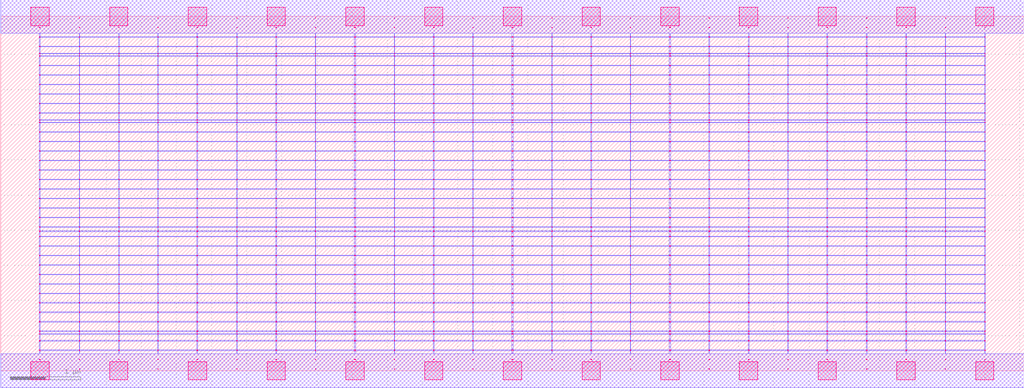
<source format=lef>
MACRO AAAOOAOAI222211_DEBUG
 CLASS CORE ;
 FOREIGN AAAOOAOAI222211_DEBUG 0 0 ;
 SIZE 14.56 BY 5.04 ;
 ORIGIN 0 0 ;
 SYMMETRY X Y R90 ;
 SITE unit ;

 OBS
    LAYER polycont ;
     RECT 7.27100000 2.58300000 7.28900000 2.59100000 ;
     RECT 7.27100000 2.71800000 7.28900000 2.72600000 ;
     RECT 7.27100000 2.85300000 7.28900000 2.86100000 ;
     RECT 7.27100000 2.98800000 7.28900000 2.99600000 ;
     RECT 9.51100000 2.58300000 9.52900000 2.59100000 ;
     RECT 10.07600000 2.58300000 10.08400000 2.59100000 ;
     RECT 10.63100000 2.58300000 10.64900000 2.59100000 ;
     RECT 11.19600000 2.58300000 11.20400000 2.59100000 ;
     RECT 11.75100000 2.58300000 11.76900000 2.59100000 ;
     RECT 12.31600000 2.58300000 12.32400000 2.59100000 ;
     RECT 12.87600000 2.58300000 12.88900000 2.59100000 ;
     RECT 13.43600000 2.58300000 13.44400000 2.59100000 ;
     RECT 13.99600000 2.58300000 14.00400000 2.59100000 ;
     RECT 7.83600000 2.58300000 7.84400000 2.59100000 ;
     RECT 7.83600000 2.71800000 7.84400000 2.72600000 ;
     RECT 8.39100000 2.71800000 8.40900000 2.72600000 ;
     RECT 8.95600000 2.71800000 8.96400000 2.72600000 ;
     RECT 9.51100000 2.71800000 9.52900000 2.72600000 ;
     RECT 10.07600000 2.71800000 10.08400000 2.72600000 ;
     RECT 10.63100000 2.71800000 10.64900000 2.72600000 ;
     RECT 11.19600000 2.71800000 11.20400000 2.72600000 ;
     RECT 11.75100000 2.71800000 11.76900000 2.72600000 ;
     RECT 12.31600000 2.71800000 12.32400000 2.72600000 ;
     RECT 12.87600000 2.71800000 12.88900000 2.72600000 ;
     RECT 13.43600000 2.71800000 13.44400000 2.72600000 ;
     RECT 13.99600000 2.71800000 14.00400000 2.72600000 ;
     RECT 8.39100000 2.58300000 8.40900000 2.59100000 ;
     RECT 7.83600000 2.85300000 7.84400000 2.86100000 ;
     RECT 8.39100000 2.85300000 8.40900000 2.86100000 ;
     RECT 8.95600000 2.85300000 8.96400000 2.86100000 ;
     RECT 9.51100000 2.85300000 9.52900000 2.86100000 ;
     RECT 10.07600000 2.85300000 10.08400000 2.86100000 ;
     RECT 10.63100000 2.85300000 10.64900000 2.86100000 ;
     RECT 11.19600000 2.85300000 11.20400000 2.86100000 ;
     RECT 11.75100000 2.85300000 11.76900000 2.86100000 ;
     RECT 12.31600000 2.85300000 12.32400000 2.86100000 ;
     RECT 12.87600000 2.85300000 12.88900000 2.86100000 ;
     RECT 13.43600000 2.85300000 13.44400000 2.86100000 ;
     RECT 13.99600000 2.85300000 14.00400000 2.86100000 ;
     RECT 8.95600000 2.58300000 8.96400000 2.59100000 ;
     RECT 7.83600000 2.98800000 7.84400000 2.99600000 ;
     RECT 8.39100000 2.98800000 8.40900000 2.99600000 ;
     RECT 8.95600000 2.98800000 8.96400000 2.99600000 ;
     RECT 9.51100000 2.98800000 9.52900000 2.99600000 ;
     RECT 10.07600000 2.98800000 10.08400000 2.99600000 ;
     RECT 10.63100000 2.98800000 10.64900000 2.99600000 ;
     RECT 11.19600000 2.98800000 11.20400000 2.99600000 ;
     RECT 11.75100000 2.98800000 11.76900000 2.99600000 ;
     RECT 12.31600000 2.98800000 12.32400000 2.99600000 ;
     RECT 12.87600000 2.98800000 12.88900000 2.99600000 ;
     RECT 13.43600000 2.98800000 13.44400000 2.99600000 ;
     RECT 13.99600000 2.98800000 14.00400000 2.99600000 ;
     RECT 13.43600000 3.12300000 13.44400000 3.13100000 ;
     RECT 13.99600000 3.12300000 14.00400000 3.13100000 ;
     RECT 13.43600000 3.25800000 13.44400000 3.26600000 ;
     RECT 13.99600000 3.25800000 14.00400000 3.26600000 ;
     RECT 13.43600000 3.39300000 13.44400000 3.40100000 ;
     RECT 13.99600000 3.39300000 14.00400000 3.40100000 ;
     RECT 13.43600000 3.52800000 13.44400000 3.53600000 ;
     RECT 13.99600000 3.52800000 14.00400000 3.53600000 ;
     RECT 13.43600000 3.56100000 13.44400000 3.56900000 ;
     RECT 13.99600000 3.56100000 14.00400000 3.56900000 ;
     RECT 13.43600000 3.66300000 13.44400000 3.67100000 ;
     RECT 13.99600000 3.66300000 14.00400000 3.67100000 ;
     RECT 13.43600000 3.79800000 13.44400000 3.80600000 ;
     RECT 13.99600000 3.79800000 14.00400000 3.80600000 ;
     RECT 13.43600000 3.93300000 13.44400000 3.94100000 ;
     RECT 13.99600000 3.93300000 14.00400000 3.94100000 ;
     RECT 13.43600000 4.06800000 13.44400000 4.07600000 ;
     RECT 13.99600000 4.06800000 14.00400000 4.07600000 ;
     RECT 13.43600000 4.20300000 13.44400000 4.21100000 ;
     RECT 13.99600000 4.20300000 14.00400000 4.21100000 ;
     RECT 13.43600000 4.33800000 13.44400000 4.34600000 ;
     RECT 13.99600000 4.33800000 14.00400000 4.34600000 ;
     RECT 13.43600000 4.47300000 13.44400000 4.48100000 ;
     RECT 13.99600000 4.47300000 14.00400000 4.48100000 ;
     RECT 13.43600000 4.51100000 13.44400000 4.51900000 ;
     RECT 13.99600000 4.51100000 14.00400000 4.51900000 ;
     RECT 13.43600000 4.60800000 13.44400000 4.61600000 ;
     RECT 13.99600000 4.60800000 14.00400000 4.61600000 ;
     RECT 13.43600000 4.74300000 13.44400000 4.75100000 ;
     RECT 13.99600000 4.74300000 14.00400000 4.75100000 ;
     RECT 13.43600000 4.87800000 13.44400000 4.88600000 ;
     RECT 13.99600000 4.87800000 14.00400000 4.88600000 ;
     RECT 5.59600000 2.98800000 5.60400000 2.99600000 ;
     RECT 6.15100000 2.98800000 6.16900000 2.99600000 ;
     RECT 6.71600000 2.98800000 6.72400000 2.99600000 ;
     RECT 2.23600000 2.58300000 2.24400000 2.59100000 ;
     RECT 2.79100000 2.58300000 2.80400000 2.59100000 ;
     RECT 3.35600000 2.58300000 3.36400000 2.59100000 ;
     RECT 3.91100000 2.58300000 3.92900000 2.59100000 ;
     RECT 4.47600000 2.58300000 4.48400000 2.59100000 ;
     RECT 5.03100000 2.58300000 5.04900000 2.59100000 ;
     RECT 5.59600000 2.58300000 5.60400000 2.59100000 ;
     RECT 6.15100000 2.58300000 6.16900000 2.59100000 ;
     RECT 6.71600000 2.58300000 6.72400000 2.59100000 ;
     RECT 0.55100000 2.58300000 0.56400000 2.59100000 ;
     RECT 0.55100000 2.71800000 0.56400000 2.72600000 ;
     RECT 0.55100000 2.85300000 0.56400000 2.86100000 ;
     RECT 1.11600000 2.85300000 1.12400000 2.86100000 ;
     RECT 2.23600000 3.12300000 2.24400000 3.13100000 ;
     RECT 1.67600000 2.85300000 1.68900000 2.86100000 ;
     RECT 2.23600000 2.85300000 2.24400000 2.86100000 ;
     RECT 2.23600000 3.25800000 2.24400000 3.26600000 ;
     RECT 2.79100000 2.85300000 2.80400000 2.86100000 ;
     RECT 3.35600000 2.85300000 3.36400000 2.86100000 ;
     RECT 2.23600000 3.39300000 2.24400000 3.40100000 ;
     RECT 3.91100000 2.85300000 3.92900000 2.86100000 ;
     RECT 4.47600000 2.85300000 4.48400000 2.86100000 ;
     RECT 2.23600000 3.52800000 2.24400000 3.53600000 ;
     RECT 5.03100000 2.85300000 5.04900000 2.86100000 ;
     RECT 5.59600000 2.85300000 5.60400000 2.86100000 ;
     RECT 2.23600000 3.56100000 2.24400000 3.56900000 ;
     RECT 6.15100000 2.85300000 6.16900000 2.86100000 ;
     RECT 6.71600000 2.85300000 6.72400000 2.86100000 ;
     RECT 2.23600000 3.66300000 2.24400000 3.67100000 ;
     RECT 1.11600000 2.71800000 1.12400000 2.72600000 ;
     RECT 1.67600000 2.71800000 1.68900000 2.72600000 ;
     RECT 2.23600000 3.79800000 2.24400000 3.80600000 ;
     RECT 2.23600000 2.71800000 2.24400000 2.72600000 ;
     RECT 2.79100000 2.71800000 2.80400000 2.72600000 ;
     RECT 2.23600000 3.93300000 2.24400000 3.94100000 ;
     RECT 3.35600000 2.71800000 3.36400000 2.72600000 ;
     RECT 3.91100000 2.71800000 3.92900000 2.72600000 ;
     RECT 2.23600000 4.06800000 2.24400000 4.07600000 ;
     RECT 4.47600000 2.71800000 4.48400000 2.72600000 ;
     RECT 5.03100000 2.71800000 5.04900000 2.72600000 ;
     RECT 2.23600000 4.20300000 2.24400000 4.21100000 ;
     RECT 5.59600000 2.71800000 5.60400000 2.72600000 ;
     RECT 6.15100000 2.71800000 6.16900000 2.72600000 ;
     RECT 2.23600000 4.33800000 2.24400000 4.34600000 ;
     RECT 6.71600000 2.71800000 6.72400000 2.72600000 ;
     RECT 1.11600000 2.58300000 1.12400000 2.59100000 ;
     RECT 2.23600000 4.47300000 2.24400000 4.48100000 ;
     RECT 1.67600000 2.58300000 1.68900000 2.59100000 ;
     RECT 0.55100000 2.98800000 0.56400000 2.99600000 ;
     RECT 2.23600000 4.51100000 2.24400000 4.51900000 ;
     RECT 1.11600000 2.98800000 1.12400000 2.99600000 ;
     RECT 1.67600000 2.98800000 1.68900000 2.99600000 ;
     RECT 2.23600000 4.60800000 2.24400000 4.61600000 ;
     RECT 2.23600000 2.98800000 2.24400000 2.99600000 ;
     RECT 2.79100000 2.98800000 2.80400000 2.99600000 ;
     RECT 2.23600000 4.74300000 2.24400000 4.75100000 ;
     RECT 3.35600000 2.98800000 3.36400000 2.99600000 ;
     RECT 3.91100000 2.98800000 3.92900000 2.99600000 ;
     RECT 2.23600000 4.87800000 2.24400000 4.88600000 ;
     RECT 4.47600000 2.98800000 4.48400000 2.99600000 ;
     RECT 5.03100000 2.98800000 5.04900000 2.99600000 ;
     RECT 5.59600000 1.09800000 5.60400000 1.10600000 ;
     RECT 5.59600000 1.23300000 5.60400000 1.24100000 ;
     RECT 5.59600000 1.36800000 5.60400000 1.37600000 ;
     RECT 5.59600000 1.50300000 5.60400000 1.51100000 ;
     RECT 5.59600000 1.63800000 5.60400000 1.64600000 ;
     RECT 5.59600000 1.77300000 5.60400000 1.78100000 ;
     RECT 5.59600000 1.90800000 5.60400000 1.91600000 ;
     RECT 5.59600000 1.98100000 5.60400000 1.98900000 ;
     RECT 5.59600000 2.04300000 5.60400000 2.05100000 ;
     RECT 5.59600000 2.17800000 5.60400000 2.18600000 ;
     RECT 5.59600000 2.31300000 5.60400000 2.32100000 ;
     RECT 5.59600000 2.44800000 5.60400000 2.45600000 ;
     RECT 5.59600000 0.15300000 5.60400000 0.16100000 ;
     RECT 5.59600000 0.28800000 5.60400000 0.29600000 ;
     RECT 5.59600000 0.42300000 5.60400000 0.43100000 ;
     RECT 5.59600000 0.52100000 5.60400000 0.52900000 ;
     RECT 5.59600000 0.55800000 5.60400000 0.56600000 ;
     RECT 5.59600000 0.69300000 5.60400000 0.70100000 ;
     RECT 5.59600000 0.82800000 5.60400000 0.83600000 ;
     RECT 5.59600000 0.96300000 5.60400000 0.97100000 ;
     RECT 8.95600000 0.52100000 8.96400000 0.52900000 ;
     RECT 8.95600000 1.90800000 8.96400000 1.91600000 ;
     RECT 8.95600000 0.96300000 8.96400000 0.97100000 ;
     RECT 8.95600000 1.98100000 8.96400000 1.98900000 ;
     RECT 8.95600000 0.15300000 8.96400000 0.16100000 ;
     RECT 8.95600000 2.04300000 8.96400000 2.05100000 ;
     RECT 8.95600000 1.09800000 8.96400000 1.10600000 ;
     RECT 8.95600000 2.17800000 8.96400000 2.18600000 ;
     RECT 8.95600000 0.55800000 8.96400000 0.56600000 ;
     RECT 8.95600000 2.31300000 8.96400000 2.32100000 ;
     RECT 8.95600000 1.23300000 8.96400000 1.24100000 ;
     RECT 8.95600000 2.44800000 8.96400000 2.45600000 ;
     RECT 8.95600000 0.42300000 8.96400000 0.43100000 ;
     RECT 8.95600000 1.36800000 8.96400000 1.37600000 ;
     RECT 8.95600000 0.69300000 8.96400000 0.70100000 ;
     RECT 8.95600000 1.50300000 8.96400000 1.51100000 ;
     RECT 8.95600000 0.28800000 8.96400000 0.29600000 ;
     RECT 8.95600000 1.63800000 8.96400000 1.64600000 ;
     RECT 8.95600000 0.82800000 8.96400000 0.83600000 ;
     RECT 8.95600000 1.77300000 8.96400000 1.78100000 ;

    LAYER pdiffc ;
     RECT 0.55100000 3.39300000 0.55900000 3.40100000 ;
     RECT 1.68100000 3.39300000 1.68900000 3.40100000 ;
     RECT 2.79100000 3.39300000 2.79900000 3.40100000 ;
     RECT 12.88100000 3.39300000 12.88900000 3.40100000 ;
     RECT 0.55100000 3.52800000 0.55900000 3.53600000 ;
     RECT 1.68100000 3.52800000 1.68900000 3.53600000 ;
     RECT 2.79100000 3.52800000 2.79900000 3.53600000 ;
     RECT 12.88100000 3.52800000 12.88900000 3.53600000 ;
     RECT 0.55100000 3.56100000 0.55900000 3.56900000 ;
     RECT 1.68100000 3.56100000 1.68900000 3.56900000 ;
     RECT 2.79100000 3.56100000 2.79900000 3.56900000 ;
     RECT 12.88100000 3.56100000 12.88900000 3.56900000 ;
     RECT 0.55100000 3.66300000 0.55900000 3.67100000 ;
     RECT 1.68100000 3.66300000 1.68900000 3.67100000 ;
     RECT 2.79100000 3.66300000 2.79900000 3.67100000 ;
     RECT 12.88100000 3.66300000 12.88900000 3.67100000 ;
     RECT 0.55100000 3.79800000 0.55900000 3.80600000 ;
     RECT 1.68100000 3.79800000 1.68900000 3.80600000 ;
     RECT 2.79100000 3.79800000 2.79900000 3.80600000 ;
     RECT 12.88100000 3.79800000 12.88900000 3.80600000 ;
     RECT 0.55100000 3.93300000 0.55900000 3.94100000 ;
     RECT 1.68100000 3.93300000 1.68900000 3.94100000 ;
     RECT 2.79100000 3.93300000 2.79900000 3.94100000 ;
     RECT 12.88100000 3.93300000 12.88900000 3.94100000 ;
     RECT 0.55100000 4.06800000 0.55900000 4.07600000 ;
     RECT 1.68100000 4.06800000 1.68900000 4.07600000 ;
     RECT 2.79100000 4.06800000 2.79900000 4.07600000 ;
     RECT 12.88100000 4.06800000 12.88900000 4.07600000 ;
     RECT 0.55100000 4.20300000 0.55900000 4.21100000 ;
     RECT 1.68100000 4.20300000 1.68900000 4.21100000 ;
     RECT 2.79100000 4.20300000 2.79900000 4.21100000 ;
     RECT 12.88100000 4.20300000 12.88900000 4.21100000 ;
     RECT 0.55100000 4.33800000 0.55900000 4.34600000 ;
     RECT 1.68100000 4.33800000 1.68900000 4.34600000 ;
     RECT 2.79100000 4.33800000 2.79900000 4.34600000 ;
     RECT 12.88100000 4.33800000 12.88900000 4.34600000 ;
     RECT 0.55100000 4.47300000 0.55900000 4.48100000 ;
     RECT 1.68100000 4.47300000 1.68900000 4.48100000 ;
     RECT 2.79100000 4.47300000 2.79900000 4.48100000 ;
     RECT 12.88100000 4.47300000 12.88900000 4.48100000 ;
     RECT 0.55100000 4.51100000 0.55900000 4.51900000 ;
     RECT 1.68100000 4.51100000 1.68900000 4.51900000 ;
     RECT 2.79100000 4.51100000 2.79900000 4.51900000 ;
     RECT 12.88100000 4.51100000 12.88900000 4.51900000 ;
     RECT 0.55100000 4.60800000 0.55900000 4.61600000 ;
     RECT 1.68100000 4.60800000 1.68900000 4.61600000 ;
     RECT 2.79100000 4.60800000 2.79900000 4.61600000 ;
     RECT 12.88100000 4.60800000 12.88900000 4.61600000 ;

    LAYER ndiffc ;
     RECT 7.27100000 0.42300000 7.28900000 0.43100000 ;
     RECT 7.27100000 0.52100000 7.28900000 0.52900000 ;
     RECT 7.27100000 0.55800000 7.28900000 0.56600000 ;
     RECT 7.27100000 0.69300000 7.28900000 0.70100000 ;
     RECT 7.27100000 0.82800000 7.28900000 0.83600000 ;
     RECT 7.27100000 0.96300000 7.28900000 0.97100000 ;
     RECT 7.27100000 1.09800000 7.28900000 1.10600000 ;
     RECT 7.27100000 1.23300000 7.28900000 1.24100000 ;
     RECT 7.27100000 1.36800000 7.28900000 1.37600000 ;
     RECT 7.27100000 1.50300000 7.28900000 1.51100000 ;
     RECT 7.27100000 1.63800000 7.28900000 1.64600000 ;
     RECT 7.27100000 1.77300000 7.28900000 1.78100000 ;
     RECT 7.27100000 1.90800000 7.28900000 1.91600000 ;
     RECT 7.27100000 1.98100000 7.28900000 1.98900000 ;
     RECT 7.27100000 2.04300000 7.28900000 2.05100000 ;
     RECT 8.39100000 0.55800000 8.40900000 0.56600000 ;
     RECT 9.51100000 0.55800000 9.52900000 0.56600000 ;
     RECT 10.63100000 0.55800000 10.64900000 0.56600000 ;
     RECT 11.75100000 0.55800000 11.76900000 0.56600000 ;
     RECT 12.87600000 0.55800000 12.88900000 0.56600000 ;
     RECT 13.99600000 0.55800000 14.00400000 0.56600000 ;
     RECT 10.63100000 0.42300000 10.64900000 0.43100000 ;
     RECT 8.39100000 0.69300000 8.40900000 0.70100000 ;
     RECT 9.51100000 0.69300000 9.52900000 0.70100000 ;
     RECT 10.63100000 0.69300000 10.64900000 0.70100000 ;
     RECT 11.75100000 0.69300000 11.76900000 0.70100000 ;
     RECT 12.87600000 0.69300000 12.88900000 0.70100000 ;
     RECT 13.99600000 0.69300000 14.00400000 0.70100000 ;
     RECT 11.75100000 0.42300000 11.76900000 0.43100000 ;
     RECT 8.39100000 0.82800000 8.40900000 0.83600000 ;
     RECT 9.51100000 0.82800000 9.52900000 0.83600000 ;
     RECT 10.63100000 0.82800000 10.64900000 0.83600000 ;
     RECT 11.75100000 0.82800000 11.76900000 0.83600000 ;
     RECT 12.87600000 0.82800000 12.88900000 0.83600000 ;
     RECT 13.99600000 0.82800000 14.00400000 0.83600000 ;
     RECT 12.87600000 0.42300000 12.88900000 0.43100000 ;
     RECT 8.39100000 0.96300000 8.40900000 0.97100000 ;
     RECT 9.51100000 0.96300000 9.52900000 0.97100000 ;
     RECT 10.63100000 0.96300000 10.64900000 0.97100000 ;
     RECT 11.75100000 0.96300000 11.76900000 0.97100000 ;
     RECT 12.87600000 0.96300000 12.88900000 0.97100000 ;
     RECT 13.99600000 0.96300000 14.00400000 0.97100000 ;
     RECT 13.99600000 0.42300000 14.00400000 0.43100000 ;
     RECT 8.39100000 1.09800000 8.40900000 1.10600000 ;
     RECT 9.51100000 1.09800000 9.52900000 1.10600000 ;
     RECT 10.63100000 1.09800000 10.64900000 1.10600000 ;
     RECT 11.75100000 1.09800000 11.76900000 1.10600000 ;
     RECT 12.87600000 1.09800000 12.88900000 1.10600000 ;
     RECT 13.99600000 1.09800000 14.00400000 1.10600000 ;
     RECT 8.39100000 0.42300000 8.40900000 0.43100000 ;
     RECT 8.39100000 1.23300000 8.40900000 1.24100000 ;
     RECT 9.51100000 1.23300000 9.52900000 1.24100000 ;
     RECT 10.63100000 1.23300000 10.64900000 1.24100000 ;
     RECT 11.75100000 1.23300000 11.76900000 1.24100000 ;
     RECT 12.87600000 1.23300000 12.88900000 1.24100000 ;
     RECT 13.99600000 1.23300000 14.00400000 1.24100000 ;
     RECT 8.39100000 0.52100000 8.40900000 0.52900000 ;
     RECT 8.39100000 1.36800000 8.40900000 1.37600000 ;
     RECT 9.51100000 1.36800000 9.52900000 1.37600000 ;
     RECT 10.63100000 1.36800000 10.64900000 1.37600000 ;
     RECT 11.75100000 1.36800000 11.76900000 1.37600000 ;
     RECT 12.87600000 1.36800000 12.88900000 1.37600000 ;
     RECT 13.99600000 1.36800000 14.00400000 1.37600000 ;
     RECT 9.51100000 0.52100000 9.52900000 0.52900000 ;
     RECT 8.39100000 1.50300000 8.40900000 1.51100000 ;
     RECT 9.51100000 1.50300000 9.52900000 1.51100000 ;
     RECT 10.63100000 1.50300000 10.64900000 1.51100000 ;
     RECT 11.75100000 1.50300000 11.76900000 1.51100000 ;
     RECT 12.87600000 1.50300000 12.88900000 1.51100000 ;
     RECT 13.99600000 1.50300000 14.00400000 1.51100000 ;
     RECT 10.63100000 0.52100000 10.64900000 0.52900000 ;
     RECT 8.39100000 1.63800000 8.40900000 1.64600000 ;
     RECT 9.51100000 1.63800000 9.52900000 1.64600000 ;
     RECT 10.63100000 1.63800000 10.64900000 1.64600000 ;
     RECT 11.75100000 1.63800000 11.76900000 1.64600000 ;
     RECT 12.87600000 1.63800000 12.88900000 1.64600000 ;
     RECT 13.99600000 1.63800000 14.00400000 1.64600000 ;
     RECT 11.75100000 0.52100000 11.76900000 0.52900000 ;
     RECT 8.39100000 1.77300000 8.40900000 1.78100000 ;
     RECT 9.51100000 1.77300000 9.52900000 1.78100000 ;
     RECT 10.63100000 1.77300000 10.64900000 1.78100000 ;
     RECT 11.75100000 1.77300000 11.76900000 1.78100000 ;
     RECT 12.87600000 1.77300000 12.88900000 1.78100000 ;
     RECT 13.99600000 1.77300000 14.00400000 1.78100000 ;
     RECT 12.87600000 0.52100000 12.88900000 0.52900000 ;
     RECT 8.39100000 1.90800000 8.40900000 1.91600000 ;
     RECT 9.51100000 1.90800000 9.52900000 1.91600000 ;
     RECT 10.63100000 1.90800000 10.64900000 1.91600000 ;
     RECT 11.75100000 1.90800000 11.76900000 1.91600000 ;
     RECT 12.87600000 1.90800000 12.88900000 1.91600000 ;
     RECT 13.99600000 1.90800000 14.00400000 1.91600000 ;
     RECT 13.99600000 0.52100000 14.00400000 0.52900000 ;
     RECT 8.39100000 1.98100000 8.40900000 1.98900000 ;
     RECT 9.51100000 1.98100000 9.52900000 1.98900000 ;
     RECT 10.63100000 1.98100000 10.64900000 1.98900000 ;
     RECT 11.75100000 1.98100000 11.76900000 1.98900000 ;
     RECT 12.87600000 1.98100000 12.88900000 1.98900000 ;
     RECT 13.99600000 1.98100000 14.00400000 1.98900000 ;
     RECT 9.51100000 0.42300000 9.52900000 0.43100000 ;
     RECT 8.39100000 2.04300000 8.40900000 2.05100000 ;
     RECT 9.51100000 2.04300000 9.52900000 2.05100000 ;
     RECT 10.63100000 2.04300000 10.64900000 2.05100000 ;
     RECT 11.75100000 2.04300000 11.76900000 2.05100000 ;
     RECT 12.87600000 2.04300000 12.88900000 2.05100000 ;
     RECT 13.99600000 2.04300000 14.00400000 2.05100000 ;
     RECT 1.67600000 1.36800000 1.68900000 1.37600000 ;
     RECT 2.79100000 1.36800000 2.80400000 1.37600000 ;
     RECT 3.91100000 1.36800000 3.92900000 1.37600000 ;
     RECT 5.03100000 1.36800000 5.04900000 1.37600000 ;
     RECT 6.15100000 1.36800000 6.16900000 1.37600000 ;
     RECT 5.03100000 0.82800000 5.04900000 0.83600000 ;
     RECT 6.15100000 0.82800000 6.16900000 0.83600000 ;
     RECT 2.79100000 0.55800000 2.80400000 0.56600000 ;
     RECT 3.91100000 0.55800000 3.92900000 0.56600000 ;
     RECT 5.03100000 0.55800000 5.04900000 0.56600000 ;
     RECT 6.15100000 0.55800000 6.16900000 0.56600000 ;
     RECT 1.67600000 0.52100000 1.68900000 0.52900000 ;
     RECT 0.55100000 1.50300000 0.56400000 1.51100000 ;
     RECT 1.67600000 1.50300000 1.68900000 1.51100000 ;
     RECT 2.79100000 1.50300000 2.80400000 1.51100000 ;
     RECT 3.91100000 1.50300000 3.92900000 1.51100000 ;
     RECT 5.03100000 1.50300000 5.04900000 1.51100000 ;
     RECT 6.15100000 1.50300000 6.16900000 1.51100000 ;
     RECT 2.79100000 0.52100000 2.80400000 0.52900000 ;
     RECT 3.91100000 0.52100000 3.92900000 0.52900000 ;
     RECT 0.55100000 0.96300000 0.56400000 0.97100000 ;
     RECT 1.67600000 0.96300000 1.68900000 0.97100000 ;
     RECT 2.79100000 0.96300000 2.80400000 0.97100000 ;
     RECT 3.91100000 0.96300000 3.92900000 0.97100000 ;
     RECT 5.03100000 0.96300000 5.04900000 0.97100000 ;
     RECT 0.55100000 1.63800000 0.56400000 1.64600000 ;
     RECT 1.67600000 1.63800000 1.68900000 1.64600000 ;
     RECT 2.79100000 1.63800000 2.80400000 1.64600000 ;
     RECT 3.91100000 1.63800000 3.92900000 1.64600000 ;
     RECT 5.03100000 1.63800000 5.04900000 1.64600000 ;
     RECT 6.15100000 1.63800000 6.16900000 1.64600000 ;
     RECT 6.15100000 0.96300000 6.16900000 0.97100000 ;
     RECT 5.03100000 0.52100000 5.04900000 0.52900000 ;
     RECT 6.15100000 0.52100000 6.16900000 0.52900000 ;
     RECT 1.67600000 0.42300000 1.68900000 0.43100000 ;
     RECT 2.79100000 0.42300000 2.80400000 0.43100000 ;
     RECT 0.55100000 0.69300000 0.56400000 0.70100000 ;
     RECT 1.67600000 0.69300000 1.68900000 0.70100000 ;
     RECT 0.55100000 1.77300000 0.56400000 1.78100000 ;
     RECT 1.67600000 1.77300000 1.68900000 1.78100000 ;
     RECT 2.79100000 1.77300000 2.80400000 1.78100000 ;
     RECT 3.91100000 1.77300000 3.92900000 1.78100000 ;
     RECT 5.03100000 1.77300000 5.04900000 1.78100000 ;
     RECT 6.15100000 1.77300000 6.16900000 1.78100000 ;
     RECT 2.79100000 0.69300000 2.80400000 0.70100000 ;
     RECT 0.55100000 1.09800000 0.56400000 1.10600000 ;
     RECT 1.67600000 1.09800000 1.68900000 1.10600000 ;
     RECT 2.79100000 1.09800000 2.80400000 1.10600000 ;
     RECT 3.91100000 1.09800000 3.92900000 1.10600000 ;
     RECT 5.03100000 1.09800000 5.04900000 1.10600000 ;
     RECT 6.15100000 1.09800000 6.16900000 1.10600000 ;
     RECT 0.55100000 1.90800000 0.56400000 1.91600000 ;
     RECT 1.67600000 1.90800000 1.68900000 1.91600000 ;
     RECT 2.79100000 1.90800000 2.80400000 1.91600000 ;
     RECT 3.91100000 1.90800000 3.92900000 1.91600000 ;
     RECT 5.03100000 1.90800000 5.04900000 1.91600000 ;
     RECT 6.15100000 1.90800000 6.16900000 1.91600000 ;
     RECT 3.91100000 0.69300000 3.92900000 0.70100000 ;
     RECT 5.03100000 0.69300000 5.04900000 0.70100000 ;
     RECT 6.15100000 0.69300000 6.16900000 0.70100000 ;
     RECT 3.91100000 0.42300000 3.92900000 0.43100000 ;
     RECT 5.03100000 0.42300000 5.04900000 0.43100000 ;
     RECT 6.15100000 0.42300000 6.16900000 0.43100000 ;
     RECT 0.55100000 0.42300000 0.56400000 0.43100000 ;
     RECT 0.55100000 1.98100000 0.56400000 1.98900000 ;
     RECT 1.67600000 1.98100000 1.68900000 1.98900000 ;
     RECT 2.79100000 1.98100000 2.80400000 1.98900000 ;
     RECT 3.91100000 1.98100000 3.92900000 1.98900000 ;
     RECT 5.03100000 1.98100000 5.04900000 1.98900000 ;
     RECT 6.15100000 1.98100000 6.16900000 1.98900000 ;
     RECT 0.55100000 1.23300000 0.56400000 1.24100000 ;
     RECT 1.67600000 1.23300000 1.68900000 1.24100000 ;
     RECT 2.79100000 1.23300000 2.80400000 1.24100000 ;
     RECT 3.91100000 1.23300000 3.92900000 1.24100000 ;
     RECT 5.03100000 1.23300000 5.04900000 1.24100000 ;
     RECT 6.15100000 1.23300000 6.16900000 1.24100000 ;
     RECT 0.55100000 0.52100000 0.56400000 0.52900000 ;
     RECT 0.55100000 2.04300000 0.56400000 2.05100000 ;
     RECT 1.67600000 2.04300000 1.68900000 2.05100000 ;
     RECT 2.79100000 2.04300000 2.80400000 2.05100000 ;
     RECT 3.91100000 2.04300000 3.92900000 2.05100000 ;
     RECT 5.03100000 2.04300000 5.04900000 2.05100000 ;
     RECT 6.15100000 2.04300000 6.16900000 2.05100000 ;
     RECT 0.55100000 0.55800000 0.56400000 0.56600000 ;
     RECT 1.67600000 0.55800000 1.68900000 0.56600000 ;
     RECT 0.55100000 0.82800000 0.56400000 0.83600000 ;
     RECT 1.67600000 0.82800000 1.68900000 0.83600000 ;
     RECT 2.79100000 0.82800000 2.80400000 0.83600000 ;
     RECT 3.91100000 0.82800000 3.92900000 0.83600000 ;
     RECT 0.55100000 1.36800000 0.56400000 1.37600000 ;

    LAYER met1 ;
     RECT 0.00000000 -0.24000000 14.56000000 0.24000000 ;
     RECT 7.27100000 0.24000000 7.28900000 0.28800000 ;
     RECT 0.55100000 0.28800000 14.00400000 0.29600000 ;
     RECT 7.27100000 0.29600000 7.28900000 0.42300000 ;
     RECT 0.55100000 0.42300000 14.00400000 0.43100000 ;
     RECT 7.27100000 0.43100000 7.28900000 0.52100000 ;
     RECT 0.55100000 0.52100000 14.00400000 0.52900000 ;
     RECT 7.27100000 0.52900000 7.28900000 0.55800000 ;
     RECT 0.55100000 0.55800000 14.00400000 0.56600000 ;
     RECT 7.27100000 0.56600000 7.28900000 0.69300000 ;
     RECT 0.55100000 0.69300000 14.00400000 0.70100000 ;
     RECT 7.27100000 0.70100000 7.28900000 0.82800000 ;
     RECT 0.55100000 0.82800000 14.00400000 0.83600000 ;
     RECT 7.27100000 0.83600000 7.28900000 0.96300000 ;
     RECT 0.55100000 0.96300000 14.00400000 0.97100000 ;
     RECT 7.27100000 0.97100000 7.28900000 1.09800000 ;
     RECT 0.55100000 1.09800000 14.00400000 1.10600000 ;
     RECT 7.27100000 1.10600000 7.28900000 1.23300000 ;
     RECT 0.55100000 1.23300000 14.00400000 1.24100000 ;
     RECT 7.27100000 1.24100000 7.28900000 1.36800000 ;
     RECT 0.55100000 1.36800000 14.00400000 1.37600000 ;
     RECT 7.27100000 1.37600000 7.28900000 1.50300000 ;
     RECT 0.55100000 1.50300000 14.00400000 1.51100000 ;
     RECT 7.27100000 1.51100000 7.28900000 1.63800000 ;
     RECT 0.55100000 1.63800000 14.00400000 1.64600000 ;
     RECT 7.27100000 1.64600000 7.28900000 1.77300000 ;
     RECT 0.55100000 1.77300000 14.00400000 1.78100000 ;
     RECT 7.27100000 1.78100000 7.28900000 1.90800000 ;
     RECT 0.55100000 1.90800000 14.00400000 1.91600000 ;
     RECT 7.27100000 1.91600000 7.28900000 1.98100000 ;
     RECT 0.55100000 1.98100000 14.00400000 1.98900000 ;
     RECT 7.27100000 1.98900000 7.28900000 2.04300000 ;
     RECT 0.55100000 2.04300000 14.00400000 2.05100000 ;
     RECT 7.27100000 2.05100000 7.28900000 2.17800000 ;
     RECT 0.55100000 2.17800000 14.00400000 2.18600000 ;
     RECT 7.27100000 2.18600000 7.28900000 2.31300000 ;
     RECT 0.55100000 2.31300000 14.00400000 2.32100000 ;
     RECT 7.27100000 2.32100000 7.28900000 2.44800000 ;
     RECT 0.55100000 2.44800000 14.00400000 2.45600000 ;
     RECT 0.55100000 2.45600000 0.56400000 2.58300000 ;
     RECT 1.11600000 2.45600000 1.12400000 2.58300000 ;
     RECT 1.67600000 2.45600000 1.68900000 2.58300000 ;
     RECT 2.23600000 2.45600000 2.24400000 2.58300000 ;
     RECT 2.79100000 2.45600000 2.80400000 2.58300000 ;
     RECT 3.35600000 2.45600000 3.36400000 2.58300000 ;
     RECT 3.91100000 2.45600000 3.92900000 2.58300000 ;
     RECT 4.47600000 2.45600000 4.48400000 2.58300000 ;
     RECT 5.03100000 2.45600000 5.04900000 2.58300000 ;
     RECT 5.59600000 2.45600000 5.60400000 2.58300000 ;
     RECT 6.15100000 2.45600000 6.16900000 2.58300000 ;
     RECT 6.71600000 2.45600000 6.72400000 2.58300000 ;
     RECT 7.27100000 2.45600000 7.28900000 2.58300000 ;
     RECT 7.83600000 2.45600000 7.84400000 2.58300000 ;
     RECT 8.39100000 2.45600000 8.40900000 2.58300000 ;
     RECT 8.95600000 2.45600000 8.96400000 2.58300000 ;
     RECT 9.51100000 2.45600000 9.52900000 2.58300000 ;
     RECT 10.07600000 2.45600000 10.08400000 2.58300000 ;
     RECT 10.63100000 2.45600000 10.64900000 2.58300000 ;
     RECT 11.19600000 2.45600000 11.20400000 2.58300000 ;
     RECT 11.75100000 2.45600000 11.76900000 2.58300000 ;
     RECT 12.31600000 2.45600000 12.32400000 2.58300000 ;
     RECT 12.87600000 2.45600000 12.88900000 2.58300000 ;
     RECT 13.43600000 2.45600000 13.44400000 2.58300000 ;
     RECT 13.99600000 2.45600000 14.00400000 2.58300000 ;
     RECT 0.55100000 2.58300000 14.00400000 2.59100000 ;
     RECT 7.27100000 2.59100000 7.28900000 2.71800000 ;
     RECT 0.55100000 2.71800000 14.00400000 2.72600000 ;
     RECT 7.27100000 2.72600000 7.28900000 2.85300000 ;
     RECT 0.55100000 2.85300000 14.00400000 2.86100000 ;
     RECT 7.27100000 2.86100000 7.28900000 2.98800000 ;
     RECT 0.55100000 2.98800000 14.00400000 2.99600000 ;
     RECT 7.27100000 2.99600000 7.28900000 3.12300000 ;
     RECT 0.55100000 3.12300000 14.00400000 3.13100000 ;
     RECT 7.27100000 3.13100000 7.28900000 3.25800000 ;
     RECT 0.55100000 3.25800000 14.00400000 3.26600000 ;
     RECT 7.27100000 3.26600000 7.28900000 3.39300000 ;
     RECT 0.55100000 3.39300000 14.00400000 3.40100000 ;
     RECT 7.27100000 3.40100000 7.28900000 3.52800000 ;
     RECT 0.55100000 3.52800000 14.00400000 3.53600000 ;
     RECT 7.27100000 3.53600000 7.28900000 3.56100000 ;
     RECT 0.55100000 3.56100000 14.00400000 3.56900000 ;
     RECT 7.27100000 3.56900000 7.28900000 3.66300000 ;
     RECT 0.55100000 3.66300000 14.00400000 3.67100000 ;
     RECT 7.27100000 3.67100000 7.28900000 3.79800000 ;
     RECT 0.55100000 3.79800000 14.00400000 3.80600000 ;
     RECT 7.27100000 3.80600000 7.28900000 3.93300000 ;
     RECT 0.55100000 3.93300000 14.00400000 3.94100000 ;
     RECT 7.27100000 3.94100000 7.28900000 4.06800000 ;
     RECT 0.55100000 4.06800000 14.00400000 4.07600000 ;
     RECT 7.27100000 4.07600000 7.28900000 4.20300000 ;
     RECT 0.55100000 4.20300000 14.00400000 4.21100000 ;
     RECT 7.27100000 4.21100000 7.28900000 4.33800000 ;
     RECT 0.55100000 4.33800000 14.00400000 4.34600000 ;
     RECT 7.27100000 4.34600000 7.28900000 4.47300000 ;
     RECT 0.55100000 4.47300000 14.00400000 4.48100000 ;
     RECT 7.27100000 4.48100000 7.28900000 4.51100000 ;
     RECT 0.55100000 4.51100000 14.00400000 4.51900000 ;
     RECT 7.27100000 4.51900000 7.28900000 4.60800000 ;
     RECT 0.55100000 4.60800000 14.00400000 4.61600000 ;
     RECT 7.27100000 4.61600000 7.28900000 4.74300000 ;
     RECT 0.55100000 4.74300000 14.00400000 4.75100000 ;
     RECT 7.27100000 4.75100000 7.28900000 4.80000000 ;
     RECT 0.00000000 4.80000000 14.56000000 5.28000000 ;
     RECT 7.83600000 3.80600000 7.84400000 3.93300000 ;
     RECT 8.39100000 3.80600000 8.40900000 3.93300000 ;
     RECT 8.95600000 3.80600000 8.96400000 3.93300000 ;
     RECT 9.51100000 3.80600000 9.52900000 3.93300000 ;
     RECT 10.07600000 3.80600000 10.08400000 3.93300000 ;
     RECT 10.63100000 3.80600000 10.64900000 3.93300000 ;
     RECT 11.19600000 3.80600000 11.20400000 3.93300000 ;
     RECT 11.75100000 3.80600000 11.76900000 3.93300000 ;
     RECT 12.31600000 3.80600000 12.32400000 3.93300000 ;
     RECT 12.87600000 3.80600000 12.88900000 3.93300000 ;
     RECT 13.43600000 3.80600000 13.44400000 3.93300000 ;
     RECT 13.99600000 3.80600000 14.00400000 3.93300000 ;
     RECT 11.19600000 3.94100000 11.20400000 4.06800000 ;
     RECT 11.75100000 3.94100000 11.76900000 4.06800000 ;
     RECT 12.31600000 3.94100000 12.32400000 4.06800000 ;
     RECT 12.87600000 3.94100000 12.88900000 4.06800000 ;
     RECT 13.43600000 3.94100000 13.44400000 4.06800000 ;
     RECT 13.99600000 3.94100000 14.00400000 4.06800000 ;
     RECT 11.19600000 4.07600000 11.20400000 4.20300000 ;
     RECT 11.75100000 4.07600000 11.76900000 4.20300000 ;
     RECT 12.31600000 4.07600000 12.32400000 4.20300000 ;
     RECT 12.87600000 4.07600000 12.88900000 4.20300000 ;
     RECT 13.43600000 4.07600000 13.44400000 4.20300000 ;
     RECT 13.99600000 4.07600000 14.00400000 4.20300000 ;
     RECT 11.19600000 4.21100000 11.20400000 4.33800000 ;
     RECT 11.75100000 4.21100000 11.76900000 4.33800000 ;
     RECT 12.31600000 4.21100000 12.32400000 4.33800000 ;
     RECT 12.87600000 4.21100000 12.88900000 4.33800000 ;
     RECT 13.43600000 4.21100000 13.44400000 4.33800000 ;
     RECT 13.99600000 4.21100000 14.00400000 4.33800000 ;
     RECT 11.19600000 4.34600000 11.20400000 4.47300000 ;
     RECT 11.75100000 4.34600000 11.76900000 4.47300000 ;
     RECT 12.31600000 4.34600000 12.32400000 4.47300000 ;
     RECT 12.87600000 4.34600000 12.88900000 4.47300000 ;
     RECT 13.43600000 4.34600000 13.44400000 4.47300000 ;
     RECT 13.99600000 4.34600000 14.00400000 4.47300000 ;
     RECT 11.19600000 4.48100000 11.20400000 4.51100000 ;
     RECT 11.75100000 4.48100000 11.76900000 4.51100000 ;
     RECT 12.31600000 4.48100000 12.32400000 4.51100000 ;
     RECT 12.87600000 4.48100000 12.88900000 4.51100000 ;
     RECT 13.43600000 4.48100000 13.44400000 4.51100000 ;
     RECT 13.99600000 4.48100000 14.00400000 4.51100000 ;
     RECT 11.19600000 4.51900000 11.20400000 4.60800000 ;
     RECT 11.75100000 4.51900000 11.76900000 4.60800000 ;
     RECT 12.31600000 4.51900000 12.32400000 4.60800000 ;
     RECT 12.87600000 4.51900000 12.88900000 4.60800000 ;
     RECT 13.43600000 4.51900000 13.44400000 4.60800000 ;
     RECT 13.99600000 4.51900000 14.00400000 4.60800000 ;
     RECT 11.19600000 4.61600000 11.20400000 4.74300000 ;
     RECT 11.75100000 4.61600000 11.76900000 4.74300000 ;
     RECT 12.31600000 4.61600000 12.32400000 4.74300000 ;
     RECT 12.87600000 4.61600000 12.88900000 4.74300000 ;
     RECT 13.43600000 4.61600000 13.44400000 4.74300000 ;
     RECT 13.99600000 4.61600000 14.00400000 4.74300000 ;
     RECT 11.19600000 4.75100000 11.20400000 4.80000000 ;
     RECT 11.75100000 4.75100000 11.76900000 4.80000000 ;
     RECT 12.31600000 4.75100000 12.32400000 4.80000000 ;
     RECT 12.87600000 4.75100000 12.88900000 4.80000000 ;
     RECT 13.43600000 4.75100000 13.44400000 4.80000000 ;
     RECT 13.99600000 4.75100000 14.00400000 4.80000000 ;
     RECT 7.83600000 4.48100000 7.84400000 4.51100000 ;
     RECT 8.39100000 4.48100000 8.40900000 4.51100000 ;
     RECT 8.95600000 4.48100000 8.96400000 4.51100000 ;
     RECT 9.51100000 4.48100000 9.52900000 4.51100000 ;
     RECT 10.07600000 4.48100000 10.08400000 4.51100000 ;
     RECT 10.63100000 4.48100000 10.64900000 4.51100000 ;
     RECT 7.83600000 4.21100000 7.84400000 4.33800000 ;
     RECT 8.39100000 4.21100000 8.40900000 4.33800000 ;
     RECT 8.95600000 4.21100000 8.96400000 4.33800000 ;
     RECT 9.51100000 4.21100000 9.52900000 4.33800000 ;
     RECT 10.07600000 4.21100000 10.08400000 4.33800000 ;
     RECT 10.63100000 4.21100000 10.64900000 4.33800000 ;
     RECT 7.83600000 4.51900000 7.84400000 4.60800000 ;
     RECT 8.39100000 4.51900000 8.40900000 4.60800000 ;
     RECT 8.95600000 4.51900000 8.96400000 4.60800000 ;
     RECT 9.51100000 4.51900000 9.52900000 4.60800000 ;
     RECT 10.07600000 4.51900000 10.08400000 4.60800000 ;
     RECT 10.63100000 4.51900000 10.64900000 4.60800000 ;
     RECT 7.83600000 4.07600000 7.84400000 4.20300000 ;
     RECT 8.39100000 4.07600000 8.40900000 4.20300000 ;
     RECT 8.95600000 4.07600000 8.96400000 4.20300000 ;
     RECT 9.51100000 4.07600000 9.52900000 4.20300000 ;
     RECT 10.07600000 4.07600000 10.08400000 4.20300000 ;
     RECT 10.63100000 4.07600000 10.64900000 4.20300000 ;
     RECT 7.83600000 4.61600000 7.84400000 4.74300000 ;
     RECT 8.39100000 4.61600000 8.40900000 4.74300000 ;
     RECT 8.95600000 4.61600000 8.96400000 4.74300000 ;
     RECT 9.51100000 4.61600000 9.52900000 4.74300000 ;
     RECT 10.07600000 4.61600000 10.08400000 4.74300000 ;
     RECT 10.63100000 4.61600000 10.64900000 4.74300000 ;
     RECT 7.83600000 4.34600000 7.84400000 4.47300000 ;
     RECT 8.39100000 4.34600000 8.40900000 4.47300000 ;
     RECT 8.95600000 4.34600000 8.96400000 4.47300000 ;
     RECT 9.51100000 4.34600000 9.52900000 4.47300000 ;
     RECT 10.07600000 4.34600000 10.08400000 4.47300000 ;
     RECT 10.63100000 4.34600000 10.64900000 4.47300000 ;
     RECT 7.83600000 4.75100000 7.84400000 4.80000000 ;
     RECT 8.39100000 4.75100000 8.40900000 4.80000000 ;
     RECT 8.95600000 4.75100000 8.96400000 4.80000000 ;
     RECT 9.51100000 4.75100000 9.52900000 4.80000000 ;
     RECT 10.07600000 4.75100000 10.08400000 4.80000000 ;
     RECT 10.63100000 4.75100000 10.64900000 4.80000000 ;
     RECT 7.83600000 3.94100000 7.84400000 4.06800000 ;
     RECT 8.39100000 3.94100000 8.40900000 4.06800000 ;
     RECT 8.95600000 3.94100000 8.96400000 4.06800000 ;
     RECT 9.51100000 3.94100000 9.52900000 4.06800000 ;
     RECT 10.07600000 3.94100000 10.08400000 4.06800000 ;
     RECT 10.63100000 3.94100000 10.64900000 4.06800000 ;
     RECT 7.83600000 2.99600000 7.84400000 3.12300000 ;
     RECT 8.39100000 2.99600000 8.40900000 3.12300000 ;
     RECT 8.95600000 2.99600000 8.96400000 3.12300000 ;
     RECT 9.51100000 2.99600000 9.52900000 3.12300000 ;
     RECT 10.07600000 2.99600000 10.08400000 3.12300000 ;
     RECT 10.63100000 2.99600000 10.64900000 3.12300000 ;
     RECT 7.83600000 2.86100000 7.84400000 2.98800000 ;
     RECT 8.39100000 2.86100000 8.40900000 2.98800000 ;
     RECT 7.83600000 3.13100000 7.84400000 3.25800000 ;
     RECT 8.39100000 3.13100000 8.40900000 3.25800000 ;
     RECT 8.95600000 3.13100000 8.96400000 3.25800000 ;
     RECT 9.51100000 3.13100000 9.52900000 3.25800000 ;
     RECT 10.07600000 3.13100000 10.08400000 3.25800000 ;
     RECT 10.63100000 3.13100000 10.64900000 3.25800000 ;
     RECT 7.83600000 3.26600000 7.84400000 3.39300000 ;
     RECT 8.39100000 3.26600000 8.40900000 3.39300000 ;
     RECT 8.95600000 3.26600000 8.96400000 3.39300000 ;
     RECT 9.51100000 3.26600000 9.52900000 3.39300000 ;
     RECT 10.07600000 3.26600000 10.08400000 3.39300000 ;
     RECT 10.63100000 3.26600000 10.64900000 3.39300000 ;
     RECT 8.95600000 2.86100000 8.96400000 2.98800000 ;
     RECT 9.51100000 2.86100000 9.52900000 2.98800000 ;
     RECT 7.83600000 3.40100000 7.84400000 3.52800000 ;
     RECT 8.39100000 3.40100000 8.40900000 3.52800000 ;
     RECT 8.95600000 3.40100000 8.96400000 3.52800000 ;
     RECT 9.51100000 3.40100000 9.52900000 3.52800000 ;
     RECT 10.07600000 3.40100000 10.08400000 3.52800000 ;
     RECT 10.63100000 3.40100000 10.64900000 3.52800000 ;
     RECT 7.83600000 2.59100000 7.84400000 2.71800000 ;
     RECT 8.39100000 2.59100000 8.40900000 2.71800000 ;
     RECT 7.83600000 3.53600000 7.84400000 3.56100000 ;
     RECT 8.39100000 3.53600000 8.40900000 3.56100000 ;
     RECT 8.95600000 3.53600000 8.96400000 3.56100000 ;
     RECT 9.51100000 3.53600000 9.52900000 3.56100000 ;
     RECT 10.07600000 2.86100000 10.08400000 2.98800000 ;
     RECT 10.63100000 2.86100000 10.64900000 2.98800000 ;
     RECT 10.07600000 3.53600000 10.08400000 3.56100000 ;
     RECT 10.63100000 3.53600000 10.64900000 3.56100000 ;
     RECT 7.83600000 2.72600000 7.84400000 2.85300000 ;
     RECT 8.39100000 2.72600000 8.40900000 2.85300000 ;
     RECT 7.83600000 3.56900000 7.84400000 3.66300000 ;
     RECT 8.39100000 3.56900000 8.40900000 3.66300000 ;
     RECT 8.95600000 3.56900000 8.96400000 3.66300000 ;
     RECT 9.51100000 3.56900000 9.52900000 3.66300000 ;
     RECT 10.07600000 3.56900000 10.08400000 3.66300000 ;
     RECT 10.63100000 3.56900000 10.64900000 3.66300000 ;
     RECT 8.95600000 2.72600000 8.96400000 2.85300000 ;
     RECT 9.51100000 2.72600000 9.52900000 2.85300000 ;
     RECT 7.83600000 3.67100000 7.84400000 3.79800000 ;
     RECT 8.39100000 3.67100000 8.40900000 3.79800000 ;
     RECT 8.95600000 3.67100000 8.96400000 3.79800000 ;
     RECT 9.51100000 3.67100000 9.52900000 3.79800000 ;
     RECT 8.95600000 2.59100000 8.96400000 2.71800000 ;
     RECT 9.51100000 2.59100000 9.52900000 2.71800000 ;
     RECT 10.07600000 3.67100000 10.08400000 3.79800000 ;
     RECT 10.63100000 3.67100000 10.64900000 3.79800000 ;
     RECT 10.07600000 2.72600000 10.08400000 2.85300000 ;
     RECT 10.63100000 2.72600000 10.64900000 2.85300000 ;
     RECT 10.07600000 2.59100000 10.08400000 2.71800000 ;
     RECT 10.63100000 2.59100000 10.64900000 2.71800000 ;
     RECT 12.31600000 3.13100000 12.32400000 3.25800000 ;
     RECT 12.87600000 3.13100000 12.88900000 3.25800000 ;
     RECT 13.43600000 3.13100000 13.44400000 3.25800000 ;
     RECT 13.99600000 3.13100000 14.00400000 3.25800000 ;
     RECT 11.19600000 2.72600000 11.20400000 2.85300000 ;
     RECT 11.75100000 2.72600000 11.76900000 2.85300000 ;
     RECT 12.31600000 2.59100000 12.32400000 2.71800000 ;
     RECT 12.87600000 2.59100000 12.88900000 2.71800000 ;
     RECT 12.87600000 2.99600000 12.88900000 3.12300000 ;
     RECT 11.19600000 3.53600000 11.20400000 3.56100000 ;
     RECT 11.75100000 3.53600000 11.76900000 3.56100000 ;
     RECT 12.31600000 3.53600000 12.32400000 3.56100000 ;
     RECT 12.87600000 3.53600000 12.88900000 3.56100000 ;
     RECT 13.43600000 3.53600000 13.44400000 3.56100000 ;
     RECT 13.99600000 3.53600000 14.00400000 3.56100000 ;
     RECT 13.43600000 2.99600000 13.44400000 3.12300000 ;
     RECT 13.99600000 2.99600000 14.00400000 3.12300000 ;
     RECT 11.19600000 2.59100000 11.20400000 2.71800000 ;
     RECT 12.31600000 2.72600000 12.32400000 2.85300000 ;
     RECT 12.87600000 2.72600000 12.88900000 2.85300000 ;
     RECT 11.75100000 2.59100000 11.76900000 2.71800000 ;
     RECT 13.99600000 2.86100000 14.00400000 2.98800000 ;
     RECT 11.19600000 3.26600000 11.20400000 3.39300000 ;
     RECT 11.75100000 3.26600000 11.76900000 3.39300000 ;
     RECT 12.31600000 3.26600000 12.32400000 3.39300000 ;
     RECT 11.19600000 3.56900000 11.20400000 3.66300000 ;
     RECT 11.75100000 3.56900000 11.76900000 3.66300000 ;
     RECT 12.31600000 3.56900000 12.32400000 3.66300000 ;
     RECT 12.87600000 3.56900000 12.88900000 3.66300000 ;
     RECT 13.43600000 3.56900000 13.44400000 3.66300000 ;
     RECT 13.99600000 3.56900000 14.00400000 3.66300000 ;
     RECT 12.87600000 3.26600000 12.88900000 3.39300000 ;
     RECT 13.43600000 2.72600000 13.44400000 2.85300000 ;
     RECT 13.99600000 2.72600000 14.00400000 2.85300000 ;
     RECT 13.43600000 3.26600000 13.44400000 3.39300000 ;
     RECT 13.99600000 3.26600000 14.00400000 3.39300000 ;
     RECT 13.43600000 2.59100000 13.44400000 2.71800000 ;
     RECT 13.99600000 2.59100000 14.00400000 2.71800000 ;
     RECT 12.87600000 2.86100000 12.88900000 2.98800000 ;
     RECT 13.43600000 2.86100000 13.44400000 2.98800000 ;
     RECT 11.19600000 2.99600000 11.20400000 3.12300000 ;
     RECT 11.19600000 3.67100000 11.20400000 3.79800000 ;
     RECT 11.75100000 3.67100000 11.76900000 3.79800000 ;
     RECT 12.31600000 3.67100000 12.32400000 3.79800000 ;
     RECT 12.87600000 3.67100000 12.88900000 3.79800000 ;
     RECT 11.19600000 2.86100000 11.20400000 2.98800000 ;
     RECT 11.75100000 2.86100000 11.76900000 2.98800000 ;
     RECT 13.43600000 3.67100000 13.44400000 3.79800000 ;
     RECT 13.99600000 3.67100000 14.00400000 3.79800000 ;
     RECT 11.75100000 2.99600000 11.76900000 3.12300000 ;
     RECT 12.31600000 2.99600000 12.32400000 3.12300000 ;
     RECT 11.19600000 3.13100000 11.20400000 3.25800000 ;
     RECT 11.19600000 3.40100000 11.20400000 3.52800000 ;
     RECT 11.75100000 3.40100000 11.76900000 3.52800000 ;
     RECT 12.31600000 3.40100000 12.32400000 3.52800000 ;
     RECT 12.87600000 3.40100000 12.88900000 3.52800000 ;
     RECT 13.43600000 3.40100000 13.44400000 3.52800000 ;
     RECT 13.99600000 3.40100000 14.00400000 3.52800000 ;
     RECT 11.75100000 3.13100000 11.76900000 3.25800000 ;
     RECT 12.31600000 2.86100000 12.32400000 2.98800000 ;
     RECT 3.91100000 3.80600000 3.92900000 3.93300000 ;
     RECT 4.47600000 3.80600000 4.48400000 3.93300000 ;
     RECT 5.03100000 3.80600000 5.04900000 3.93300000 ;
     RECT 5.59600000 3.80600000 5.60400000 3.93300000 ;
     RECT 6.15100000 3.80600000 6.16900000 3.93300000 ;
     RECT 6.71600000 3.80600000 6.72400000 3.93300000 ;
     RECT 0.55100000 3.80600000 0.56400000 3.93300000 ;
     RECT 1.11600000 3.80600000 1.12400000 3.93300000 ;
     RECT 1.67600000 3.80600000 1.68900000 3.93300000 ;
     RECT 2.23600000 3.80600000 2.24400000 3.93300000 ;
     RECT 2.79100000 3.80600000 2.80400000 3.93300000 ;
     RECT 3.35600000 3.80600000 3.36400000 3.93300000 ;
     RECT 3.91100000 4.07600000 3.92900000 4.20300000 ;
     RECT 4.47600000 4.07600000 4.48400000 4.20300000 ;
     RECT 5.03100000 4.07600000 5.04900000 4.20300000 ;
     RECT 5.59600000 4.07600000 5.60400000 4.20300000 ;
     RECT 6.15100000 4.07600000 6.16900000 4.20300000 ;
     RECT 6.71600000 4.07600000 6.72400000 4.20300000 ;
     RECT 3.91100000 4.21100000 3.92900000 4.33800000 ;
     RECT 4.47600000 4.21100000 4.48400000 4.33800000 ;
     RECT 5.03100000 4.21100000 5.04900000 4.33800000 ;
     RECT 5.59600000 4.21100000 5.60400000 4.33800000 ;
     RECT 6.15100000 4.21100000 6.16900000 4.33800000 ;
     RECT 6.71600000 4.21100000 6.72400000 4.33800000 ;
     RECT 3.91100000 4.34600000 3.92900000 4.47300000 ;
     RECT 4.47600000 4.34600000 4.48400000 4.47300000 ;
     RECT 5.03100000 4.34600000 5.04900000 4.47300000 ;
     RECT 5.59600000 4.34600000 5.60400000 4.47300000 ;
     RECT 6.15100000 4.34600000 6.16900000 4.47300000 ;
     RECT 6.71600000 4.34600000 6.72400000 4.47300000 ;
     RECT 3.91100000 4.48100000 3.92900000 4.51100000 ;
     RECT 4.47600000 4.48100000 4.48400000 4.51100000 ;
     RECT 5.03100000 4.48100000 5.04900000 4.51100000 ;
     RECT 5.59600000 4.48100000 5.60400000 4.51100000 ;
     RECT 6.15100000 4.48100000 6.16900000 4.51100000 ;
     RECT 6.71600000 4.48100000 6.72400000 4.51100000 ;
     RECT 3.91100000 4.51900000 3.92900000 4.60800000 ;
     RECT 4.47600000 4.51900000 4.48400000 4.60800000 ;
     RECT 5.03100000 4.51900000 5.04900000 4.60800000 ;
     RECT 5.59600000 4.51900000 5.60400000 4.60800000 ;
     RECT 6.15100000 4.51900000 6.16900000 4.60800000 ;
     RECT 6.71600000 4.51900000 6.72400000 4.60800000 ;
     RECT 3.91100000 4.61600000 3.92900000 4.74300000 ;
     RECT 4.47600000 4.61600000 4.48400000 4.74300000 ;
     RECT 5.03100000 4.61600000 5.04900000 4.74300000 ;
     RECT 5.59600000 4.61600000 5.60400000 4.74300000 ;
     RECT 6.15100000 4.61600000 6.16900000 4.74300000 ;
     RECT 6.71600000 4.61600000 6.72400000 4.74300000 ;
     RECT 3.91100000 4.75100000 3.92900000 4.80000000 ;
     RECT 4.47600000 4.75100000 4.48400000 4.80000000 ;
     RECT 5.03100000 4.75100000 5.04900000 4.80000000 ;
     RECT 5.59600000 4.75100000 5.60400000 4.80000000 ;
     RECT 6.15100000 4.75100000 6.16900000 4.80000000 ;
     RECT 6.71600000 4.75100000 6.72400000 4.80000000 ;
     RECT 3.91100000 3.94100000 3.92900000 4.06800000 ;
     RECT 4.47600000 3.94100000 4.48400000 4.06800000 ;
     RECT 5.03100000 3.94100000 5.04900000 4.06800000 ;
     RECT 5.59600000 3.94100000 5.60400000 4.06800000 ;
     RECT 6.15100000 3.94100000 6.16900000 4.06800000 ;
     RECT 6.71600000 3.94100000 6.72400000 4.06800000 ;
     RECT 0.55100000 4.21100000 0.56400000 4.33800000 ;
     RECT 1.11600000 4.21100000 1.12400000 4.33800000 ;
     RECT 1.67600000 4.21100000 1.68900000 4.33800000 ;
     RECT 2.23600000 4.21100000 2.24400000 4.33800000 ;
     RECT 2.79100000 4.21100000 2.80400000 4.33800000 ;
     RECT 3.35600000 4.21100000 3.36400000 4.33800000 ;
     RECT 0.55100000 4.51900000 0.56400000 4.60800000 ;
     RECT 1.11600000 4.51900000 1.12400000 4.60800000 ;
     RECT 1.67600000 4.51900000 1.68900000 4.60800000 ;
     RECT 2.23600000 4.51900000 2.24400000 4.60800000 ;
     RECT 2.79100000 4.51900000 2.80400000 4.60800000 ;
     RECT 3.35600000 4.51900000 3.36400000 4.60800000 ;
     RECT 0.55100000 4.07600000 0.56400000 4.20300000 ;
     RECT 1.11600000 4.07600000 1.12400000 4.20300000 ;
     RECT 1.67600000 4.07600000 1.68900000 4.20300000 ;
     RECT 2.23600000 4.07600000 2.24400000 4.20300000 ;
     RECT 2.79100000 4.07600000 2.80400000 4.20300000 ;
     RECT 3.35600000 4.07600000 3.36400000 4.20300000 ;
     RECT 0.55100000 4.61600000 0.56400000 4.74300000 ;
     RECT 1.11600000 4.61600000 1.12400000 4.74300000 ;
     RECT 1.67600000 4.61600000 1.68900000 4.74300000 ;
     RECT 2.23600000 4.61600000 2.24400000 4.74300000 ;
     RECT 2.79100000 4.61600000 2.80400000 4.74300000 ;
     RECT 3.35600000 4.61600000 3.36400000 4.74300000 ;
     RECT 0.55100000 4.34600000 0.56400000 4.47300000 ;
     RECT 1.11600000 4.34600000 1.12400000 4.47300000 ;
     RECT 1.67600000 4.34600000 1.68900000 4.47300000 ;
     RECT 2.23600000 4.34600000 2.24400000 4.47300000 ;
     RECT 2.79100000 4.34600000 2.80400000 4.47300000 ;
     RECT 3.35600000 4.34600000 3.36400000 4.47300000 ;
     RECT 0.55100000 4.75100000 0.56400000 4.80000000 ;
     RECT 1.11600000 4.75100000 1.12400000 4.80000000 ;
     RECT 1.67600000 4.75100000 1.68900000 4.80000000 ;
     RECT 2.23600000 4.75100000 2.24400000 4.80000000 ;
     RECT 2.79100000 4.75100000 2.80400000 4.80000000 ;
     RECT 3.35600000 4.75100000 3.36400000 4.80000000 ;
     RECT 0.55100000 3.94100000 0.56400000 4.06800000 ;
     RECT 1.11600000 3.94100000 1.12400000 4.06800000 ;
     RECT 1.67600000 3.94100000 1.68900000 4.06800000 ;
     RECT 2.23600000 3.94100000 2.24400000 4.06800000 ;
     RECT 2.79100000 3.94100000 2.80400000 4.06800000 ;
     RECT 3.35600000 3.94100000 3.36400000 4.06800000 ;
     RECT 0.55100000 4.48100000 0.56400000 4.51100000 ;
     RECT 1.11600000 4.48100000 1.12400000 4.51100000 ;
     RECT 1.67600000 4.48100000 1.68900000 4.51100000 ;
     RECT 2.23600000 4.48100000 2.24400000 4.51100000 ;
     RECT 2.79100000 4.48100000 2.80400000 4.51100000 ;
     RECT 3.35600000 4.48100000 3.36400000 4.51100000 ;
     RECT 0.55100000 2.72600000 0.56400000 2.85300000 ;
     RECT 1.11600000 2.72600000 1.12400000 2.85300000 ;
     RECT 2.79100000 2.99600000 2.80400000 3.12300000 ;
     RECT 3.35600000 2.99600000 3.36400000 3.12300000 ;
     RECT 0.55100000 3.40100000 0.56400000 3.52800000 ;
     RECT 1.11600000 3.40100000 1.12400000 3.52800000 ;
     RECT 0.55100000 2.59100000 0.56400000 2.71800000 ;
     RECT 1.11600000 2.59100000 1.12400000 2.71800000 ;
     RECT 1.67600000 3.40100000 1.68900000 3.52800000 ;
     RECT 2.23600000 3.40100000 2.24400000 3.52800000 ;
     RECT 2.79100000 3.40100000 2.80400000 3.52800000 ;
     RECT 3.35600000 3.40100000 3.36400000 3.52800000 ;
     RECT 2.79100000 2.86100000 2.80400000 2.98800000 ;
     RECT 3.35600000 2.86100000 3.36400000 2.98800000 ;
     RECT 1.67600000 2.72600000 1.68900000 2.85300000 ;
     RECT 2.23600000 2.72600000 2.24400000 2.85300000 ;
     RECT 0.55100000 3.67100000 0.56400000 3.79800000 ;
     RECT 1.11600000 3.67100000 1.12400000 3.79800000 ;
     RECT 1.67600000 3.67100000 1.68900000 3.79800000 ;
     RECT 2.23600000 3.67100000 2.24400000 3.79800000 ;
     RECT 0.55100000 2.99600000 0.56400000 3.12300000 ;
     RECT 1.11600000 2.99600000 1.12400000 3.12300000 ;
     RECT 0.55100000 2.86100000 0.56400000 2.98800000 ;
     RECT 1.11600000 2.86100000 1.12400000 2.98800000 ;
     RECT 1.67600000 2.86100000 1.68900000 2.98800000 ;
     RECT 2.23600000 2.86100000 2.24400000 2.98800000 ;
     RECT 0.55100000 3.13100000 0.56400000 3.25800000 ;
     RECT 1.11600000 3.13100000 1.12400000 3.25800000 ;
     RECT 1.67600000 3.13100000 1.68900000 3.25800000 ;
     RECT 2.23600000 3.13100000 2.24400000 3.25800000 ;
     RECT 2.79100000 3.13100000 2.80400000 3.25800000 ;
     RECT 3.35600000 3.13100000 3.36400000 3.25800000 ;
     RECT 2.79100000 3.67100000 2.80400000 3.79800000 ;
     RECT 3.35600000 3.67100000 3.36400000 3.79800000 ;
     RECT 2.79100000 2.72600000 2.80400000 2.85300000 ;
     RECT 3.35600000 2.72600000 3.36400000 2.85300000 ;
     RECT 0.55100000 3.26600000 0.56400000 3.39300000 ;
     RECT 1.11600000 3.26600000 1.12400000 3.39300000 ;
     RECT 0.55100000 3.56900000 0.56400000 3.66300000 ;
     RECT 1.11600000 3.56900000 1.12400000 3.66300000 ;
     RECT 1.67600000 2.99600000 1.68900000 3.12300000 ;
     RECT 2.23600000 2.99600000 2.24400000 3.12300000 ;
     RECT 1.67600000 2.59100000 1.68900000 2.71800000 ;
     RECT 2.23600000 2.59100000 2.24400000 2.71800000 ;
     RECT 2.79100000 2.59100000 2.80400000 2.71800000 ;
     RECT 3.35600000 2.59100000 3.36400000 2.71800000 ;
     RECT 0.55100000 3.53600000 0.56400000 3.56100000 ;
     RECT 1.11600000 3.53600000 1.12400000 3.56100000 ;
     RECT 1.67600000 3.53600000 1.68900000 3.56100000 ;
     RECT 2.23600000 3.53600000 2.24400000 3.56100000 ;
     RECT 1.67600000 3.26600000 1.68900000 3.39300000 ;
     RECT 2.23600000 3.26600000 2.24400000 3.39300000 ;
     RECT 2.79100000 3.26600000 2.80400000 3.39300000 ;
     RECT 3.35600000 3.26600000 3.36400000 3.39300000 ;
     RECT 2.79100000 3.53600000 2.80400000 3.56100000 ;
     RECT 3.35600000 3.53600000 3.36400000 3.56100000 ;
     RECT 1.67600000 3.56900000 1.68900000 3.66300000 ;
     RECT 2.23600000 3.56900000 2.24400000 3.66300000 ;
     RECT 2.79100000 3.56900000 2.80400000 3.66300000 ;
     RECT 3.35600000 3.56900000 3.36400000 3.66300000 ;
     RECT 6.15100000 2.86100000 6.16900000 2.98800000 ;
     RECT 6.71600000 2.86100000 6.72400000 2.98800000 ;
     RECT 3.91100000 3.53600000 3.92900000 3.56100000 ;
     RECT 4.47600000 3.53600000 4.48400000 3.56100000 ;
     RECT 5.03100000 3.53600000 5.04900000 3.56100000 ;
     RECT 5.59600000 3.53600000 5.60400000 3.56100000 ;
     RECT 6.15100000 3.53600000 6.16900000 3.56100000 ;
     RECT 6.71600000 3.53600000 6.72400000 3.56100000 ;
     RECT 5.03100000 2.59100000 5.04900000 2.71800000 ;
     RECT 5.59600000 2.59100000 5.60400000 2.71800000 ;
     RECT 6.15100000 2.59100000 6.16900000 2.71800000 ;
     RECT 6.71600000 2.59100000 6.72400000 2.71800000 ;
     RECT 6.15100000 2.72600000 6.16900000 2.85300000 ;
     RECT 6.71600000 2.72600000 6.72400000 2.85300000 ;
     RECT 6.15100000 3.26600000 6.16900000 3.39300000 ;
     RECT 6.71600000 3.26600000 6.72400000 3.39300000 ;
     RECT 5.03100000 2.72600000 5.04900000 2.85300000 ;
     RECT 5.59600000 2.72600000 5.60400000 2.85300000 ;
     RECT 3.91100000 3.40100000 3.92900000 3.52800000 ;
     RECT 4.47600000 3.40100000 4.48400000 3.52800000 ;
     RECT 3.91100000 3.56900000 3.92900000 3.66300000 ;
     RECT 4.47600000 3.56900000 4.48400000 3.66300000 ;
     RECT 3.91100000 3.67100000 3.92900000 3.79800000 ;
     RECT 4.47600000 3.67100000 4.48400000 3.79800000 ;
     RECT 5.03100000 3.67100000 5.04900000 3.79800000 ;
     RECT 5.59600000 3.67100000 5.60400000 3.79800000 ;
     RECT 6.15100000 3.67100000 6.16900000 3.79800000 ;
     RECT 6.71600000 3.67100000 6.72400000 3.79800000 ;
     RECT 5.03100000 3.56900000 5.04900000 3.66300000 ;
     RECT 5.59600000 3.56900000 5.60400000 3.66300000 ;
     RECT 3.91100000 2.72600000 3.92900000 2.85300000 ;
     RECT 4.47600000 2.72600000 4.48400000 2.85300000 ;
     RECT 6.15100000 3.56900000 6.16900000 3.66300000 ;
     RECT 6.71600000 3.56900000 6.72400000 3.66300000 ;
     RECT 5.03100000 3.13100000 5.04900000 3.25800000 ;
     RECT 5.59600000 3.13100000 5.60400000 3.25800000 ;
     RECT 6.15100000 3.13100000 6.16900000 3.25800000 ;
     RECT 6.71600000 3.13100000 6.72400000 3.25800000 ;
     RECT 5.03100000 3.40100000 5.04900000 3.52800000 ;
     RECT 5.59600000 3.40100000 5.60400000 3.52800000 ;
     RECT 6.15100000 3.40100000 6.16900000 3.52800000 ;
     RECT 6.71600000 3.40100000 6.72400000 3.52800000 ;
     RECT 3.91100000 2.99600000 3.92900000 3.12300000 ;
     RECT 4.47600000 2.99600000 4.48400000 3.12300000 ;
     RECT 5.03100000 2.99600000 5.04900000 3.12300000 ;
     RECT 5.59600000 2.99600000 5.60400000 3.12300000 ;
     RECT 6.15100000 2.99600000 6.16900000 3.12300000 ;
     RECT 6.71600000 2.99600000 6.72400000 3.12300000 ;
     RECT 3.91100000 2.59100000 3.92900000 2.71800000 ;
     RECT 4.47600000 2.59100000 4.48400000 2.71800000 ;
     RECT 3.91100000 3.26600000 3.92900000 3.39300000 ;
     RECT 4.47600000 3.26600000 4.48400000 3.39300000 ;
     RECT 5.03100000 3.26600000 5.04900000 3.39300000 ;
     RECT 5.59600000 3.26600000 5.60400000 3.39300000 ;
     RECT 3.91100000 3.13100000 3.92900000 3.25800000 ;
     RECT 4.47600000 3.13100000 4.48400000 3.25800000 ;
     RECT 3.91100000 2.86100000 3.92900000 2.98800000 ;
     RECT 4.47600000 2.86100000 4.48400000 2.98800000 ;
     RECT 5.03100000 2.86100000 5.04900000 2.98800000 ;
     RECT 5.59600000 2.86100000 5.60400000 2.98800000 ;
     RECT 0.55100000 1.10600000 0.56400000 1.23300000 ;
     RECT 1.11600000 1.10600000 1.12400000 1.23300000 ;
     RECT 1.67600000 1.10600000 1.68900000 1.23300000 ;
     RECT 2.23600000 1.10600000 2.24400000 1.23300000 ;
     RECT 2.79100000 1.10600000 2.80400000 1.23300000 ;
     RECT 3.35600000 1.10600000 3.36400000 1.23300000 ;
     RECT 3.91100000 1.10600000 3.92900000 1.23300000 ;
     RECT 4.47600000 1.10600000 4.48400000 1.23300000 ;
     RECT 5.03100000 1.10600000 5.04900000 1.23300000 ;
     RECT 5.59600000 1.10600000 5.60400000 1.23300000 ;
     RECT 6.15100000 1.10600000 6.16900000 1.23300000 ;
     RECT 6.71600000 1.10600000 6.72400000 1.23300000 ;
     RECT 3.91100000 1.24100000 3.92900000 1.36800000 ;
     RECT 4.47600000 1.24100000 4.48400000 1.36800000 ;
     RECT 5.03100000 1.24100000 5.04900000 1.36800000 ;
     RECT 5.59600000 1.24100000 5.60400000 1.36800000 ;
     RECT 6.15100000 1.24100000 6.16900000 1.36800000 ;
     RECT 6.71600000 1.24100000 6.72400000 1.36800000 ;
     RECT 3.91100000 1.37600000 3.92900000 1.50300000 ;
     RECT 4.47600000 1.37600000 4.48400000 1.50300000 ;
     RECT 5.03100000 1.37600000 5.04900000 1.50300000 ;
     RECT 5.59600000 1.37600000 5.60400000 1.50300000 ;
     RECT 6.15100000 1.37600000 6.16900000 1.50300000 ;
     RECT 6.71600000 1.37600000 6.72400000 1.50300000 ;
     RECT 3.91100000 1.51100000 3.92900000 1.63800000 ;
     RECT 4.47600000 1.51100000 4.48400000 1.63800000 ;
     RECT 5.03100000 1.51100000 5.04900000 1.63800000 ;
     RECT 5.59600000 1.51100000 5.60400000 1.63800000 ;
     RECT 6.15100000 1.51100000 6.16900000 1.63800000 ;
     RECT 6.71600000 1.51100000 6.72400000 1.63800000 ;
     RECT 3.91100000 1.64600000 3.92900000 1.77300000 ;
     RECT 4.47600000 1.64600000 4.48400000 1.77300000 ;
     RECT 5.03100000 1.64600000 5.04900000 1.77300000 ;
     RECT 5.59600000 1.64600000 5.60400000 1.77300000 ;
     RECT 6.15100000 1.64600000 6.16900000 1.77300000 ;
     RECT 6.71600000 1.64600000 6.72400000 1.77300000 ;
     RECT 3.91100000 1.78100000 3.92900000 1.90800000 ;
     RECT 4.47600000 1.78100000 4.48400000 1.90800000 ;
     RECT 5.03100000 1.78100000 5.04900000 1.90800000 ;
     RECT 5.59600000 1.78100000 5.60400000 1.90800000 ;
     RECT 6.15100000 1.78100000 6.16900000 1.90800000 ;
     RECT 6.71600000 1.78100000 6.72400000 1.90800000 ;
     RECT 3.91100000 1.91600000 3.92900000 1.98100000 ;
     RECT 4.47600000 1.91600000 4.48400000 1.98100000 ;
     RECT 5.03100000 1.91600000 5.04900000 1.98100000 ;
     RECT 5.59600000 1.91600000 5.60400000 1.98100000 ;
     RECT 6.15100000 1.91600000 6.16900000 1.98100000 ;
     RECT 6.71600000 1.91600000 6.72400000 1.98100000 ;
     RECT 3.91100000 1.98900000 3.92900000 2.04300000 ;
     RECT 4.47600000 1.98900000 4.48400000 2.04300000 ;
     RECT 5.03100000 1.98900000 5.04900000 2.04300000 ;
     RECT 5.59600000 1.98900000 5.60400000 2.04300000 ;
     RECT 6.15100000 1.98900000 6.16900000 2.04300000 ;
     RECT 6.71600000 1.98900000 6.72400000 2.04300000 ;
     RECT 3.91100000 2.05100000 3.92900000 2.17800000 ;
     RECT 4.47600000 2.05100000 4.48400000 2.17800000 ;
     RECT 5.03100000 2.05100000 5.04900000 2.17800000 ;
     RECT 5.59600000 2.05100000 5.60400000 2.17800000 ;
     RECT 6.15100000 2.05100000 6.16900000 2.17800000 ;
     RECT 6.71600000 2.05100000 6.72400000 2.17800000 ;
     RECT 3.91100000 2.18600000 3.92900000 2.31300000 ;
     RECT 4.47600000 2.18600000 4.48400000 2.31300000 ;
     RECT 5.03100000 2.18600000 5.04900000 2.31300000 ;
     RECT 5.59600000 2.18600000 5.60400000 2.31300000 ;
     RECT 6.15100000 2.18600000 6.16900000 2.31300000 ;
     RECT 6.71600000 2.18600000 6.72400000 2.31300000 ;
     RECT 3.91100000 2.32100000 3.92900000 2.44800000 ;
     RECT 4.47600000 2.32100000 4.48400000 2.44800000 ;
     RECT 5.03100000 2.32100000 5.04900000 2.44800000 ;
     RECT 5.59600000 2.32100000 5.60400000 2.44800000 ;
     RECT 6.15100000 2.32100000 6.16900000 2.44800000 ;
     RECT 6.71600000 2.32100000 6.72400000 2.44800000 ;
     RECT 0.55100000 1.91600000 0.56400000 1.98100000 ;
     RECT 1.11600000 1.91600000 1.12400000 1.98100000 ;
     RECT 1.67600000 1.91600000 1.68900000 1.98100000 ;
     RECT 2.23600000 1.91600000 2.24400000 1.98100000 ;
     RECT 2.79100000 1.91600000 2.80400000 1.98100000 ;
     RECT 3.35600000 1.91600000 3.36400000 1.98100000 ;
     RECT 0.55100000 1.37600000 0.56400000 1.50300000 ;
     RECT 1.11600000 1.37600000 1.12400000 1.50300000 ;
     RECT 1.67600000 1.37600000 1.68900000 1.50300000 ;
     RECT 2.23600000 1.37600000 2.24400000 1.50300000 ;
     RECT 2.79100000 1.37600000 2.80400000 1.50300000 ;
     RECT 3.35600000 1.37600000 3.36400000 1.50300000 ;
     RECT 0.55100000 1.98900000 0.56400000 2.04300000 ;
     RECT 1.11600000 1.98900000 1.12400000 2.04300000 ;
     RECT 1.67600000 1.98900000 1.68900000 2.04300000 ;
     RECT 2.23600000 1.98900000 2.24400000 2.04300000 ;
     RECT 2.79100000 1.98900000 2.80400000 2.04300000 ;
     RECT 3.35600000 1.98900000 3.36400000 2.04300000 ;
     RECT 0.55100000 1.64600000 0.56400000 1.77300000 ;
     RECT 1.11600000 1.64600000 1.12400000 1.77300000 ;
     RECT 1.67600000 1.64600000 1.68900000 1.77300000 ;
     RECT 2.23600000 1.64600000 2.24400000 1.77300000 ;
     RECT 2.79100000 1.64600000 2.80400000 1.77300000 ;
     RECT 3.35600000 1.64600000 3.36400000 1.77300000 ;
     RECT 0.55100000 2.05100000 0.56400000 2.17800000 ;
     RECT 1.11600000 2.05100000 1.12400000 2.17800000 ;
     RECT 1.67600000 2.05100000 1.68900000 2.17800000 ;
     RECT 2.23600000 2.05100000 2.24400000 2.17800000 ;
     RECT 2.79100000 2.05100000 2.80400000 2.17800000 ;
     RECT 3.35600000 2.05100000 3.36400000 2.17800000 ;
     RECT 0.55100000 1.24100000 0.56400000 1.36800000 ;
     RECT 1.11600000 1.24100000 1.12400000 1.36800000 ;
     RECT 1.67600000 1.24100000 1.68900000 1.36800000 ;
     RECT 2.23600000 1.24100000 2.24400000 1.36800000 ;
     RECT 2.79100000 1.24100000 2.80400000 1.36800000 ;
     RECT 3.35600000 1.24100000 3.36400000 1.36800000 ;
     RECT 0.55100000 2.18600000 0.56400000 2.31300000 ;
     RECT 1.11600000 2.18600000 1.12400000 2.31300000 ;
     RECT 1.67600000 2.18600000 1.68900000 2.31300000 ;
     RECT 2.23600000 2.18600000 2.24400000 2.31300000 ;
     RECT 2.79100000 2.18600000 2.80400000 2.31300000 ;
     RECT 3.35600000 2.18600000 3.36400000 2.31300000 ;
     RECT 0.55100000 1.78100000 0.56400000 1.90800000 ;
     RECT 1.11600000 1.78100000 1.12400000 1.90800000 ;
     RECT 1.67600000 1.78100000 1.68900000 1.90800000 ;
     RECT 2.23600000 1.78100000 2.24400000 1.90800000 ;
     RECT 2.79100000 1.78100000 2.80400000 1.90800000 ;
     RECT 3.35600000 1.78100000 3.36400000 1.90800000 ;
     RECT 0.55100000 2.32100000 0.56400000 2.44800000 ;
     RECT 1.11600000 2.32100000 1.12400000 2.44800000 ;
     RECT 1.67600000 2.32100000 1.68900000 2.44800000 ;
     RECT 2.23600000 2.32100000 2.24400000 2.44800000 ;
     RECT 2.79100000 2.32100000 2.80400000 2.44800000 ;
     RECT 3.35600000 2.32100000 3.36400000 2.44800000 ;
     RECT 0.55100000 1.51100000 0.56400000 1.63800000 ;
     RECT 1.11600000 1.51100000 1.12400000 1.63800000 ;
     RECT 1.67600000 1.51100000 1.68900000 1.63800000 ;
     RECT 2.23600000 1.51100000 2.24400000 1.63800000 ;
     RECT 2.79100000 1.51100000 2.80400000 1.63800000 ;
     RECT 3.35600000 1.51100000 3.36400000 1.63800000 ;
     RECT 1.67600000 0.24000000 1.68900000 0.28800000 ;
     RECT 2.23600000 0.24000000 2.24400000 0.28800000 ;
     RECT 2.79100000 0.97100000 2.80400000 1.09800000 ;
     RECT 3.35600000 0.97100000 3.36400000 1.09800000 ;
     RECT 0.55100000 0.43100000 0.56400000 0.52100000 ;
     RECT 1.11600000 0.43100000 1.12400000 0.52100000 ;
     RECT 2.79100000 0.43100000 2.80400000 0.52100000 ;
     RECT 3.35600000 0.43100000 3.36400000 0.52100000 ;
     RECT 1.67600000 0.43100000 1.68900000 0.52100000 ;
     RECT 2.23600000 0.43100000 2.24400000 0.52100000 ;
     RECT 0.55100000 0.29600000 0.56400000 0.42300000 ;
     RECT 1.11600000 0.29600000 1.12400000 0.42300000 ;
     RECT 1.67600000 0.29600000 1.68900000 0.42300000 ;
     RECT 2.23600000 0.29600000 2.24400000 0.42300000 ;
     RECT 2.79100000 0.29600000 2.80400000 0.42300000 ;
     RECT 3.35600000 0.29600000 3.36400000 0.42300000 ;
     RECT 2.79100000 0.24000000 2.80400000 0.28800000 ;
     RECT 3.35600000 0.24000000 3.36400000 0.28800000 ;
     RECT 0.55100000 0.52900000 0.56400000 0.55800000 ;
     RECT 1.11600000 0.52900000 1.12400000 0.55800000 ;
     RECT 1.67600000 0.52900000 1.68900000 0.55800000 ;
     RECT 2.23600000 0.52900000 2.24400000 0.55800000 ;
     RECT 2.79100000 0.52900000 2.80400000 0.55800000 ;
     RECT 3.35600000 0.52900000 3.36400000 0.55800000 ;
     RECT 0.55100000 0.56600000 0.56400000 0.69300000 ;
     RECT 1.11600000 0.56600000 1.12400000 0.69300000 ;
     RECT 1.67600000 0.56600000 1.68900000 0.69300000 ;
     RECT 2.23600000 0.56600000 2.24400000 0.69300000 ;
     RECT 2.79100000 0.56600000 2.80400000 0.69300000 ;
     RECT 3.35600000 0.56600000 3.36400000 0.69300000 ;
     RECT 0.55100000 0.70100000 0.56400000 0.82800000 ;
     RECT 1.11600000 0.70100000 1.12400000 0.82800000 ;
     RECT 1.67600000 0.70100000 1.68900000 0.82800000 ;
     RECT 2.23600000 0.70100000 2.24400000 0.82800000 ;
     RECT 2.79100000 0.70100000 2.80400000 0.82800000 ;
     RECT 3.35600000 0.70100000 3.36400000 0.82800000 ;
     RECT 0.55100000 0.83600000 0.56400000 0.96300000 ;
     RECT 1.11600000 0.83600000 1.12400000 0.96300000 ;
     RECT 1.67600000 0.83600000 1.68900000 0.96300000 ;
     RECT 2.23600000 0.83600000 2.24400000 0.96300000 ;
     RECT 2.79100000 0.83600000 2.80400000 0.96300000 ;
     RECT 3.35600000 0.83600000 3.36400000 0.96300000 ;
     RECT 0.55100000 0.24000000 0.56400000 0.28800000 ;
     RECT 1.11600000 0.24000000 1.12400000 0.28800000 ;
     RECT 0.55100000 0.97100000 0.56400000 1.09800000 ;
     RECT 1.11600000 0.97100000 1.12400000 1.09800000 ;
     RECT 1.67600000 0.97100000 1.68900000 1.09800000 ;
     RECT 2.23600000 0.97100000 2.24400000 1.09800000 ;
     RECT 3.91100000 0.24000000 3.92900000 0.28800000 ;
     RECT 4.47600000 0.24000000 4.48400000 0.28800000 ;
     RECT 3.91100000 0.97100000 3.92900000 1.09800000 ;
     RECT 4.47600000 0.97100000 4.48400000 1.09800000 ;
     RECT 5.03100000 0.97100000 5.04900000 1.09800000 ;
     RECT 5.59600000 0.97100000 5.60400000 1.09800000 ;
     RECT 5.03100000 0.29600000 5.04900000 0.42300000 ;
     RECT 5.59600000 0.29600000 5.60400000 0.42300000 ;
     RECT 3.91100000 0.56600000 3.92900000 0.69300000 ;
     RECT 4.47600000 0.56600000 4.48400000 0.69300000 ;
     RECT 5.03100000 0.56600000 5.04900000 0.69300000 ;
     RECT 5.59600000 0.56600000 5.60400000 0.69300000 ;
     RECT 6.15100000 0.56600000 6.16900000 0.69300000 ;
     RECT 6.71600000 0.56600000 6.72400000 0.69300000 ;
     RECT 5.03100000 0.24000000 5.04900000 0.28800000 ;
     RECT 5.59600000 0.24000000 5.60400000 0.28800000 ;
     RECT 5.03100000 0.43100000 5.04900000 0.52100000 ;
     RECT 5.59600000 0.43100000 5.60400000 0.52100000 ;
     RECT 6.15100000 0.43100000 6.16900000 0.52100000 ;
     RECT 6.71600000 0.43100000 6.72400000 0.52100000 ;
     RECT 3.91100000 0.43100000 3.92900000 0.52100000 ;
     RECT 4.47600000 0.43100000 4.48400000 0.52100000 ;
     RECT 3.91100000 0.70100000 3.92900000 0.82800000 ;
     RECT 4.47600000 0.70100000 4.48400000 0.82800000 ;
     RECT 5.03100000 0.70100000 5.04900000 0.82800000 ;
     RECT 5.59600000 0.70100000 5.60400000 0.82800000 ;
     RECT 6.15100000 0.70100000 6.16900000 0.82800000 ;
     RECT 6.71600000 0.70100000 6.72400000 0.82800000 ;
     RECT 6.15100000 0.24000000 6.16900000 0.28800000 ;
     RECT 6.71600000 0.24000000 6.72400000 0.28800000 ;
     RECT 6.15100000 0.97100000 6.16900000 1.09800000 ;
     RECT 6.71600000 0.97100000 6.72400000 1.09800000 ;
     RECT 6.15100000 0.29600000 6.16900000 0.42300000 ;
     RECT 6.71600000 0.29600000 6.72400000 0.42300000 ;
     RECT 3.91100000 0.29600000 3.92900000 0.42300000 ;
     RECT 4.47600000 0.29600000 4.48400000 0.42300000 ;
     RECT 3.91100000 0.83600000 3.92900000 0.96300000 ;
     RECT 4.47600000 0.83600000 4.48400000 0.96300000 ;
     RECT 5.03100000 0.83600000 5.04900000 0.96300000 ;
     RECT 5.59600000 0.83600000 5.60400000 0.96300000 ;
     RECT 6.15100000 0.83600000 6.16900000 0.96300000 ;
     RECT 6.71600000 0.83600000 6.72400000 0.96300000 ;
     RECT 3.91100000 0.52900000 3.92900000 0.55800000 ;
     RECT 4.47600000 0.52900000 4.48400000 0.55800000 ;
     RECT 5.03100000 0.52900000 5.04900000 0.55800000 ;
     RECT 5.59600000 0.52900000 5.60400000 0.55800000 ;
     RECT 6.15100000 0.52900000 6.16900000 0.55800000 ;
     RECT 6.71600000 0.52900000 6.72400000 0.55800000 ;
     RECT 7.83600000 1.10600000 7.84400000 1.23300000 ;
     RECT 8.39100000 1.10600000 8.40900000 1.23300000 ;
     RECT 8.95600000 1.10600000 8.96400000 1.23300000 ;
     RECT 9.51100000 1.10600000 9.52900000 1.23300000 ;
     RECT 10.07600000 1.10600000 10.08400000 1.23300000 ;
     RECT 10.63100000 1.10600000 10.64900000 1.23300000 ;
     RECT 11.19600000 1.10600000 11.20400000 1.23300000 ;
     RECT 11.75100000 1.10600000 11.76900000 1.23300000 ;
     RECT 12.31600000 1.10600000 12.32400000 1.23300000 ;
     RECT 12.87600000 1.10600000 12.88900000 1.23300000 ;
     RECT 13.43600000 1.10600000 13.44400000 1.23300000 ;
     RECT 13.99600000 1.10600000 14.00400000 1.23300000 ;
     RECT 11.19600000 1.91600000 11.20400000 1.98100000 ;
     RECT 11.75100000 1.91600000 11.76900000 1.98100000 ;
     RECT 12.31600000 1.91600000 12.32400000 1.98100000 ;
     RECT 12.87600000 1.91600000 12.88900000 1.98100000 ;
     RECT 13.43600000 1.91600000 13.44400000 1.98100000 ;
     RECT 13.99600000 1.91600000 14.00400000 1.98100000 ;
     RECT 11.19600000 1.64600000 11.20400000 1.77300000 ;
     RECT 11.75100000 1.64600000 11.76900000 1.77300000 ;
     RECT 11.19600000 1.98900000 11.20400000 2.04300000 ;
     RECT 11.75100000 1.98900000 11.76900000 2.04300000 ;
     RECT 12.31600000 1.98900000 12.32400000 2.04300000 ;
     RECT 12.87600000 1.98900000 12.88900000 2.04300000 ;
     RECT 13.43600000 1.98900000 13.44400000 2.04300000 ;
     RECT 13.99600000 1.98900000 14.00400000 2.04300000 ;
     RECT 12.31600000 1.64600000 12.32400000 1.77300000 ;
     RECT 12.87600000 1.64600000 12.88900000 1.77300000 ;
     RECT 13.43600000 1.64600000 13.44400000 1.77300000 ;
     RECT 13.99600000 1.64600000 14.00400000 1.77300000 ;
     RECT 11.19600000 1.78100000 11.20400000 1.90800000 ;
     RECT 11.75100000 1.78100000 11.76900000 1.90800000 ;
     RECT 12.31600000 1.78100000 12.32400000 1.90800000 ;
     RECT 12.87600000 1.78100000 12.88900000 1.90800000 ;
     RECT 13.43600000 1.78100000 13.44400000 1.90800000 ;
     RECT 13.99600000 1.78100000 14.00400000 1.90800000 ;
     RECT 11.19600000 2.05100000 11.20400000 2.17800000 ;
     RECT 11.75100000 2.05100000 11.76900000 2.17800000 ;
     RECT 12.31600000 2.05100000 12.32400000 2.17800000 ;
     RECT 12.87600000 2.05100000 12.88900000 2.17800000 ;
     RECT 13.43600000 2.05100000 13.44400000 2.17800000 ;
     RECT 13.99600000 2.05100000 14.00400000 2.17800000 ;
     RECT 11.19600000 2.18600000 11.20400000 2.31300000 ;
     RECT 11.75100000 2.18600000 11.76900000 2.31300000 ;
     RECT 12.31600000 2.18600000 12.32400000 2.31300000 ;
     RECT 12.87600000 2.18600000 12.88900000 2.31300000 ;
     RECT 13.43600000 2.18600000 13.44400000 2.31300000 ;
     RECT 13.99600000 2.18600000 14.00400000 2.31300000 ;
     RECT 11.19600000 1.24100000 11.20400000 1.36800000 ;
     RECT 11.75100000 1.24100000 11.76900000 1.36800000 ;
     RECT 12.31600000 1.24100000 12.32400000 1.36800000 ;
     RECT 12.87600000 1.24100000 12.88900000 1.36800000 ;
     RECT 13.43600000 1.24100000 13.44400000 1.36800000 ;
     RECT 13.99600000 1.24100000 14.00400000 1.36800000 ;
     RECT 11.19600000 2.32100000 11.20400000 2.44800000 ;
     RECT 11.75100000 2.32100000 11.76900000 2.44800000 ;
     RECT 12.31600000 2.32100000 12.32400000 2.44800000 ;
     RECT 12.87600000 2.32100000 12.88900000 2.44800000 ;
     RECT 13.43600000 2.32100000 13.44400000 2.44800000 ;
     RECT 13.99600000 2.32100000 14.00400000 2.44800000 ;
     RECT 11.19600000 1.37600000 11.20400000 1.50300000 ;
     RECT 11.75100000 1.37600000 11.76900000 1.50300000 ;
     RECT 12.31600000 1.37600000 12.32400000 1.50300000 ;
     RECT 12.87600000 1.37600000 12.88900000 1.50300000 ;
     RECT 13.43600000 1.37600000 13.44400000 1.50300000 ;
     RECT 13.99600000 1.37600000 14.00400000 1.50300000 ;
     RECT 11.19600000 1.51100000 11.20400000 1.63800000 ;
     RECT 11.75100000 1.51100000 11.76900000 1.63800000 ;
     RECT 12.31600000 1.51100000 12.32400000 1.63800000 ;
     RECT 12.87600000 1.51100000 12.88900000 1.63800000 ;
     RECT 13.43600000 1.51100000 13.44400000 1.63800000 ;
     RECT 13.99600000 1.51100000 14.00400000 1.63800000 ;
     RECT 8.39100000 2.18600000 8.40900000 2.31300000 ;
     RECT 8.95600000 2.18600000 8.96400000 2.31300000 ;
     RECT 9.51100000 2.18600000 9.52900000 2.31300000 ;
     RECT 10.07600000 2.18600000 10.08400000 2.31300000 ;
     RECT 10.63100000 2.18600000 10.64900000 2.31300000 ;
     RECT 10.07600000 1.91600000 10.08400000 1.98100000 ;
     RECT 10.63100000 1.91600000 10.64900000 1.98100000 ;
     RECT 10.63100000 1.78100000 10.64900000 1.90800000 ;
     RECT 10.63100000 1.64600000 10.64900000 1.77300000 ;
     RECT 7.83600000 1.78100000 7.84400000 1.90800000 ;
     RECT 8.39100000 1.78100000 8.40900000 1.90800000 ;
     RECT 10.07600000 1.24100000 10.08400000 1.36800000 ;
     RECT 10.63100000 1.24100000 10.64900000 1.36800000 ;
     RECT 8.95600000 1.78100000 8.96400000 1.90800000 ;
     RECT 9.51100000 1.78100000 9.52900000 1.90800000 ;
     RECT 10.07600000 1.78100000 10.08400000 1.90800000 ;
     RECT 7.83600000 1.91600000 7.84400000 1.98100000 ;
     RECT 7.83600000 1.98900000 7.84400000 2.04300000 ;
     RECT 8.39100000 1.98900000 8.40900000 2.04300000 ;
     RECT 7.83600000 2.32100000 7.84400000 2.44800000 ;
     RECT 8.39100000 2.32100000 8.40900000 2.44800000 ;
     RECT 8.95600000 2.32100000 8.96400000 2.44800000 ;
     RECT 9.51100000 2.32100000 9.52900000 2.44800000 ;
     RECT 10.07600000 2.32100000 10.08400000 2.44800000 ;
     RECT 10.63100000 2.32100000 10.64900000 2.44800000 ;
     RECT 8.95600000 1.98900000 8.96400000 2.04300000 ;
     RECT 7.83600000 2.05100000 7.84400000 2.17800000 ;
     RECT 8.39100000 2.05100000 8.40900000 2.17800000 ;
     RECT 8.95600000 2.05100000 8.96400000 2.17800000 ;
     RECT 9.51100000 2.05100000 9.52900000 2.17800000 ;
     RECT 10.07600000 2.05100000 10.08400000 2.17800000 ;
     RECT 7.83600000 1.37600000 7.84400000 1.50300000 ;
     RECT 8.39100000 1.37600000 8.40900000 1.50300000 ;
     RECT 8.95600000 1.37600000 8.96400000 1.50300000 ;
     RECT 9.51100000 1.37600000 9.52900000 1.50300000 ;
     RECT 10.07600000 1.37600000 10.08400000 1.50300000 ;
     RECT 10.63100000 1.37600000 10.64900000 1.50300000 ;
     RECT 10.63100000 2.05100000 10.64900000 2.17800000 ;
     RECT 9.51100000 1.98900000 9.52900000 2.04300000 ;
     RECT 10.07600000 1.98900000 10.08400000 2.04300000 ;
     RECT 10.63100000 1.98900000 10.64900000 2.04300000 ;
     RECT 8.39100000 1.91600000 8.40900000 1.98100000 ;
     RECT 8.95600000 1.91600000 8.96400000 1.98100000 ;
     RECT 7.83600000 1.51100000 7.84400000 1.63800000 ;
     RECT 8.39100000 1.51100000 8.40900000 1.63800000 ;
     RECT 8.95600000 1.51100000 8.96400000 1.63800000 ;
     RECT 9.51100000 1.51100000 9.52900000 1.63800000 ;
     RECT 10.07600000 1.51100000 10.08400000 1.63800000 ;
     RECT 10.63100000 1.51100000 10.64900000 1.63800000 ;
     RECT 9.51100000 1.91600000 9.52900000 1.98100000 ;
     RECT 7.83600000 1.24100000 7.84400000 1.36800000 ;
     RECT 8.39100000 1.24100000 8.40900000 1.36800000 ;
     RECT 8.95600000 1.24100000 8.96400000 1.36800000 ;
     RECT 9.51100000 1.24100000 9.52900000 1.36800000 ;
     RECT 7.83600000 2.18600000 7.84400000 2.31300000 ;
     RECT 7.83600000 1.64600000 7.84400000 1.77300000 ;
     RECT 8.39100000 1.64600000 8.40900000 1.77300000 ;
     RECT 8.95600000 1.64600000 8.96400000 1.77300000 ;
     RECT 9.51100000 1.64600000 9.52900000 1.77300000 ;
     RECT 10.07600000 1.64600000 10.08400000 1.77300000 ;
     RECT 9.51100000 0.70100000 9.52900000 0.82800000 ;
     RECT 10.07600000 0.70100000 10.08400000 0.82800000 ;
     RECT 10.63100000 0.70100000 10.64900000 0.82800000 ;
     RECT 7.83600000 0.24000000 7.84400000 0.28800000 ;
     RECT 8.39100000 0.24000000 8.40900000 0.28800000 ;
     RECT 7.83600000 0.43100000 7.84400000 0.52100000 ;
     RECT 8.39100000 0.43100000 8.40900000 0.52100000 ;
     RECT 8.95600000 0.43100000 8.96400000 0.52100000 ;
     RECT 9.51100000 0.43100000 9.52900000 0.52100000 ;
     RECT 7.83600000 0.56600000 7.84400000 0.69300000 ;
     RECT 8.39100000 0.56600000 8.40900000 0.69300000 ;
     RECT 10.07600000 0.43100000 10.08400000 0.52100000 ;
     RECT 10.63100000 0.43100000 10.64900000 0.52100000 ;
     RECT 8.95600000 0.29600000 8.96400000 0.42300000 ;
     RECT 9.51100000 0.29600000 9.52900000 0.42300000 ;
     RECT 8.95600000 0.24000000 8.96400000 0.28800000 ;
     RECT 9.51100000 0.24000000 9.52900000 0.28800000 ;
     RECT 10.07600000 0.24000000 10.08400000 0.28800000 ;
     RECT 10.63100000 0.24000000 10.64900000 0.28800000 ;
     RECT 7.83600000 0.52900000 7.84400000 0.55800000 ;
     RECT 8.39100000 0.52900000 8.40900000 0.55800000 ;
     RECT 8.95600000 0.52900000 8.96400000 0.55800000 ;
     RECT 9.51100000 0.52900000 9.52900000 0.55800000 ;
     RECT 10.07600000 0.29600000 10.08400000 0.42300000 ;
     RECT 10.63100000 0.29600000 10.64900000 0.42300000 ;
     RECT 7.83600000 0.70100000 7.84400000 0.82800000 ;
     RECT 8.39100000 0.70100000 8.40900000 0.82800000 ;
     RECT 8.95600000 0.56600000 8.96400000 0.69300000 ;
     RECT 9.51100000 0.56600000 9.52900000 0.69300000 ;
     RECT 10.07600000 0.56600000 10.08400000 0.69300000 ;
     RECT 10.63100000 0.56600000 10.64900000 0.69300000 ;
     RECT 7.83600000 0.97100000 7.84400000 1.09800000 ;
     RECT 8.39100000 0.97100000 8.40900000 1.09800000 ;
     RECT 8.95600000 0.97100000 8.96400000 1.09800000 ;
     RECT 9.51100000 0.97100000 9.52900000 1.09800000 ;
     RECT 10.07600000 0.52900000 10.08400000 0.55800000 ;
     RECT 10.63100000 0.52900000 10.64900000 0.55800000 ;
     RECT 7.83600000 0.83600000 7.84400000 0.96300000 ;
     RECT 8.39100000 0.83600000 8.40900000 0.96300000 ;
     RECT 8.95600000 0.83600000 8.96400000 0.96300000 ;
     RECT 9.51100000 0.83600000 9.52900000 0.96300000 ;
     RECT 10.07600000 0.83600000 10.08400000 0.96300000 ;
     RECT 10.63100000 0.83600000 10.64900000 0.96300000 ;
     RECT 10.07600000 0.97100000 10.08400000 1.09800000 ;
     RECT 10.63100000 0.97100000 10.64900000 1.09800000 ;
     RECT 7.83600000 0.29600000 7.84400000 0.42300000 ;
     RECT 8.39100000 0.29600000 8.40900000 0.42300000 ;
     RECT 8.95600000 0.70100000 8.96400000 0.82800000 ;
     RECT 11.75100000 0.43100000 11.76900000 0.52100000 ;
     RECT 12.31600000 0.43100000 12.32400000 0.52100000 ;
     RECT 12.87600000 0.43100000 12.88900000 0.52100000 ;
     RECT 13.43600000 0.70100000 13.44400000 0.82800000 ;
     RECT 13.99600000 0.70100000 14.00400000 0.82800000 ;
     RECT 12.31600000 0.29600000 12.32400000 0.42300000 ;
     RECT 12.87600000 0.29600000 12.88900000 0.42300000 ;
     RECT 13.43600000 0.29600000 13.44400000 0.42300000 ;
     RECT 13.99600000 0.29600000 14.00400000 0.42300000 ;
     RECT 11.19600000 0.29600000 11.20400000 0.42300000 ;
     RECT 11.75100000 0.29600000 11.76900000 0.42300000 ;
     RECT 13.43600000 0.43100000 13.44400000 0.52100000 ;
     RECT 13.99600000 0.43100000 14.00400000 0.52100000 ;
     RECT 11.19600000 0.56600000 11.20400000 0.69300000 ;
     RECT 11.75100000 0.56600000 11.76900000 0.69300000 ;
     RECT 12.31600000 0.52900000 12.32400000 0.55800000 ;
     RECT 12.87600000 0.52900000 12.88900000 0.55800000 ;
     RECT 13.43600000 0.52900000 13.44400000 0.55800000 ;
     RECT 13.99600000 0.52900000 14.00400000 0.55800000 ;
     RECT 12.31600000 0.56600000 12.32400000 0.69300000 ;
     RECT 12.87600000 0.56600000 12.88900000 0.69300000 ;
     RECT 13.43600000 0.56600000 13.44400000 0.69300000 ;
     RECT 13.99600000 0.56600000 14.00400000 0.69300000 ;
     RECT 11.19600000 0.24000000 11.20400000 0.28800000 ;
     RECT 11.75100000 0.24000000 11.76900000 0.28800000 ;
     RECT 11.19600000 0.97100000 11.20400000 1.09800000 ;
     RECT 11.75100000 0.97100000 11.76900000 1.09800000 ;
     RECT 12.31600000 0.97100000 12.32400000 1.09800000 ;
     RECT 12.87600000 0.97100000 12.88900000 1.09800000 ;
     RECT 11.19600000 0.70100000 11.20400000 0.82800000 ;
     RECT 11.75100000 0.70100000 11.76900000 0.82800000 ;
     RECT 12.31600000 0.70100000 12.32400000 0.82800000 ;
     RECT 12.87600000 0.70100000 12.88900000 0.82800000 ;
     RECT 13.43600000 0.97100000 13.44400000 1.09800000 ;
     RECT 13.99600000 0.97100000 14.00400000 1.09800000 ;
     RECT 12.31600000 0.24000000 12.32400000 0.28800000 ;
     RECT 12.87600000 0.24000000 12.88900000 0.28800000 ;
     RECT 11.19600000 0.83600000 11.20400000 0.96300000 ;
     RECT 11.75100000 0.83600000 11.76900000 0.96300000 ;
     RECT 12.31600000 0.83600000 12.32400000 0.96300000 ;
     RECT 12.87600000 0.83600000 12.88900000 0.96300000 ;
     RECT 13.43600000 0.83600000 13.44400000 0.96300000 ;
     RECT 13.99600000 0.83600000 14.00400000 0.96300000 ;
     RECT 13.43600000 0.24000000 13.44400000 0.28800000 ;
     RECT 13.99600000 0.24000000 14.00400000 0.28800000 ;
     RECT 11.19600000 0.52900000 11.20400000 0.55800000 ;
     RECT 11.75100000 0.52900000 11.76900000 0.55800000 ;
     RECT 11.19600000 0.43100000 11.20400000 0.52100000 ;

    LAYER via1 ;
     RECT 7.15000000 -0.13000000 7.41000000 0.13000000 ;
     RECT 7.27100000 0.15300000 7.28900000 0.16100000 ;
     RECT 7.27100000 0.28800000 7.28900000 0.29600000 ;
     RECT 7.27100000 0.42300000 7.28900000 0.43100000 ;
     RECT 7.27100000 0.52100000 7.28900000 0.52900000 ;
     RECT 7.27100000 0.55800000 7.28900000 0.56600000 ;
     RECT 7.27100000 0.69300000 7.28900000 0.70100000 ;
     RECT 7.27100000 0.82800000 7.28900000 0.83600000 ;
     RECT 7.27100000 0.96300000 7.28900000 0.97100000 ;
     RECT 7.27100000 1.09800000 7.28900000 1.10600000 ;
     RECT 7.27100000 1.23300000 7.28900000 1.24100000 ;
     RECT 7.27100000 1.36800000 7.28900000 1.37600000 ;
     RECT 7.27100000 1.50300000 7.28900000 1.51100000 ;
     RECT 7.27100000 1.63800000 7.28900000 1.64600000 ;
     RECT 7.27100000 1.77300000 7.28900000 1.78100000 ;
     RECT 7.27100000 1.90800000 7.28900000 1.91600000 ;
     RECT 7.27100000 1.98100000 7.28900000 1.98900000 ;
     RECT 7.27100000 2.04300000 7.28900000 2.05100000 ;
     RECT 7.27100000 2.17800000 7.28900000 2.18600000 ;
     RECT 7.27100000 2.31300000 7.28900000 2.32100000 ;
     RECT 7.27100000 2.44800000 7.28900000 2.45600000 ;
     RECT 7.27100000 2.58300000 7.28900000 2.59100000 ;
     RECT 7.27100000 2.71800000 7.28900000 2.72600000 ;
     RECT 7.27100000 2.85300000 7.28900000 2.86100000 ;
     RECT 7.27100000 2.98800000 7.28900000 2.99600000 ;
     RECT 7.27100000 3.12300000 7.28900000 3.13100000 ;
     RECT 7.27100000 3.25800000 7.28900000 3.26600000 ;
     RECT 7.27100000 3.39300000 7.28900000 3.40100000 ;
     RECT 7.27100000 3.52800000 7.28900000 3.53600000 ;
     RECT 7.27100000 3.56100000 7.28900000 3.56900000 ;
     RECT 7.27100000 3.66300000 7.28900000 3.67100000 ;
     RECT 7.27100000 3.79800000 7.28900000 3.80600000 ;
     RECT 7.27100000 3.93300000 7.28900000 3.94100000 ;
     RECT 7.27100000 4.06800000 7.28900000 4.07600000 ;
     RECT 7.27100000 4.20300000 7.28900000 4.21100000 ;
     RECT 7.27100000 4.33800000 7.28900000 4.34600000 ;
     RECT 7.27100000 4.47300000 7.28900000 4.48100000 ;
     RECT 7.27100000 4.51100000 7.28900000 4.51900000 ;
     RECT 7.27100000 4.60800000 7.28900000 4.61600000 ;
     RECT 7.27100000 4.74300000 7.28900000 4.75100000 ;
     RECT 7.27100000 4.87800000 7.28900000 4.88600000 ;
     RECT 7.15000000 4.91000000 7.41000000 5.17000000 ;
     RECT 10.51000000 4.91000000 10.77000000 5.17000000 ;
     RECT 11.75100000 3.93300000 11.76900000 3.94100000 ;
     RECT 12.31600000 3.93300000 12.32400000 3.94100000 ;
     RECT 12.87600000 3.93300000 12.88900000 3.94100000 ;
     RECT 13.43600000 3.93300000 13.44400000 3.94100000 ;
     RECT 13.99600000 3.93300000 14.00400000 3.94100000 ;
     RECT 11.19600000 4.06800000 11.20400000 4.07600000 ;
     RECT 11.75100000 4.06800000 11.76900000 4.07600000 ;
     RECT 12.31600000 4.06800000 12.32400000 4.07600000 ;
     RECT 12.87600000 4.06800000 12.88900000 4.07600000 ;
     RECT 13.43600000 4.06800000 13.44400000 4.07600000 ;
     RECT 13.99600000 4.06800000 14.00400000 4.07600000 ;
     RECT 11.19600000 4.20300000 11.20400000 4.21100000 ;
     RECT 11.75100000 4.20300000 11.76900000 4.21100000 ;
     RECT 12.31600000 4.20300000 12.32400000 4.21100000 ;
     RECT 12.87600000 4.20300000 12.88900000 4.21100000 ;
     RECT 13.43600000 4.20300000 13.44400000 4.21100000 ;
     RECT 13.99600000 4.20300000 14.00400000 4.21100000 ;
     RECT 11.19600000 4.33800000 11.20400000 4.34600000 ;
     RECT 11.75100000 4.33800000 11.76900000 4.34600000 ;
     RECT 12.31600000 4.33800000 12.32400000 4.34600000 ;
     RECT 12.87600000 4.33800000 12.88900000 4.34600000 ;
     RECT 13.43600000 4.33800000 13.44400000 4.34600000 ;
     RECT 13.99600000 4.33800000 14.00400000 4.34600000 ;
     RECT 11.19600000 4.47300000 11.20400000 4.48100000 ;
     RECT 11.75100000 4.47300000 11.76900000 4.48100000 ;
     RECT 12.31600000 4.47300000 12.32400000 4.48100000 ;
     RECT 12.87600000 4.47300000 12.88900000 4.48100000 ;
     RECT 13.43600000 4.47300000 13.44400000 4.48100000 ;
     RECT 13.99600000 4.47300000 14.00400000 4.48100000 ;
     RECT 11.19600000 4.51100000 11.20400000 4.51900000 ;
     RECT 11.75100000 4.51100000 11.76900000 4.51900000 ;
     RECT 12.31600000 4.51100000 12.32400000 4.51900000 ;
     RECT 12.87600000 4.51100000 12.88900000 4.51900000 ;
     RECT 13.43600000 4.51100000 13.44400000 4.51900000 ;
     RECT 13.99600000 4.51100000 14.00400000 4.51900000 ;
     RECT 11.19600000 4.60800000 11.20400000 4.61600000 ;
     RECT 11.75100000 4.60800000 11.76900000 4.61600000 ;
     RECT 12.31600000 4.60800000 12.32400000 4.61600000 ;
     RECT 12.87600000 4.60800000 12.88900000 4.61600000 ;
     RECT 13.43600000 4.60800000 13.44400000 4.61600000 ;
     RECT 13.99600000 4.60800000 14.00400000 4.61600000 ;
     RECT 11.19600000 4.74300000 11.20400000 4.75100000 ;
     RECT 11.75100000 4.74300000 11.76900000 4.75100000 ;
     RECT 12.31600000 4.74300000 12.32400000 4.75100000 ;
     RECT 12.87600000 4.74300000 12.88900000 4.75100000 ;
     RECT 13.43600000 4.74300000 13.44400000 4.75100000 ;
     RECT 13.99600000 4.74300000 14.00400000 4.75100000 ;
     RECT 11.19600000 4.87800000 11.20400000 4.88600000 ;
     RECT 11.75100000 4.87800000 11.76900000 4.88600000 ;
     RECT 12.31600000 4.87800000 12.32400000 4.88600000 ;
     RECT 12.87600000 4.87800000 12.88900000 4.88600000 ;
     RECT 13.43600000 4.87800000 13.44400000 4.88600000 ;
     RECT 13.99600000 4.87800000 14.00400000 4.88600000 ;
     RECT 11.19600000 5.01300000 11.20400000 5.02100000 ;
     RECT 12.31600000 5.01300000 12.32400000 5.02100000 ;
     RECT 13.43600000 5.01300000 13.44400000 5.02100000 ;
     RECT 11.19600000 3.93300000 11.20400000 3.94100000 ;
     RECT 11.63000000 4.91000000 11.89000000 5.17000000 ;
     RECT 12.75000000 4.91000000 13.01000000 5.17000000 ;
     RECT 13.87000000 4.91000000 14.13000000 5.17000000 ;
     RECT 8.39100000 4.51100000 8.40900000 4.51900000 ;
     RECT 8.95600000 4.51100000 8.96400000 4.51900000 ;
     RECT 9.51100000 4.51100000 9.52900000 4.51900000 ;
     RECT 10.07600000 4.51100000 10.08400000 4.51900000 ;
     RECT 10.63100000 4.51100000 10.64900000 4.51900000 ;
     RECT 7.83600000 4.06800000 7.84400000 4.07600000 ;
     RECT 8.39100000 4.06800000 8.40900000 4.07600000 ;
     RECT 8.95600000 4.06800000 8.96400000 4.07600000 ;
     RECT 9.51100000 4.06800000 9.52900000 4.07600000 ;
     RECT 10.07600000 4.06800000 10.08400000 4.07600000 ;
     RECT 10.63100000 4.06800000 10.64900000 4.07600000 ;
     RECT 7.83600000 4.60800000 7.84400000 4.61600000 ;
     RECT 8.39100000 4.60800000 8.40900000 4.61600000 ;
     RECT 8.95600000 4.60800000 8.96400000 4.61600000 ;
     RECT 9.51100000 4.60800000 9.52900000 4.61600000 ;
     RECT 10.07600000 4.60800000 10.08400000 4.61600000 ;
     RECT 10.63100000 4.60800000 10.64900000 4.61600000 ;
     RECT 7.83600000 4.33800000 7.84400000 4.34600000 ;
     RECT 8.39100000 4.33800000 8.40900000 4.34600000 ;
     RECT 8.95600000 4.33800000 8.96400000 4.34600000 ;
     RECT 9.51100000 4.33800000 9.52900000 4.34600000 ;
     RECT 10.07600000 4.33800000 10.08400000 4.34600000 ;
     RECT 10.63100000 4.33800000 10.64900000 4.34600000 ;
     RECT 7.83600000 4.74300000 7.84400000 4.75100000 ;
     RECT 8.39100000 4.74300000 8.40900000 4.75100000 ;
     RECT 8.95600000 4.74300000 8.96400000 4.75100000 ;
     RECT 9.51100000 4.74300000 9.52900000 4.75100000 ;
     RECT 10.07600000 4.74300000 10.08400000 4.75100000 ;
     RECT 10.63100000 4.74300000 10.64900000 4.75100000 ;
     RECT 7.83600000 3.93300000 7.84400000 3.94100000 ;
     RECT 8.39100000 3.93300000 8.40900000 3.94100000 ;
     RECT 8.95600000 3.93300000 8.96400000 3.94100000 ;
     RECT 9.51100000 3.93300000 9.52900000 3.94100000 ;
     RECT 10.07600000 3.93300000 10.08400000 3.94100000 ;
     RECT 10.63100000 3.93300000 10.64900000 3.94100000 ;
     RECT 7.83600000 4.87800000 7.84400000 4.88600000 ;
     RECT 8.39100000 4.87800000 8.40900000 4.88600000 ;
     RECT 8.95600000 4.87800000 8.96400000 4.88600000 ;
     RECT 9.51100000 4.87800000 9.52900000 4.88600000 ;
     RECT 10.07600000 4.87800000 10.08400000 4.88600000 ;
     RECT 10.63100000 4.87800000 10.64900000 4.88600000 ;
     RECT 7.83600000 4.47300000 7.84400000 4.48100000 ;
     RECT 8.39100000 4.47300000 8.40900000 4.48100000 ;
     RECT 8.95600000 4.47300000 8.96400000 4.48100000 ;
     RECT 9.51100000 4.47300000 9.52900000 4.48100000 ;
     RECT 10.07600000 4.47300000 10.08400000 4.48100000 ;
     RECT 10.63100000 4.47300000 10.64900000 4.48100000 ;
     RECT 7.83600000 5.01300000 7.84400000 5.02100000 ;
     RECT 8.95600000 5.01300000 8.96400000 5.02100000 ;
     RECT 10.07600000 5.01300000 10.08400000 5.02100000 ;
     RECT 7.83600000 4.20300000 7.84400000 4.21100000 ;
     RECT 8.39100000 4.20300000 8.40900000 4.21100000 ;
     RECT 8.95600000 4.20300000 8.96400000 4.21100000 ;
     RECT 8.27000000 4.91000000 8.53000000 5.17000000 ;
     RECT 9.39000000 4.91000000 9.65000000 5.17000000 ;
     RECT 9.51100000 4.20300000 9.52900000 4.21100000 ;
     RECT 10.07600000 4.20300000 10.08400000 4.21100000 ;
     RECT 10.63100000 4.20300000 10.64900000 4.21100000 ;
     RECT 7.83600000 4.51100000 7.84400000 4.51900000 ;
     RECT 10.63100000 3.79800000 10.64900000 3.80600000 ;
     RECT 8.39100000 2.58300000 8.40900000 2.59100000 ;
     RECT 8.95600000 2.71800000 8.96400000 2.72600000 ;
     RECT 7.83600000 2.85300000 7.84400000 2.86100000 ;
     RECT 8.39100000 2.85300000 8.40900000 2.86100000 ;
     RECT 8.95600000 2.85300000 8.96400000 2.86100000 ;
     RECT 9.51100000 2.85300000 9.52900000 2.86100000 ;
     RECT 10.07600000 2.85300000 10.08400000 2.86100000 ;
     RECT 10.63100000 2.85300000 10.64900000 2.86100000 ;
     RECT 8.95600000 2.58300000 8.96400000 2.59100000 ;
     RECT 7.83600000 2.98800000 7.84400000 2.99600000 ;
     RECT 8.39100000 2.98800000 8.40900000 2.99600000 ;
     RECT 8.95600000 2.98800000 8.96400000 2.99600000 ;
     RECT 9.51100000 2.98800000 9.52900000 2.99600000 ;
     RECT 10.07600000 2.98800000 10.08400000 2.99600000 ;
     RECT 9.51100000 2.71800000 9.52900000 2.72600000 ;
     RECT 10.63100000 2.98800000 10.64900000 2.99600000 ;
     RECT 9.51100000 2.58300000 9.52900000 2.59100000 ;
     RECT 7.83600000 3.12300000 7.84400000 3.13100000 ;
     RECT 8.39100000 3.12300000 8.40900000 3.13100000 ;
     RECT 8.95600000 3.12300000 8.96400000 3.13100000 ;
     RECT 9.51100000 3.12300000 9.52900000 3.13100000 ;
     RECT 10.07600000 3.12300000 10.08400000 3.13100000 ;
     RECT 10.63100000 3.12300000 10.64900000 3.13100000 ;
     RECT 10.07600000 2.58300000 10.08400000 2.59100000 ;
     RECT 7.83600000 3.25800000 7.84400000 3.26600000 ;
     RECT 8.39100000 3.25800000 8.40900000 3.26600000 ;
     RECT 7.83600000 2.58300000 7.84400000 2.59100000 ;
     RECT 10.07600000 2.71800000 10.08400000 2.72600000 ;
     RECT 8.95600000 3.25800000 8.96400000 3.26600000 ;
     RECT 9.51100000 3.25800000 9.52900000 3.26600000 ;
     RECT 10.07600000 3.25800000 10.08400000 3.26600000 ;
     RECT 10.63100000 3.25800000 10.64900000 3.26600000 ;
     RECT 10.63100000 2.58300000 10.64900000 2.59100000 ;
     RECT 7.83600000 3.39300000 7.84400000 3.40100000 ;
     RECT 8.39100000 3.39300000 8.40900000 3.40100000 ;
     RECT 8.95600000 3.39300000 8.96400000 3.40100000 ;
     RECT 9.51100000 3.39300000 9.52900000 3.40100000 ;
     RECT 10.07600000 3.39300000 10.08400000 3.40100000 ;
     RECT 10.63100000 3.39300000 10.64900000 3.40100000 ;
     RECT 7.83600000 3.52800000 7.84400000 3.53600000 ;
     RECT 10.63100000 2.71800000 10.64900000 2.72600000 ;
     RECT 7.83600000 2.71800000 7.84400000 2.72600000 ;
     RECT 8.39100000 3.52800000 8.40900000 3.53600000 ;
     RECT 8.95600000 3.52800000 8.96400000 3.53600000 ;
     RECT 9.51100000 3.52800000 9.52900000 3.53600000 ;
     RECT 10.07600000 3.52800000 10.08400000 3.53600000 ;
     RECT 10.63100000 3.52800000 10.64900000 3.53600000 ;
     RECT 7.83600000 3.56100000 7.84400000 3.56900000 ;
     RECT 8.39100000 3.56100000 8.40900000 3.56900000 ;
     RECT 8.95600000 3.56100000 8.96400000 3.56900000 ;
     RECT 9.51100000 3.56100000 9.52900000 3.56900000 ;
     RECT 10.07600000 3.56100000 10.08400000 3.56900000 ;
     RECT 10.63100000 3.56100000 10.64900000 3.56900000 ;
     RECT 7.83600000 3.66300000 7.84400000 3.67100000 ;
     RECT 8.39100000 2.71800000 8.40900000 2.72600000 ;
     RECT 8.39100000 3.66300000 8.40900000 3.67100000 ;
     RECT 8.95600000 3.66300000 8.96400000 3.67100000 ;
     RECT 9.51100000 3.66300000 9.52900000 3.67100000 ;
     RECT 10.07600000 3.66300000 10.08400000 3.67100000 ;
     RECT 10.63100000 3.66300000 10.64900000 3.67100000 ;
     RECT 7.83600000 3.79800000 7.84400000 3.80600000 ;
     RECT 8.39100000 3.79800000 8.40900000 3.80600000 ;
     RECT 8.95600000 3.79800000 8.96400000 3.80600000 ;
     RECT 9.51100000 3.79800000 9.52900000 3.80600000 ;
     RECT 10.07600000 3.79800000 10.08400000 3.80600000 ;
     RECT 13.99600000 3.79800000 14.00400000 3.80600000 ;
     RECT 13.43600000 2.58300000 13.44400000 2.59100000 ;
     RECT 13.99600000 2.98800000 14.00400000 2.99600000 ;
     RECT 12.31600000 2.85300000 12.32400000 2.86100000 ;
     RECT 12.87600000 2.85300000 12.88900000 2.86100000 ;
     RECT 13.43600000 2.85300000 13.44400000 2.86100000 ;
     RECT 13.99600000 2.85300000 14.00400000 2.86100000 ;
     RECT 11.19600000 3.39300000 11.20400000 3.40100000 ;
     RECT 11.75100000 3.39300000 11.76900000 3.40100000 ;
     RECT 12.31600000 3.39300000 12.32400000 3.40100000 ;
     RECT 12.87600000 3.39300000 12.88900000 3.40100000 ;
     RECT 13.43600000 3.39300000 13.44400000 3.40100000 ;
     RECT 13.99600000 3.39300000 14.00400000 3.40100000 ;
     RECT 11.19600000 2.58300000 11.20400000 2.59100000 ;
     RECT 13.99600000 2.58300000 14.00400000 2.59100000 ;
     RECT 12.87600000 2.71800000 12.88900000 2.72600000 ;
     RECT 13.43600000 2.71800000 13.44400000 2.72600000 ;
     RECT 13.99600000 2.71800000 14.00400000 2.72600000 ;
     RECT 11.19600000 3.12300000 11.20400000 3.13100000 ;
     RECT 11.75100000 3.12300000 11.76900000 3.13100000 ;
     RECT 12.31600000 3.12300000 12.32400000 3.13100000 ;
     RECT 11.19600000 3.52800000 11.20400000 3.53600000 ;
     RECT 11.75100000 3.52800000 11.76900000 3.53600000 ;
     RECT 12.31600000 3.52800000 12.32400000 3.53600000 ;
     RECT 12.87600000 3.52800000 12.88900000 3.53600000 ;
     RECT 13.43600000 3.52800000 13.44400000 3.53600000 ;
     RECT 13.99600000 3.52800000 14.00400000 3.53600000 ;
     RECT 11.75100000 2.58300000 11.76900000 2.59100000 ;
     RECT 12.87600000 3.12300000 12.88900000 3.13100000 ;
     RECT 13.43600000 3.12300000 13.44400000 3.13100000 ;
     RECT 13.99600000 3.12300000 14.00400000 3.13100000 ;
     RECT 11.75100000 2.71800000 11.76900000 2.72600000 ;
     RECT 12.31600000 2.71800000 12.32400000 2.72600000 ;
     RECT 11.19600000 2.85300000 11.20400000 2.86100000 ;
     RECT 11.19600000 3.56100000 11.20400000 3.56900000 ;
     RECT 11.75100000 3.56100000 11.76900000 3.56900000 ;
     RECT 12.31600000 3.56100000 12.32400000 3.56900000 ;
     RECT 12.87600000 3.56100000 12.88900000 3.56900000 ;
     RECT 13.43600000 3.56100000 13.44400000 3.56900000 ;
     RECT 13.99600000 3.56100000 14.00400000 3.56900000 ;
     RECT 12.31600000 2.58300000 12.32400000 2.59100000 ;
     RECT 11.75100000 2.85300000 11.76900000 2.86100000 ;
     RECT 11.19600000 2.98800000 11.20400000 2.99600000 ;
     RECT 11.75100000 2.98800000 11.76900000 2.99600000 ;
     RECT 12.31600000 2.98800000 12.32400000 2.99600000 ;
     RECT 11.19600000 3.25800000 11.20400000 3.26600000 ;
     RECT 11.75100000 3.25800000 11.76900000 3.26600000 ;
     RECT 11.19600000 3.66300000 11.20400000 3.67100000 ;
     RECT 11.75100000 3.66300000 11.76900000 3.67100000 ;
     RECT 12.31600000 3.66300000 12.32400000 3.67100000 ;
     RECT 12.87600000 3.66300000 12.88900000 3.67100000 ;
     RECT 13.43600000 3.66300000 13.44400000 3.67100000 ;
     RECT 13.99600000 3.66300000 14.00400000 3.67100000 ;
     RECT 12.87600000 2.58300000 12.88900000 2.59100000 ;
     RECT 12.31600000 3.25800000 12.32400000 3.26600000 ;
     RECT 12.87600000 3.25800000 12.88900000 3.26600000 ;
     RECT 13.43600000 3.25800000 13.44400000 3.26600000 ;
     RECT 13.99600000 3.25800000 14.00400000 3.26600000 ;
     RECT 12.87600000 2.98800000 12.88900000 2.99600000 ;
     RECT 11.19600000 2.71800000 11.20400000 2.72600000 ;
     RECT 13.43600000 2.98800000 13.44400000 2.99600000 ;
     RECT 11.19600000 3.79800000 11.20400000 3.80600000 ;
     RECT 11.75100000 3.79800000 11.76900000 3.80600000 ;
     RECT 12.31600000 3.79800000 12.32400000 3.80600000 ;
     RECT 12.87600000 3.79800000 12.88900000 3.80600000 ;
     RECT 13.43600000 3.79800000 13.44400000 3.80600000 ;
     RECT 3.79000000 4.91000000 4.05000000 5.17000000 ;
     RECT 4.47600000 3.93300000 4.48400000 3.94100000 ;
     RECT 5.03100000 3.93300000 5.04900000 3.94100000 ;
     RECT 5.59600000 3.93300000 5.60400000 3.94100000 ;
     RECT 6.15100000 3.93300000 6.16900000 3.94100000 ;
     RECT 6.71600000 3.93300000 6.72400000 3.94100000 ;
     RECT 3.91100000 4.06800000 3.92900000 4.07600000 ;
     RECT 4.47600000 4.06800000 4.48400000 4.07600000 ;
     RECT 5.03100000 4.06800000 5.04900000 4.07600000 ;
     RECT 5.59600000 4.06800000 5.60400000 4.07600000 ;
     RECT 6.15100000 4.06800000 6.16900000 4.07600000 ;
     RECT 6.71600000 4.06800000 6.72400000 4.07600000 ;
     RECT 3.91100000 4.20300000 3.92900000 4.21100000 ;
     RECT 4.47600000 4.20300000 4.48400000 4.21100000 ;
     RECT 5.03100000 4.20300000 5.04900000 4.21100000 ;
     RECT 5.59600000 4.20300000 5.60400000 4.21100000 ;
     RECT 6.15100000 4.20300000 6.16900000 4.21100000 ;
     RECT 6.71600000 4.20300000 6.72400000 4.21100000 ;
     RECT 3.91100000 4.33800000 3.92900000 4.34600000 ;
     RECT 4.47600000 4.33800000 4.48400000 4.34600000 ;
     RECT 5.03100000 4.33800000 5.04900000 4.34600000 ;
     RECT 5.59600000 4.33800000 5.60400000 4.34600000 ;
     RECT 6.15100000 4.33800000 6.16900000 4.34600000 ;
     RECT 6.71600000 4.33800000 6.72400000 4.34600000 ;
     RECT 3.91100000 4.47300000 3.92900000 4.48100000 ;
     RECT 4.47600000 4.47300000 4.48400000 4.48100000 ;
     RECT 5.03100000 4.47300000 5.04900000 4.48100000 ;
     RECT 5.59600000 4.47300000 5.60400000 4.48100000 ;
     RECT 6.15100000 4.47300000 6.16900000 4.48100000 ;
     RECT 6.71600000 4.47300000 6.72400000 4.48100000 ;
     RECT 3.91100000 4.51100000 3.92900000 4.51900000 ;
     RECT 4.47600000 4.51100000 4.48400000 4.51900000 ;
     RECT 5.03100000 4.51100000 5.04900000 4.51900000 ;
     RECT 5.59600000 4.51100000 5.60400000 4.51900000 ;
     RECT 6.15100000 4.51100000 6.16900000 4.51900000 ;
     RECT 6.71600000 4.51100000 6.72400000 4.51900000 ;
     RECT 3.91100000 4.60800000 3.92900000 4.61600000 ;
     RECT 4.47600000 4.60800000 4.48400000 4.61600000 ;
     RECT 5.03100000 4.60800000 5.04900000 4.61600000 ;
     RECT 5.59600000 4.60800000 5.60400000 4.61600000 ;
     RECT 6.15100000 4.60800000 6.16900000 4.61600000 ;
     RECT 6.71600000 4.60800000 6.72400000 4.61600000 ;
     RECT 3.91100000 4.74300000 3.92900000 4.75100000 ;
     RECT 4.47600000 4.74300000 4.48400000 4.75100000 ;
     RECT 5.03100000 4.74300000 5.04900000 4.75100000 ;
     RECT 5.59600000 4.74300000 5.60400000 4.75100000 ;
     RECT 6.15100000 4.74300000 6.16900000 4.75100000 ;
     RECT 6.71600000 4.74300000 6.72400000 4.75100000 ;
     RECT 3.91100000 4.87800000 3.92900000 4.88600000 ;
     RECT 4.47600000 4.87800000 4.48400000 4.88600000 ;
     RECT 5.03100000 4.87800000 5.04900000 4.88600000 ;
     RECT 5.59600000 4.87800000 5.60400000 4.88600000 ;
     RECT 6.15100000 4.87800000 6.16900000 4.88600000 ;
     RECT 6.71600000 4.87800000 6.72400000 4.88600000 ;
     RECT 4.47600000 5.01300000 4.48400000 5.02100000 ;
     RECT 5.59600000 5.01300000 5.60400000 5.02100000 ;
     RECT 6.71600000 5.01300000 6.72400000 5.02100000 ;
     RECT 3.91100000 3.93300000 3.92900000 3.94100000 ;
     RECT 4.91000000 4.91000000 5.17000000 5.17000000 ;
     RECT 6.03000000 4.91000000 6.29000000 5.17000000 ;
     RECT 0.55100000 4.51100000 0.56400000 4.51900000 ;
     RECT 1.11600000 4.51100000 1.12400000 4.51900000 ;
     RECT 1.67600000 4.51100000 1.68900000 4.51900000 ;
     RECT 2.23600000 4.51100000 2.24400000 4.51900000 ;
     RECT 2.79100000 4.51100000 2.80400000 4.51900000 ;
     RECT 3.35600000 4.51100000 3.36400000 4.51900000 ;
     RECT 0.55100000 4.06800000 0.56400000 4.07600000 ;
     RECT 1.11600000 4.06800000 1.12400000 4.07600000 ;
     RECT 1.67600000 4.06800000 1.68900000 4.07600000 ;
     RECT 2.23600000 4.06800000 2.24400000 4.07600000 ;
     RECT 2.79100000 4.06800000 2.80400000 4.07600000 ;
     RECT 3.35600000 4.06800000 3.36400000 4.07600000 ;
     RECT 0.55100000 4.60800000 0.56400000 4.61600000 ;
     RECT 1.11600000 4.60800000 1.12400000 4.61600000 ;
     RECT 1.67600000 4.60800000 1.68900000 4.61600000 ;
     RECT 2.23600000 4.60800000 2.24400000 4.61600000 ;
     RECT 2.79100000 4.60800000 2.80400000 4.61600000 ;
     RECT 3.35600000 4.60800000 3.36400000 4.61600000 ;
     RECT 0.55100000 4.33800000 0.56400000 4.34600000 ;
     RECT 1.11600000 4.33800000 1.12400000 4.34600000 ;
     RECT 1.67600000 4.33800000 1.68900000 4.34600000 ;
     RECT 2.23600000 4.33800000 2.24400000 4.34600000 ;
     RECT 2.79100000 4.33800000 2.80400000 4.34600000 ;
     RECT 3.35600000 4.33800000 3.36400000 4.34600000 ;
     RECT 0.55100000 4.74300000 0.56400000 4.75100000 ;
     RECT 1.11600000 4.74300000 1.12400000 4.75100000 ;
     RECT 1.67600000 4.74300000 1.68900000 4.75100000 ;
     RECT 2.23600000 4.74300000 2.24400000 4.75100000 ;
     RECT 2.79100000 4.74300000 2.80400000 4.75100000 ;
     RECT 3.35600000 4.74300000 3.36400000 4.75100000 ;
     RECT 0.55100000 3.93300000 0.56400000 3.94100000 ;
     RECT 1.11600000 3.93300000 1.12400000 3.94100000 ;
     RECT 1.67600000 3.93300000 1.68900000 3.94100000 ;
     RECT 2.23600000 3.93300000 2.24400000 3.94100000 ;
     RECT 2.79100000 3.93300000 2.80400000 3.94100000 ;
     RECT 3.35600000 3.93300000 3.36400000 3.94100000 ;
     RECT 0.55100000 4.87800000 0.56400000 4.88600000 ;
     RECT 1.11600000 4.87800000 1.12400000 4.88600000 ;
     RECT 1.67600000 4.87800000 1.68900000 4.88600000 ;
     RECT 2.23600000 4.87800000 2.24400000 4.88600000 ;
     RECT 2.79100000 4.87800000 2.80400000 4.88600000 ;
     RECT 3.35600000 4.87800000 3.36400000 4.88600000 ;
     RECT 0.55100000 4.47300000 0.56400000 4.48100000 ;
     RECT 1.11600000 4.47300000 1.12400000 4.48100000 ;
     RECT 1.67600000 4.47300000 1.68900000 4.48100000 ;
     RECT 2.23600000 4.47300000 2.24400000 4.48100000 ;
     RECT 2.79100000 4.47300000 2.80400000 4.48100000 ;
     RECT 3.35600000 4.47300000 3.36400000 4.48100000 ;
     RECT 1.11600000 5.01300000 1.12400000 5.02100000 ;
     RECT 2.23600000 5.01300000 2.24400000 5.02100000 ;
     RECT 3.35600000 5.01300000 3.36400000 5.02100000 ;
     RECT 0.55100000 4.20300000 0.56400000 4.21100000 ;
     RECT 1.11600000 4.20300000 1.12400000 4.21100000 ;
     RECT 1.67600000 4.20300000 1.68900000 4.21100000 ;
     RECT 0.43000000 4.91000000 0.69000000 5.17000000 ;
     RECT 1.55000000 4.91000000 1.81000000 5.17000000 ;
     RECT 2.67000000 4.91000000 2.93000000 5.17000000 ;
     RECT 2.23600000 4.20300000 2.24400000 4.21100000 ;
     RECT 2.79100000 4.20300000 2.80400000 4.21100000 ;
     RECT 3.35600000 4.20300000 3.36400000 4.21100000 ;
     RECT 1.11600000 3.52800000 1.12400000 3.53600000 ;
     RECT 1.67600000 3.52800000 1.68900000 3.53600000 ;
     RECT 2.23600000 3.52800000 2.24400000 3.53600000 ;
     RECT 2.79100000 3.52800000 2.80400000 3.53600000 ;
     RECT 2.23600000 2.85300000 2.24400000 2.86100000 ;
     RECT 2.79100000 2.85300000 2.80400000 2.86100000 ;
     RECT 3.35600000 2.85300000 3.36400000 2.86100000 ;
     RECT 0.55100000 3.66300000 0.56400000 3.67100000 ;
     RECT 1.11600000 3.66300000 1.12400000 3.67100000 ;
     RECT 1.67600000 3.66300000 1.68900000 3.67100000 ;
     RECT 2.23600000 3.66300000 2.24400000 3.67100000 ;
     RECT 2.79100000 3.66300000 2.80400000 3.67100000 ;
     RECT 3.35600000 3.66300000 3.36400000 3.67100000 ;
     RECT 3.35600000 3.52800000 3.36400000 3.53600000 ;
     RECT 2.79100000 2.98800000 2.80400000 2.99600000 ;
     RECT 1.11600000 2.85300000 1.12400000 2.86100000 ;
     RECT 0.55100000 3.12300000 0.56400000 3.13100000 ;
     RECT 1.11600000 3.12300000 1.12400000 3.13100000 ;
     RECT 1.67600000 3.12300000 1.68900000 3.13100000 ;
     RECT 2.23600000 3.12300000 2.24400000 3.13100000 ;
     RECT 0.55100000 3.56100000 0.56400000 3.56900000 ;
     RECT 1.11600000 3.56100000 1.12400000 3.56900000 ;
     RECT 1.67600000 3.56100000 1.68900000 3.56900000 ;
     RECT 2.23600000 3.56100000 2.24400000 3.56900000 ;
     RECT 2.79100000 3.56100000 2.80400000 3.56900000 ;
     RECT 1.11600000 2.71800000 1.12400000 2.72600000 ;
     RECT 1.67600000 2.71800000 1.68900000 2.72600000 ;
     RECT 2.23600000 2.71800000 2.24400000 2.72600000 ;
     RECT 0.55100000 3.25800000 0.56400000 3.26600000 ;
     RECT 1.11600000 3.25800000 1.12400000 3.26600000 ;
     RECT 3.35600000 3.56100000 3.36400000 3.56900000 ;
     RECT 3.35600000 2.98800000 3.36400000 2.99600000 ;
     RECT 1.67600000 2.58300000 1.68900000 2.59100000 ;
     RECT 0.55100000 2.98800000 0.56400000 2.99600000 ;
     RECT 1.11600000 2.98800000 1.12400000 2.99600000 ;
     RECT 1.67600000 2.98800000 1.68900000 2.99600000 ;
     RECT 0.55100000 3.39300000 0.56400000 3.40100000 ;
     RECT 1.11600000 3.39300000 1.12400000 3.40100000 ;
     RECT 1.67600000 3.39300000 1.68900000 3.40100000 ;
     RECT 2.23600000 3.39300000 2.24400000 3.40100000 ;
     RECT 2.79100000 3.39300000 2.80400000 3.40100000 ;
     RECT 3.35600000 3.39300000 3.36400000 3.40100000 ;
     RECT 1.67600000 3.25800000 1.68900000 3.26600000 ;
     RECT 2.23600000 3.25800000 2.24400000 3.26600000 ;
     RECT 2.79100000 3.25800000 2.80400000 3.26600000 ;
     RECT 0.55100000 3.79800000 0.56400000 3.80600000 ;
     RECT 1.11600000 3.79800000 1.12400000 3.80600000 ;
     RECT 1.67600000 3.79800000 1.68900000 3.80600000 ;
     RECT 2.23600000 3.79800000 2.24400000 3.80600000 ;
     RECT 2.79100000 3.79800000 2.80400000 3.80600000 ;
     RECT 3.35600000 3.79800000 3.36400000 3.80600000 ;
     RECT 0.55100000 2.58300000 0.56400000 2.59100000 ;
     RECT 2.79100000 3.12300000 2.80400000 3.13100000 ;
     RECT 3.35600000 3.12300000 3.36400000 3.13100000 ;
     RECT 1.67600000 2.85300000 1.68900000 2.86100000 ;
     RECT 0.55100000 2.71800000 0.56400000 2.72600000 ;
     RECT 0.55100000 2.85300000 0.56400000 2.86100000 ;
     RECT 3.35600000 3.25800000 3.36400000 3.26600000 ;
     RECT 1.11600000 2.58300000 1.12400000 2.59100000 ;
     RECT 2.23600000 2.98800000 2.24400000 2.99600000 ;
     RECT 2.23600000 2.58300000 2.24400000 2.59100000 ;
     RECT 2.79100000 2.58300000 2.80400000 2.59100000 ;
     RECT 3.35600000 2.58300000 3.36400000 2.59100000 ;
     RECT 0.55100000 3.52800000 0.56400000 3.53600000 ;
     RECT 2.79100000 2.71800000 2.80400000 2.72600000 ;
     RECT 3.35600000 2.71800000 3.36400000 2.72600000 ;
     RECT 6.71600000 3.56100000 6.72400000 3.56900000 ;
     RECT 4.47600000 2.98800000 4.48400000 2.99600000 ;
     RECT 6.15100000 2.98800000 6.16900000 2.99600000 ;
     RECT 5.59600000 3.66300000 5.60400000 3.67100000 ;
     RECT 6.15100000 3.66300000 6.16900000 3.67100000 ;
     RECT 6.71600000 3.66300000 6.72400000 3.67100000 ;
     RECT 4.47600000 2.85300000 4.48400000 2.86100000 ;
     RECT 5.03100000 2.85300000 5.04900000 2.86100000 ;
     RECT 5.59600000 2.85300000 5.60400000 2.86100000 ;
     RECT 6.15100000 2.85300000 6.16900000 2.86100000 ;
     RECT 6.71600000 2.85300000 6.72400000 2.86100000 ;
     RECT 3.91100000 3.12300000 3.92900000 3.13100000 ;
     RECT 4.47600000 3.12300000 4.48400000 3.13100000 ;
     RECT 5.03100000 3.12300000 5.04900000 3.13100000 ;
     RECT 5.59600000 3.12300000 5.60400000 3.13100000 ;
     RECT 6.15100000 3.12300000 6.16900000 3.13100000 ;
     RECT 6.71600000 3.12300000 6.72400000 3.13100000 ;
     RECT 6.71600000 2.98800000 6.72400000 2.99600000 ;
     RECT 5.03100000 2.98800000 5.04900000 2.99600000 ;
     RECT 5.59600000 2.98800000 5.60400000 2.99600000 ;
     RECT 6.15100000 2.71800000 6.16900000 2.72600000 ;
     RECT 3.91100000 2.58300000 3.92900000 2.59100000 ;
     RECT 3.91100000 3.39300000 3.92900000 3.40100000 ;
     RECT 4.47600000 3.52800000 4.48400000 3.53600000 ;
     RECT 5.03100000 3.52800000 5.04900000 3.53600000 ;
     RECT 5.59600000 3.52800000 5.60400000 3.53600000 ;
     RECT 6.15100000 3.52800000 6.16900000 3.53600000 ;
     RECT 6.71600000 3.52800000 6.72400000 3.53600000 ;
     RECT 4.47600000 2.58300000 4.48400000 2.59100000 ;
     RECT 5.03100000 2.58300000 5.04900000 2.59100000 ;
     RECT 5.59600000 2.58300000 5.60400000 2.59100000 ;
     RECT 3.91100000 3.56100000 3.92900000 3.56900000 ;
     RECT 4.47600000 3.56100000 4.48400000 3.56900000 ;
     RECT 3.91100000 2.85300000 3.92900000 2.86100000 ;
     RECT 6.15100000 2.58300000 6.16900000 2.59100000 ;
     RECT 6.71600000 2.58300000 6.72400000 2.59100000 ;
     RECT 4.47600000 3.39300000 4.48400000 3.40100000 ;
     RECT 3.91100000 3.79800000 3.92900000 3.80600000 ;
     RECT 4.47600000 3.79800000 4.48400000 3.80600000 ;
     RECT 5.03100000 3.79800000 5.04900000 3.80600000 ;
     RECT 5.59600000 3.79800000 5.60400000 3.80600000 ;
     RECT 5.03100000 3.39300000 5.04900000 3.40100000 ;
     RECT 5.59600000 3.39300000 5.60400000 3.40100000 ;
     RECT 6.15100000 3.39300000 6.16900000 3.40100000 ;
     RECT 3.91100000 3.66300000 3.92900000 3.67100000 ;
     RECT 4.47600000 3.66300000 4.48400000 3.67100000 ;
     RECT 5.03100000 3.66300000 5.04900000 3.67100000 ;
     RECT 6.15100000 3.79800000 6.16900000 3.80600000 ;
     RECT 6.71600000 3.79800000 6.72400000 3.80600000 ;
     RECT 6.71600000 3.39300000 6.72400000 3.40100000 ;
     RECT 3.91100000 3.25800000 3.92900000 3.26600000 ;
     RECT 4.47600000 3.25800000 4.48400000 3.26600000 ;
     RECT 5.03100000 3.25800000 5.04900000 3.26600000 ;
     RECT 3.91100000 3.52800000 3.92900000 3.53600000 ;
     RECT 6.71600000 2.71800000 6.72400000 2.72600000 ;
     RECT 5.03100000 2.71800000 5.04900000 2.72600000 ;
     RECT 5.59600000 2.71800000 5.60400000 2.72600000 ;
     RECT 3.91100000 2.98800000 3.92900000 2.99600000 ;
     RECT 5.03100000 3.56100000 5.04900000 3.56900000 ;
     RECT 5.59600000 3.25800000 5.60400000 3.26600000 ;
     RECT 6.15100000 3.25800000 6.16900000 3.26600000 ;
     RECT 6.71600000 3.25800000 6.72400000 3.26600000 ;
     RECT 5.59600000 3.56100000 5.60400000 3.56900000 ;
     RECT 6.15100000 3.56100000 6.16900000 3.56900000 ;
     RECT 3.91100000 2.71800000 3.92900000 2.72600000 ;
     RECT 4.47600000 2.71800000 4.48400000 2.72600000 ;
     RECT 3.79000000 -0.13000000 4.05000000 0.13000000 ;
     RECT 3.91100000 1.23300000 3.92900000 1.24100000 ;
     RECT 4.47600000 1.23300000 4.48400000 1.24100000 ;
     RECT 5.03100000 1.23300000 5.04900000 1.24100000 ;
     RECT 5.59600000 1.23300000 5.60400000 1.24100000 ;
     RECT 6.15100000 1.23300000 6.16900000 1.24100000 ;
     RECT 6.71600000 1.23300000 6.72400000 1.24100000 ;
     RECT 3.91100000 1.36800000 3.92900000 1.37600000 ;
     RECT 4.47600000 1.36800000 4.48400000 1.37600000 ;
     RECT 5.03100000 1.36800000 5.04900000 1.37600000 ;
     RECT 5.59600000 1.36800000 5.60400000 1.37600000 ;
     RECT 6.15100000 1.36800000 6.16900000 1.37600000 ;
     RECT 6.71600000 1.36800000 6.72400000 1.37600000 ;
     RECT 3.91100000 1.50300000 3.92900000 1.51100000 ;
     RECT 4.47600000 1.50300000 4.48400000 1.51100000 ;
     RECT 5.03100000 1.50300000 5.04900000 1.51100000 ;
     RECT 5.59600000 1.50300000 5.60400000 1.51100000 ;
     RECT 6.15100000 1.50300000 6.16900000 1.51100000 ;
     RECT 6.71600000 1.50300000 6.72400000 1.51100000 ;
     RECT 3.91100000 1.63800000 3.92900000 1.64600000 ;
     RECT 4.47600000 1.63800000 4.48400000 1.64600000 ;
     RECT 5.03100000 1.63800000 5.04900000 1.64600000 ;
     RECT 5.59600000 1.63800000 5.60400000 1.64600000 ;
     RECT 6.15100000 1.63800000 6.16900000 1.64600000 ;
     RECT 6.71600000 1.63800000 6.72400000 1.64600000 ;
     RECT 3.91100000 1.77300000 3.92900000 1.78100000 ;
     RECT 4.47600000 1.77300000 4.48400000 1.78100000 ;
     RECT 5.03100000 1.77300000 5.04900000 1.78100000 ;
     RECT 5.59600000 1.77300000 5.60400000 1.78100000 ;
     RECT 6.15100000 1.77300000 6.16900000 1.78100000 ;
     RECT 6.71600000 1.77300000 6.72400000 1.78100000 ;
     RECT 3.91100000 1.90800000 3.92900000 1.91600000 ;
     RECT 4.47600000 1.90800000 4.48400000 1.91600000 ;
     RECT 5.03100000 1.90800000 5.04900000 1.91600000 ;
     RECT 5.59600000 1.90800000 5.60400000 1.91600000 ;
     RECT 6.15100000 1.90800000 6.16900000 1.91600000 ;
     RECT 6.71600000 1.90800000 6.72400000 1.91600000 ;
     RECT 3.91100000 1.98100000 3.92900000 1.98900000 ;
     RECT 4.47600000 1.98100000 4.48400000 1.98900000 ;
     RECT 5.03100000 1.98100000 5.04900000 1.98900000 ;
     RECT 5.59600000 1.98100000 5.60400000 1.98900000 ;
     RECT 6.15100000 1.98100000 6.16900000 1.98900000 ;
     RECT 6.71600000 1.98100000 6.72400000 1.98900000 ;
     RECT 3.91100000 2.04300000 3.92900000 2.05100000 ;
     RECT 4.47600000 2.04300000 4.48400000 2.05100000 ;
     RECT 5.03100000 2.04300000 5.04900000 2.05100000 ;
     RECT 5.59600000 2.04300000 5.60400000 2.05100000 ;
     RECT 6.15100000 2.04300000 6.16900000 2.05100000 ;
     RECT 6.71600000 2.04300000 6.72400000 2.05100000 ;
     RECT 3.91100000 2.17800000 3.92900000 2.18600000 ;
     RECT 4.47600000 2.17800000 4.48400000 2.18600000 ;
     RECT 5.03100000 2.17800000 5.04900000 2.18600000 ;
     RECT 5.59600000 2.17800000 5.60400000 2.18600000 ;
     RECT 6.15100000 2.17800000 6.16900000 2.18600000 ;
     RECT 6.71600000 2.17800000 6.72400000 2.18600000 ;
     RECT 3.91100000 2.31300000 3.92900000 2.32100000 ;
     RECT 4.47600000 2.31300000 4.48400000 2.32100000 ;
     RECT 5.03100000 2.31300000 5.04900000 2.32100000 ;
     RECT 5.59600000 2.31300000 5.60400000 2.32100000 ;
     RECT 6.15100000 2.31300000 6.16900000 2.32100000 ;
     RECT 6.71600000 2.31300000 6.72400000 2.32100000 ;
     RECT 3.91100000 2.44800000 3.92900000 2.45600000 ;
     RECT 4.47600000 2.44800000 4.48400000 2.45600000 ;
     RECT 5.03100000 2.44800000 5.04900000 2.45600000 ;
     RECT 5.59600000 2.44800000 5.60400000 2.45600000 ;
     RECT 6.15100000 2.44800000 6.16900000 2.45600000 ;
     RECT 6.71600000 2.44800000 6.72400000 2.45600000 ;
     RECT 0.55100000 1.36800000 0.56400000 1.37600000 ;
     RECT 1.11600000 1.36800000 1.12400000 1.37600000 ;
     RECT 1.67600000 1.36800000 1.68900000 1.37600000 ;
     RECT 2.23600000 1.36800000 2.24400000 1.37600000 ;
     RECT 2.79100000 1.36800000 2.80400000 1.37600000 ;
     RECT 3.35600000 1.36800000 3.36400000 1.37600000 ;
     RECT 0.55100000 1.98100000 0.56400000 1.98900000 ;
     RECT 1.11600000 1.98100000 1.12400000 1.98900000 ;
     RECT 1.67600000 1.98100000 1.68900000 1.98900000 ;
     RECT 2.23600000 1.98100000 2.24400000 1.98900000 ;
     RECT 2.79100000 1.98100000 2.80400000 1.98900000 ;
     RECT 3.35600000 1.98100000 3.36400000 1.98900000 ;
     RECT 0.55100000 1.63800000 0.56400000 1.64600000 ;
     RECT 1.11600000 1.63800000 1.12400000 1.64600000 ;
     RECT 1.67600000 1.63800000 1.68900000 1.64600000 ;
     RECT 2.23600000 1.63800000 2.24400000 1.64600000 ;
     RECT 2.79100000 1.63800000 2.80400000 1.64600000 ;
     RECT 3.35600000 1.63800000 3.36400000 1.64600000 ;
     RECT 0.55100000 2.04300000 0.56400000 2.05100000 ;
     RECT 1.11600000 2.04300000 1.12400000 2.05100000 ;
     RECT 1.67600000 2.04300000 1.68900000 2.05100000 ;
     RECT 2.23600000 2.04300000 2.24400000 2.05100000 ;
     RECT 2.79100000 2.04300000 2.80400000 2.05100000 ;
     RECT 3.35600000 2.04300000 3.36400000 2.05100000 ;
     RECT 0.55100000 1.23300000 0.56400000 1.24100000 ;
     RECT 1.11600000 1.23300000 1.12400000 1.24100000 ;
     RECT 1.67600000 1.23300000 1.68900000 1.24100000 ;
     RECT 2.23600000 1.23300000 2.24400000 1.24100000 ;
     RECT 2.79100000 1.23300000 2.80400000 1.24100000 ;
     RECT 3.35600000 1.23300000 3.36400000 1.24100000 ;
     RECT 0.55100000 2.17800000 0.56400000 2.18600000 ;
     RECT 1.11600000 2.17800000 1.12400000 2.18600000 ;
     RECT 1.67600000 2.17800000 1.68900000 2.18600000 ;
     RECT 2.23600000 2.17800000 2.24400000 2.18600000 ;
     RECT 2.79100000 2.17800000 2.80400000 2.18600000 ;
     RECT 3.35600000 2.17800000 3.36400000 2.18600000 ;
     RECT 0.55100000 1.77300000 0.56400000 1.78100000 ;
     RECT 1.11600000 1.77300000 1.12400000 1.78100000 ;
     RECT 1.67600000 1.77300000 1.68900000 1.78100000 ;
     RECT 2.23600000 1.77300000 2.24400000 1.78100000 ;
     RECT 2.79100000 1.77300000 2.80400000 1.78100000 ;
     RECT 3.35600000 1.77300000 3.36400000 1.78100000 ;
     RECT 0.55100000 2.31300000 0.56400000 2.32100000 ;
     RECT 1.11600000 2.31300000 1.12400000 2.32100000 ;
     RECT 1.67600000 2.31300000 1.68900000 2.32100000 ;
     RECT 2.23600000 2.31300000 2.24400000 2.32100000 ;
     RECT 2.79100000 2.31300000 2.80400000 2.32100000 ;
     RECT 3.35600000 2.31300000 3.36400000 2.32100000 ;
     RECT 0.55100000 1.50300000 0.56400000 1.51100000 ;
     RECT 1.11600000 1.50300000 1.12400000 1.51100000 ;
     RECT 1.67600000 1.50300000 1.68900000 1.51100000 ;
     RECT 2.23600000 1.50300000 2.24400000 1.51100000 ;
     RECT 2.79100000 1.50300000 2.80400000 1.51100000 ;
     RECT 3.35600000 1.50300000 3.36400000 1.51100000 ;
     RECT 0.55100000 2.44800000 0.56400000 2.45600000 ;
     RECT 1.11600000 2.44800000 1.12400000 2.45600000 ;
     RECT 1.67600000 2.44800000 1.68900000 2.45600000 ;
     RECT 2.23600000 2.44800000 2.24400000 2.45600000 ;
     RECT 2.79100000 2.44800000 2.80400000 2.45600000 ;
     RECT 3.35600000 2.44800000 3.36400000 2.45600000 ;
     RECT 0.55100000 1.90800000 0.56400000 1.91600000 ;
     RECT 1.11600000 1.90800000 1.12400000 1.91600000 ;
     RECT 1.67600000 1.90800000 1.68900000 1.91600000 ;
     RECT 2.23600000 1.90800000 2.24400000 1.91600000 ;
     RECT 2.79100000 1.90800000 2.80400000 1.91600000 ;
     RECT 3.35600000 1.90800000 3.36400000 1.91600000 ;
     RECT 2.79100000 0.42300000 2.80400000 0.43100000 ;
     RECT 3.35600000 0.42300000 3.36400000 0.43100000 ;
     RECT 0.55100000 0.52100000 0.56400000 0.52900000 ;
     RECT 1.11600000 0.52100000 1.12400000 0.52900000 ;
     RECT 1.67600000 0.52100000 1.68900000 0.52900000 ;
     RECT 2.23600000 0.52100000 2.24400000 0.52900000 ;
     RECT 0.55100000 0.15300000 0.56400000 0.16100000 ;
     RECT 2.79100000 0.52100000 2.80400000 0.52900000 ;
     RECT 3.35600000 0.52100000 3.36400000 0.52900000 ;
     RECT 0.55100000 0.55800000 0.56400000 0.56600000 ;
     RECT 1.11600000 0.55800000 1.12400000 0.56600000 ;
     RECT 2.79100000 0.15300000 2.80400000 0.16100000 ;
     RECT 1.67600000 0.55800000 1.68900000 0.56600000 ;
     RECT 2.23600000 0.55800000 2.24400000 0.56600000 ;
     RECT 2.79100000 0.55800000 2.80400000 0.56600000 ;
     RECT 3.35600000 0.55800000 3.36400000 0.56600000 ;
     RECT 0.55100000 0.69300000 0.56400000 0.70100000 ;
     RECT 1.11600000 0.69300000 1.12400000 0.70100000 ;
     RECT 1.67600000 0.69300000 1.68900000 0.70100000 ;
     RECT 2.23600000 0.69300000 2.24400000 0.70100000 ;
     RECT 1.11600000 0.15300000 1.12400000 0.16100000 ;
     RECT 2.79100000 0.69300000 2.80400000 0.70100000 ;
     RECT 3.35600000 0.69300000 3.36400000 0.70100000 ;
     RECT 0.43000000 -0.13000000 0.69000000 0.13000000 ;
     RECT 3.35600000 0.15300000 3.36400000 0.16100000 ;
     RECT 0.55100000 0.82800000 0.56400000 0.83600000 ;
     RECT 1.11600000 0.82800000 1.12400000 0.83600000 ;
     RECT 1.67600000 0.82800000 1.68900000 0.83600000 ;
     RECT 2.23600000 0.82800000 2.24400000 0.83600000 ;
     RECT 2.79100000 0.82800000 2.80400000 0.83600000 ;
     RECT 3.35600000 0.82800000 3.36400000 0.83600000 ;
     RECT 1.55000000 -0.13000000 1.81000000 0.13000000 ;
     RECT 0.55100000 0.96300000 0.56400000 0.97100000 ;
     RECT 1.11600000 0.96300000 1.12400000 0.97100000 ;
     RECT 1.67600000 0.15300000 1.68900000 0.16100000 ;
     RECT 1.67600000 0.96300000 1.68900000 0.97100000 ;
     RECT 2.23600000 0.96300000 2.24400000 0.97100000 ;
     RECT 2.79100000 0.96300000 2.80400000 0.97100000 ;
     RECT 3.35600000 0.96300000 3.36400000 0.97100000 ;
     RECT 2.67000000 -0.13000000 2.93000000 0.13000000 ;
     RECT 0.55100000 1.09800000 0.56400000 1.10600000 ;
     RECT 1.11600000 0.01800000 1.12400000 0.02600000 ;
     RECT 1.11600000 1.09800000 1.12400000 1.10600000 ;
     RECT 1.67600000 1.09800000 1.68900000 1.10600000 ;
     RECT 2.23600000 1.09800000 2.24400000 1.10600000 ;
     RECT 2.79100000 1.09800000 2.80400000 1.10600000 ;
     RECT 3.35600000 1.09800000 3.36400000 1.10600000 ;
     RECT 2.23600000 0.15300000 2.24400000 0.16100000 ;
     RECT 2.23600000 0.42300000 2.24400000 0.43100000 ;
     RECT 2.23600000 0.01800000 2.24400000 0.02600000 ;
     RECT 0.55100000 0.28800000 0.56400000 0.29600000 ;
     RECT 1.11600000 0.28800000 1.12400000 0.29600000 ;
     RECT 1.67600000 0.28800000 1.68900000 0.29600000 ;
     RECT 2.23600000 0.28800000 2.24400000 0.29600000 ;
     RECT 2.79100000 0.28800000 2.80400000 0.29600000 ;
     RECT 3.35600000 0.28800000 3.36400000 0.29600000 ;
     RECT 3.35600000 0.01800000 3.36400000 0.02600000 ;
     RECT 0.55100000 0.42300000 0.56400000 0.43100000 ;
     RECT 1.11600000 0.42300000 1.12400000 0.43100000 ;
     RECT 1.67600000 0.42300000 1.68900000 0.43100000 ;
     RECT 5.59600000 0.42300000 5.60400000 0.43100000 ;
     RECT 4.91000000 -0.13000000 5.17000000 0.13000000 ;
     RECT 3.91100000 0.82800000 3.92900000 0.83600000 ;
     RECT 4.47600000 0.82800000 4.48400000 0.83600000 ;
     RECT 5.03100000 0.82800000 5.04900000 0.83600000 ;
     RECT 5.59600000 0.82800000 5.60400000 0.83600000 ;
     RECT 6.15100000 0.82800000 6.16900000 0.83600000 ;
     RECT 6.71600000 0.82800000 6.72400000 0.83600000 ;
     RECT 6.15100000 0.42300000 6.16900000 0.43100000 ;
     RECT 3.91100000 0.55800000 3.92900000 0.56600000 ;
     RECT 4.47600000 0.55800000 4.48400000 0.56600000 ;
     RECT 5.03100000 0.55800000 5.04900000 0.56600000 ;
     RECT 5.59600000 0.55800000 5.60400000 0.56600000 ;
     RECT 6.15100000 0.55800000 6.16900000 0.56600000 ;
     RECT 6.03000000 -0.13000000 6.29000000 0.13000000 ;
     RECT 6.71600000 0.55800000 6.72400000 0.56600000 ;
     RECT 3.91100000 0.96300000 3.92900000 0.97100000 ;
     RECT 4.47600000 0.96300000 4.48400000 0.97100000 ;
     RECT 5.03100000 0.96300000 5.04900000 0.97100000 ;
     RECT 5.59600000 0.96300000 5.60400000 0.97100000 ;
     RECT 6.15100000 0.96300000 6.16900000 0.97100000 ;
     RECT 6.71600000 0.96300000 6.72400000 0.97100000 ;
     RECT 6.71600000 0.01800000 6.72400000 0.02600000 ;
     RECT 6.71600000 0.42300000 6.72400000 0.43100000 ;
     RECT 3.91100000 0.15300000 3.92900000 0.16100000 ;
     RECT 3.91100000 0.52100000 3.92900000 0.52900000 ;
     RECT 4.47600000 0.52100000 4.48400000 0.52900000 ;
     RECT 5.03100000 0.52100000 5.04900000 0.52900000 ;
     RECT 5.59600000 0.52100000 5.60400000 0.52900000 ;
     RECT 6.15100000 0.52100000 6.16900000 0.52900000 ;
     RECT 3.91100000 1.09800000 3.92900000 1.10600000 ;
     RECT 4.47600000 1.09800000 4.48400000 1.10600000 ;
     RECT 5.03100000 1.09800000 5.04900000 1.10600000 ;
     RECT 5.59600000 1.09800000 5.60400000 1.10600000 ;
     RECT 6.15100000 1.09800000 6.16900000 1.10600000 ;
     RECT 6.71600000 1.09800000 6.72400000 1.10600000 ;
     RECT 3.91100000 0.69300000 3.92900000 0.70100000 ;
     RECT 4.47600000 0.15300000 4.48400000 0.16100000 ;
     RECT 5.03100000 0.15300000 5.04900000 0.16100000 ;
     RECT 5.59600000 0.15300000 5.60400000 0.16100000 ;
     RECT 6.15100000 0.15300000 6.16900000 0.16100000 ;
     RECT 6.71600000 0.15300000 6.72400000 0.16100000 ;
     RECT 4.47600000 0.69300000 4.48400000 0.70100000 ;
     RECT 5.03100000 0.69300000 5.04900000 0.70100000 ;
     RECT 5.59600000 0.69300000 5.60400000 0.70100000 ;
     RECT 6.15100000 0.69300000 6.16900000 0.70100000 ;
     RECT 6.71600000 0.69300000 6.72400000 0.70100000 ;
     RECT 6.71600000 0.52100000 6.72400000 0.52900000 ;
     RECT 5.59600000 0.01800000 5.60400000 0.02600000 ;
     RECT 3.91100000 0.28800000 3.92900000 0.29600000 ;
     RECT 4.47600000 0.28800000 4.48400000 0.29600000 ;
     RECT 5.03100000 0.28800000 5.04900000 0.29600000 ;
     RECT 5.59600000 0.28800000 5.60400000 0.29600000 ;
     RECT 6.15100000 0.28800000 6.16900000 0.29600000 ;
     RECT 6.71600000 0.28800000 6.72400000 0.29600000 ;
     RECT 4.47600000 0.01800000 4.48400000 0.02600000 ;
     RECT 3.91100000 0.42300000 3.92900000 0.43100000 ;
     RECT 4.47600000 0.42300000 4.48400000 0.43100000 ;
     RECT 5.03100000 0.42300000 5.04900000 0.43100000 ;
     RECT 10.51000000 -0.13000000 10.77000000 0.13000000 ;
     RECT 11.75100000 1.36800000 11.76900000 1.37600000 ;
     RECT 12.31600000 1.36800000 12.32400000 1.37600000 ;
     RECT 12.87600000 1.36800000 12.88900000 1.37600000 ;
     RECT 13.43600000 1.36800000 13.44400000 1.37600000 ;
     RECT 13.99600000 1.36800000 14.00400000 1.37600000 ;
     RECT 11.19600000 1.50300000 11.20400000 1.51100000 ;
     RECT 11.75100000 1.50300000 11.76900000 1.51100000 ;
     RECT 12.31600000 1.50300000 12.32400000 1.51100000 ;
     RECT 12.87600000 1.50300000 12.88900000 1.51100000 ;
     RECT 13.43600000 1.50300000 13.44400000 1.51100000 ;
     RECT 13.99600000 1.50300000 14.00400000 1.51100000 ;
     RECT 11.19600000 1.63800000 11.20400000 1.64600000 ;
     RECT 11.75100000 1.63800000 11.76900000 1.64600000 ;
     RECT 12.31600000 1.63800000 12.32400000 1.64600000 ;
     RECT 12.87600000 1.63800000 12.88900000 1.64600000 ;
     RECT 13.43600000 1.63800000 13.44400000 1.64600000 ;
     RECT 13.99600000 1.63800000 14.00400000 1.64600000 ;
     RECT 11.19600000 1.77300000 11.20400000 1.78100000 ;
     RECT 11.75100000 1.77300000 11.76900000 1.78100000 ;
     RECT 12.31600000 1.77300000 12.32400000 1.78100000 ;
     RECT 12.87600000 1.77300000 12.88900000 1.78100000 ;
     RECT 13.43600000 1.77300000 13.44400000 1.78100000 ;
     RECT 13.99600000 1.77300000 14.00400000 1.78100000 ;
     RECT 11.19600000 1.36800000 11.20400000 1.37600000 ;
     RECT 11.19600000 1.90800000 11.20400000 1.91600000 ;
     RECT 11.75100000 1.90800000 11.76900000 1.91600000 ;
     RECT 12.31600000 1.90800000 12.32400000 1.91600000 ;
     RECT 12.87600000 1.90800000 12.88900000 1.91600000 ;
     RECT 13.43600000 1.90800000 13.44400000 1.91600000 ;
     RECT 13.99600000 1.90800000 14.00400000 1.91600000 ;
     RECT 11.19600000 1.98100000 11.20400000 1.98900000 ;
     RECT 11.75100000 1.98100000 11.76900000 1.98900000 ;
     RECT 12.31600000 1.98100000 12.32400000 1.98900000 ;
     RECT 12.87600000 1.98100000 12.88900000 1.98900000 ;
     RECT 13.43600000 1.98100000 13.44400000 1.98900000 ;
     RECT 13.99600000 1.98100000 14.00400000 1.98900000 ;
     RECT 11.19600000 2.04300000 11.20400000 2.05100000 ;
     RECT 11.75100000 2.04300000 11.76900000 2.05100000 ;
     RECT 12.31600000 2.04300000 12.32400000 2.05100000 ;
     RECT 12.87600000 2.04300000 12.88900000 2.05100000 ;
     RECT 13.43600000 2.04300000 13.44400000 2.05100000 ;
     RECT 13.99600000 2.04300000 14.00400000 2.05100000 ;
     RECT 11.19600000 2.17800000 11.20400000 2.18600000 ;
     RECT 11.75100000 2.17800000 11.76900000 2.18600000 ;
     RECT 12.31600000 2.17800000 12.32400000 2.18600000 ;
     RECT 12.87600000 2.17800000 12.88900000 2.18600000 ;
     RECT 13.43600000 2.17800000 13.44400000 2.18600000 ;
     RECT 13.99600000 2.17800000 14.00400000 2.18600000 ;
     RECT 11.19600000 2.31300000 11.20400000 2.32100000 ;
     RECT 11.75100000 2.31300000 11.76900000 2.32100000 ;
     RECT 12.31600000 2.31300000 12.32400000 2.32100000 ;
     RECT 12.87600000 2.31300000 12.88900000 2.32100000 ;
     RECT 13.43600000 2.31300000 13.44400000 2.32100000 ;
     RECT 13.99600000 2.31300000 14.00400000 2.32100000 ;
     RECT 11.19600000 1.23300000 11.20400000 1.24100000 ;
     RECT 11.75100000 1.23300000 11.76900000 1.24100000 ;
     RECT 12.31600000 1.23300000 12.32400000 1.24100000 ;
     RECT 12.87600000 1.23300000 12.88900000 1.24100000 ;
     RECT 11.19600000 2.44800000 11.20400000 2.45600000 ;
     RECT 11.75100000 2.44800000 11.76900000 2.45600000 ;
     RECT 12.31600000 2.44800000 12.32400000 2.45600000 ;
     RECT 12.87600000 2.44800000 12.88900000 2.45600000 ;
     RECT 13.43600000 2.44800000 13.44400000 2.45600000 ;
     RECT 13.99600000 2.44800000 14.00400000 2.45600000 ;
     RECT 13.43600000 1.23300000 13.44400000 1.24100000 ;
     RECT 13.99600000 1.23300000 14.00400000 1.24100000 ;
     RECT 7.83600000 2.04300000 7.84400000 2.05100000 ;
     RECT 8.39100000 2.04300000 8.40900000 2.05100000 ;
     RECT 8.95600000 2.04300000 8.96400000 2.05100000 ;
     RECT 9.51100000 2.04300000 9.52900000 2.05100000 ;
     RECT 10.07600000 2.04300000 10.08400000 2.05100000 ;
     RECT 10.63100000 2.04300000 10.64900000 2.05100000 ;
     RECT 8.39100000 1.63800000 8.40900000 1.64600000 ;
     RECT 8.95600000 1.63800000 8.96400000 1.64600000 ;
     RECT 9.51100000 1.63800000 9.52900000 1.64600000 ;
     RECT 10.07600000 1.63800000 10.08400000 1.64600000 ;
     RECT 10.63100000 1.63800000 10.64900000 1.64600000 ;
     RECT 7.83600000 1.50300000 7.84400000 1.51100000 ;
     RECT 7.83600000 2.17800000 7.84400000 2.18600000 ;
     RECT 8.39100000 2.17800000 8.40900000 2.18600000 ;
     RECT 8.95600000 2.17800000 8.96400000 2.18600000 ;
     RECT 9.51100000 2.17800000 9.52900000 2.18600000 ;
     RECT 10.07600000 2.17800000 10.08400000 2.18600000 ;
     RECT 10.63100000 2.17800000 10.64900000 2.18600000 ;
     RECT 7.83600000 1.90800000 7.84400000 1.91600000 ;
     RECT 8.39100000 1.90800000 8.40900000 1.91600000 ;
     RECT 8.95600000 1.90800000 8.96400000 1.91600000 ;
     RECT 9.51100000 1.90800000 9.52900000 1.91600000 ;
     RECT 10.07600000 1.90800000 10.08400000 1.91600000 ;
     RECT 10.63100000 1.90800000 10.64900000 1.91600000 ;
     RECT 7.83600000 2.31300000 7.84400000 2.32100000 ;
     RECT 8.39100000 2.31300000 8.40900000 2.32100000 ;
     RECT 8.95600000 2.31300000 8.96400000 2.32100000 ;
     RECT 9.51100000 2.31300000 9.52900000 2.32100000 ;
     RECT 10.07600000 2.31300000 10.08400000 2.32100000 ;
     RECT 10.63100000 2.31300000 10.64900000 2.32100000 ;
     RECT 8.39100000 1.50300000 8.40900000 1.51100000 ;
     RECT 8.95600000 1.50300000 8.96400000 1.51100000 ;
     RECT 9.51100000 1.50300000 9.52900000 1.51100000 ;
     RECT 10.07600000 1.50300000 10.08400000 1.51100000 ;
     RECT 10.63100000 1.50300000 10.64900000 1.51100000 ;
     RECT 7.83600000 1.77300000 7.84400000 1.78100000 ;
     RECT 7.83600000 1.23300000 7.84400000 1.24100000 ;
     RECT 8.39100000 1.23300000 8.40900000 1.24100000 ;
     RECT 8.95600000 1.23300000 8.96400000 1.24100000 ;
     RECT 9.51100000 1.23300000 9.52900000 1.24100000 ;
     RECT 10.07600000 1.23300000 10.08400000 1.24100000 ;
     RECT 10.63100000 1.23300000 10.64900000 1.24100000 ;
     RECT 7.83600000 1.98100000 7.84400000 1.98900000 ;
     RECT 8.39100000 1.98100000 8.40900000 1.98900000 ;
     RECT 8.95600000 1.98100000 8.96400000 1.98900000 ;
     RECT 9.51100000 1.98100000 9.52900000 1.98900000 ;
     RECT 7.83600000 2.44800000 7.84400000 2.45600000 ;
     RECT 8.39100000 2.44800000 8.40900000 2.45600000 ;
     RECT 8.95600000 2.44800000 8.96400000 2.45600000 ;
     RECT 9.51100000 2.44800000 9.52900000 2.45600000 ;
     RECT 10.07600000 2.44800000 10.08400000 2.45600000 ;
     RECT 10.63100000 2.44800000 10.64900000 2.45600000 ;
     RECT 10.07600000 1.98100000 10.08400000 1.98900000 ;
     RECT 10.63100000 1.98100000 10.64900000 1.98900000 ;
     RECT 8.39100000 1.77300000 8.40900000 1.78100000 ;
     RECT 8.95600000 1.77300000 8.96400000 1.78100000 ;
     RECT 9.51100000 1.77300000 9.52900000 1.78100000 ;
     RECT 10.07600000 1.77300000 10.08400000 1.78100000 ;
     RECT 10.63100000 1.77300000 10.64900000 1.78100000 ;
     RECT 7.83600000 1.63800000 7.84400000 1.64600000 ;
     RECT 7.83600000 1.36800000 7.84400000 1.37600000 ;
     RECT 8.39100000 1.36800000 8.40900000 1.37600000 ;
     RECT 8.95600000 1.36800000 8.96400000 1.37600000 ;
     RECT 9.51100000 1.36800000 9.52900000 1.37600000 ;
     RECT 10.07600000 1.36800000 10.08400000 1.37600000 ;
     RECT 10.63100000 1.36800000 10.64900000 1.37600000 ;
     RECT 7.83600000 0.96300000 7.84400000 0.97100000 ;
     RECT 8.39100000 0.96300000 8.40900000 0.97100000 ;
     RECT 8.95600000 0.96300000 8.96400000 0.97100000 ;
     RECT 9.51100000 0.96300000 9.52900000 0.97100000 ;
     RECT 10.07600000 0.96300000 10.08400000 0.97100000 ;
     RECT 10.63100000 0.96300000 10.64900000 0.97100000 ;
     RECT 8.39100000 0.15300000 8.40900000 0.16100000 ;
     RECT 8.95600000 0.15300000 8.96400000 0.16100000 ;
     RECT 9.51100000 0.15300000 9.52900000 0.16100000 ;
     RECT 7.83600000 0.55800000 7.84400000 0.56600000 ;
     RECT 8.39100000 0.55800000 8.40900000 0.56600000 ;
     RECT 8.39100000 0.69300000 8.40900000 0.70100000 ;
     RECT 8.95600000 0.69300000 8.96400000 0.70100000 ;
     RECT 9.51100000 0.69300000 9.52900000 0.70100000 ;
     RECT 10.07600000 0.69300000 10.08400000 0.70100000 ;
     RECT 10.63100000 0.69300000 10.64900000 0.70100000 ;
     RECT 10.07600000 0.01800000 10.08400000 0.02600000 ;
     RECT 7.83600000 0.42300000 7.84400000 0.43100000 ;
     RECT 9.51100000 0.42300000 9.52900000 0.43100000 ;
     RECT 9.39000000 -0.13000000 9.65000000 0.13000000 ;
     RECT 10.07600000 0.42300000 10.08400000 0.43100000 ;
     RECT 8.95600000 0.01800000 8.96400000 0.02600000 ;
     RECT 7.83600000 0.15300000 7.84400000 0.16100000 ;
     RECT 8.95600000 0.55800000 8.96400000 0.56600000 ;
     RECT 9.51100000 0.55800000 9.52900000 0.56600000 ;
     RECT 10.07600000 0.55800000 10.08400000 0.56600000 ;
     RECT 10.07600000 0.52100000 10.08400000 0.52900000 ;
     RECT 10.63100000 0.52100000 10.64900000 0.52900000 ;
     RECT 8.95600000 0.28800000 8.96400000 0.29600000 ;
     RECT 7.83600000 0.28800000 7.84400000 0.29600000 ;
     RECT 7.83600000 0.01800000 7.84400000 0.02600000 ;
     RECT 8.27000000 -0.13000000 8.53000000 0.13000000 ;
     RECT 7.83600000 0.82800000 7.84400000 0.83600000 ;
     RECT 8.39100000 0.82800000 8.40900000 0.83600000 ;
     RECT 8.95600000 0.82800000 8.96400000 0.83600000 ;
     RECT 9.51100000 0.82800000 9.52900000 0.83600000 ;
     RECT 10.07600000 0.82800000 10.08400000 0.83600000 ;
     RECT 10.63100000 0.82800000 10.64900000 0.83600000 ;
     RECT 10.63100000 0.42300000 10.64900000 0.43100000 ;
     RECT 8.39100000 0.42300000 8.40900000 0.43100000 ;
     RECT 8.95600000 0.42300000 8.96400000 0.43100000 ;
     RECT 9.51100000 0.28800000 9.52900000 0.29600000 ;
     RECT 10.07600000 0.28800000 10.08400000 0.29600000 ;
     RECT 10.63100000 0.28800000 10.64900000 0.29600000 ;
     RECT 7.83600000 1.09800000 7.84400000 1.10600000 ;
     RECT 8.39100000 1.09800000 8.40900000 1.10600000 ;
     RECT 8.95600000 1.09800000 8.96400000 1.10600000 ;
     RECT 9.51100000 1.09800000 9.52900000 1.10600000 ;
     RECT 10.07600000 1.09800000 10.08400000 1.10600000 ;
     RECT 10.63100000 1.09800000 10.64900000 1.10600000 ;
     RECT 10.63100000 0.55800000 10.64900000 0.56600000 ;
     RECT 10.07600000 0.15300000 10.08400000 0.16100000 ;
     RECT 10.63100000 0.15300000 10.64900000 0.16100000 ;
     RECT 7.83600000 0.69300000 7.84400000 0.70100000 ;
     RECT 8.39100000 0.28800000 8.40900000 0.29600000 ;
     RECT 7.83600000 0.52100000 7.84400000 0.52900000 ;
     RECT 8.39100000 0.52100000 8.40900000 0.52900000 ;
     RECT 8.95600000 0.52100000 8.96400000 0.52900000 ;
     RECT 9.51100000 0.52100000 9.52900000 0.52900000 ;
     RECT 13.99600000 0.52100000 14.00400000 0.52900000 ;
     RECT 11.19600000 0.69300000 11.20400000 0.70100000 ;
     RECT 11.75100000 0.69300000 11.76900000 0.70100000 ;
     RECT 11.75100000 0.82800000 11.76900000 0.83600000 ;
     RECT 12.31600000 0.82800000 12.32400000 0.83600000 ;
     RECT 12.87600000 0.82800000 12.88900000 0.83600000 ;
     RECT 13.43600000 0.82800000 13.44400000 0.83600000 ;
     RECT 13.99600000 0.82800000 14.00400000 0.83600000 ;
     RECT 12.31600000 0.69300000 12.32400000 0.70100000 ;
     RECT 12.87600000 0.69300000 12.88900000 0.70100000 ;
     RECT 11.63000000 -0.13000000 11.89000000 0.13000000 ;
     RECT 12.75000000 -0.13000000 13.01000000 0.13000000 ;
     RECT 13.87000000 -0.13000000 14.13000000 0.13000000 ;
     RECT 11.19600000 0.96300000 11.20400000 0.97100000 ;
     RECT 11.75100000 0.96300000 11.76900000 0.97100000 ;
     RECT 13.43600000 0.69300000 13.44400000 0.70100000 ;
     RECT 13.99600000 0.69300000 14.00400000 0.70100000 ;
     RECT 11.19600000 0.28800000 11.20400000 0.29600000 ;
     RECT 13.99600000 0.15300000 14.00400000 0.16100000 ;
     RECT 11.19600000 0.82800000 11.20400000 0.83600000 ;
     RECT 13.43600000 0.15300000 13.44400000 0.16100000 ;
     RECT 11.19600000 0.01800000 11.20400000 0.02600000 ;
     RECT 11.19600000 0.42300000 11.20400000 0.43100000 ;
     RECT 11.75100000 0.42300000 11.76900000 0.43100000 ;
     RECT 11.19600000 1.09800000 11.20400000 1.10600000 ;
     RECT 11.75100000 1.09800000 11.76900000 1.10600000 ;
     RECT 12.31600000 1.09800000 12.32400000 1.10600000 ;
     RECT 12.31600000 0.42300000 12.32400000 0.43100000 ;
     RECT 13.43600000 0.42300000 13.44400000 0.43100000 ;
     RECT 13.99600000 0.42300000 14.00400000 0.43100000 ;
     RECT 12.31600000 0.01800000 12.32400000 0.02600000 ;
     RECT 12.31600000 0.96300000 12.32400000 0.97100000 ;
     RECT 12.87600000 0.96300000 12.88900000 0.97100000 ;
     RECT 13.43600000 0.96300000 13.44400000 0.97100000 ;
     RECT 13.99600000 0.96300000 14.00400000 0.97100000 ;
     RECT 13.43600000 0.01800000 13.44400000 0.02600000 ;
     RECT 12.87600000 0.42300000 12.88900000 0.43100000 ;
     RECT 11.19600000 0.52100000 11.20400000 0.52900000 ;
     RECT 11.75100000 0.52100000 11.76900000 0.52900000 ;
     RECT 12.87600000 1.09800000 12.88900000 1.10600000 ;
     RECT 13.43600000 1.09800000 13.44400000 1.10600000 ;
     RECT 13.99600000 1.09800000 14.00400000 1.10600000 ;
     RECT 11.19600000 0.55800000 11.20400000 0.56600000 ;
     RECT 11.75100000 0.55800000 11.76900000 0.56600000 ;
     RECT 12.31600000 0.55800000 12.32400000 0.56600000 ;
     RECT 12.87600000 0.55800000 12.88900000 0.56600000 ;
     RECT 13.43600000 0.55800000 13.44400000 0.56600000 ;
     RECT 13.99600000 0.55800000 14.00400000 0.56600000 ;
     RECT 11.75100000 0.28800000 11.76900000 0.29600000 ;
     RECT 12.31600000 0.28800000 12.32400000 0.29600000 ;
     RECT 11.19600000 0.15300000 11.20400000 0.16100000 ;
     RECT 11.75100000 0.15300000 11.76900000 0.16100000 ;
     RECT 12.31600000 0.15300000 12.32400000 0.16100000 ;
     RECT 12.87600000 0.15300000 12.88900000 0.16100000 ;
     RECT 12.87600000 0.28800000 12.88900000 0.29600000 ;
     RECT 13.43600000 0.28800000 13.44400000 0.29600000 ;
     RECT 13.99600000 0.28800000 14.00400000 0.29600000 ;
     RECT 12.31600000 0.52100000 12.32400000 0.52900000 ;
     RECT 12.87600000 0.52100000 12.88900000 0.52900000 ;
     RECT 13.43600000 0.52100000 13.44400000 0.52900000 ;

    LAYER met2 ;
     RECT 0.00000000 -0.24000000 14.56000000 0.24000000 ;
     RECT 7.27100000 0.24000000 7.28900000 0.28800000 ;
     RECT 0.55100000 0.28800000 14.00400000 0.29600000 ;
     RECT 7.27100000 0.29600000 7.28900000 0.42300000 ;
     RECT 0.55100000 0.42300000 14.00400000 0.43100000 ;
     RECT 7.27100000 0.43100000 7.28900000 0.52100000 ;
     RECT 0.55100000 0.52100000 14.00400000 0.52900000 ;
     RECT 7.27100000 0.52900000 7.28900000 0.55800000 ;
     RECT 0.55100000 0.55800000 14.00400000 0.56600000 ;
     RECT 7.27100000 0.56600000 7.28900000 0.69300000 ;
     RECT 0.55100000 0.69300000 14.00400000 0.70100000 ;
     RECT 7.27100000 0.70100000 7.28900000 0.82800000 ;
     RECT 0.55100000 0.82800000 14.00400000 0.83600000 ;
     RECT 7.27100000 0.83600000 7.28900000 0.96300000 ;
     RECT 0.55100000 0.96300000 14.00400000 0.97100000 ;
     RECT 7.27100000 0.97100000 7.28900000 1.09800000 ;
     RECT 0.55100000 1.09800000 14.00400000 1.10600000 ;
     RECT 7.27100000 1.10600000 7.28900000 1.23300000 ;
     RECT 0.55100000 1.23300000 14.00400000 1.24100000 ;
     RECT 7.27100000 1.24100000 7.28900000 1.36800000 ;
     RECT 0.55100000 1.36800000 14.00400000 1.37600000 ;
     RECT 7.27100000 1.37600000 7.28900000 1.50300000 ;
     RECT 0.55100000 1.50300000 14.00400000 1.51100000 ;
     RECT 7.27100000 1.51100000 7.28900000 1.63800000 ;
     RECT 0.55100000 1.63800000 14.00400000 1.64600000 ;
     RECT 7.27100000 1.64600000 7.28900000 1.77300000 ;
     RECT 0.55100000 1.77300000 14.00400000 1.78100000 ;
     RECT 7.27100000 1.78100000 7.28900000 1.90800000 ;
     RECT 0.55100000 1.90800000 14.00400000 1.91600000 ;
     RECT 7.27100000 1.91600000 7.28900000 1.98100000 ;
     RECT 0.55100000 1.98100000 14.00400000 1.98900000 ;
     RECT 7.27100000 1.98900000 7.28900000 2.04300000 ;
     RECT 0.55100000 2.04300000 14.00400000 2.05100000 ;
     RECT 7.27100000 2.05100000 7.28900000 2.17800000 ;
     RECT 0.55100000 2.17800000 14.00400000 2.18600000 ;
     RECT 7.27100000 2.18600000 7.28900000 2.31300000 ;
     RECT 0.55100000 2.31300000 14.00400000 2.32100000 ;
     RECT 7.27100000 2.32100000 7.28900000 2.44800000 ;
     RECT 0.55100000 2.44800000 14.00400000 2.45600000 ;
     RECT 0.55100000 2.45600000 0.56400000 2.58300000 ;
     RECT 1.11600000 2.45600000 1.12400000 2.58300000 ;
     RECT 1.67600000 2.45600000 1.68900000 2.58300000 ;
     RECT 2.23600000 2.45600000 2.24400000 2.58300000 ;
     RECT 2.79100000 2.45600000 2.80400000 2.58300000 ;
     RECT 3.35600000 2.45600000 3.36400000 2.58300000 ;
     RECT 3.91100000 2.45600000 3.92900000 2.58300000 ;
     RECT 4.47600000 2.45600000 4.48400000 2.58300000 ;
     RECT 5.03100000 2.45600000 5.04900000 2.58300000 ;
     RECT 5.59600000 2.45600000 5.60400000 2.58300000 ;
     RECT 6.15100000 2.45600000 6.16900000 2.58300000 ;
     RECT 6.71600000 2.45600000 6.72400000 2.58300000 ;
     RECT 7.27100000 2.45600000 7.28900000 2.58300000 ;
     RECT 7.83600000 2.45600000 7.84400000 2.58300000 ;
     RECT 8.39100000 2.45600000 8.40900000 2.58300000 ;
     RECT 8.95600000 2.45600000 8.96400000 2.58300000 ;
     RECT 9.51100000 2.45600000 9.52900000 2.58300000 ;
     RECT 10.07600000 2.45600000 10.08400000 2.58300000 ;
     RECT 10.63100000 2.45600000 10.64900000 2.58300000 ;
     RECT 11.19600000 2.45600000 11.20400000 2.58300000 ;
     RECT 11.75100000 2.45600000 11.76900000 2.58300000 ;
     RECT 12.31600000 2.45600000 12.32400000 2.58300000 ;
     RECT 12.87600000 2.45600000 12.88900000 2.58300000 ;
     RECT 13.43600000 2.45600000 13.44400000 2.58300000 ;
     RECT 13.99600000 2.45600000 14.00400000 2.58300000 ;
     RECT 0.55100000 2.58300000 14.00400000 2.59100000 ;
     RECT 7.27100000 2.59100000 7.28900000 2.71800000 ;
     RECT 0.55100000 2.71800000 14.00400000 2.72600000 ;
     RECT 7.27100000 2.72600000 7.28900000 2.85300000 ;
     RECT 0.55100000 2.85300000 14.00400000 2.86100000 ;
     RECT 7.27100000 2.86100000 7.28900000 2.98800000 ;
     RECT 0.55100000 2.98800000 14.00400000 2.99600000 ;
     RECT 7.27100000 2.99600000 7.28900000 3.12300000 ;
     RECT 0.55100000 3.12300000 14.00400000 3.13100000 ;
     RECT 7.27100000 3.13100000 7.28900000 3.25800000 ;
     RECT 0.55100000 3.25800000 14.00400000 3.26600000 ;
     RECT 7.27100000 3.26600000 7.28900000 3.39300000 ;
     RECT 0.55100000 3.39300000 14.00400000 3.40100000 ;
     RECT 7.27100000 3.40100000 7.28900000 3.52800000 ;
     RECT 0.55100000 3.52800000 14.00400000 3.53600000 ;
     RECT 7.27100000 3.53600000 7.28900000 3.56100000 ;
     RECT 0.55100000 3.56100000 14.00400000 3.56900000 ;
     RECT 7.27100000 3.56900000 7.28900000 3.66300000 ;
     RECT 0.55100000 3.66300000 14.00400000 3.67100000 ;
     RECT 7.27100000 3.67100000 7.28900000 3.79800000 ;
     RECT 0.55100000 3.79800000 14.00400000 3.80600000 ;
     RECT 7.27100000 3.80600000 7.28900000 3.93300000 ;
     RECT 0.55100000 3.93300000 14.00400000 3.94100000 ;
     RECT 7.27100000 3.94100000 7.28900000 4.06800000 ;
     RECT 0.55100000 4.06800000 14.00400000 4.07600000 ;
     RECT 7.27100000 4.07600000 7.28900000 4.20300000 ;
     RECT 0.55100000 4.20300000 14.00400000 4.21100000 ;
     RECT 7.27100000 4.21100000 7.28900000 4.33800000 ;
     RECT 0.55100000 4.33800000 14.00400000 4.34600000 ;
     RECT 7.27100000 4.34600000 7.28900000 4.47300000 ;
     RECT 0.55100000 4.47300000 14.00400000 4.48100000 ;
     RECT 7.27100000 4.48100000 7.28900000 4.51100000 ;
     RECT 0.55100000 4.51100000 14.00400000 4.51900000 ;
     RECT 7.27100000 4.51900000 7.28900000 4.60800000 ;
     RECT 0.55100000 4.60800000 14.00400000 4.61600000 ;
     RECT 7.27100000 4.61600000 7.28900000 4.74300000 ;
     RECT 0.55100000 4.74300000 14.00400000 4.75100000 ;
     RECT 7.27100000 4.75100000 7.28900000 4.80000000 ;
     RECT 0.00000000 4.80000000 14.56000000 5.28000000 ;
     RECT 7.83600000 3.80600000 7.84400000 3.93300000 ;
     RECT 8.39100000 3.80600000 8.40900000 3.93300000 ;
     RECT 8.95600000 3.80600000 8.96400000 3.93300000 ;
     RECT 9.51100000 3.80600000 9.52900000 3.93300000 ;
     RECT 10.07600000 3.80600000 10.08400000 3.93300000 ;
     RECT 10.63100000 3.80600000 10.64900000 3.93300000 ;
     RECT 11.19600000 3.80600000 11.20400000 3.93300000 ;
     RECT 11.75100000 3.80600000 11.76900000 3.93300000 ;
     RECT 12.31600000 3.80600000 12.32400000 3.93300000 ;
     RECT 12.87600000 3.80600000 12.88900000 3.93300000 ;
     RECT 13.43600000 3.80600000 13.44400000 3.93300000 ;
     RECT 13.99600000 3.80600000 14.00400000 3.93300000 ;
     RECT 11.19600000 3.94100000 11.20400000 4.06800000 ;
     RECT 11.75100000 3.94100000 11.76900000 4.06800000 ;
     RECT 12.31600000 3.94100000 12.32400000 4.06800000 ;
     RECT 12.87600000 3.94100000 12.88900000 4.06800000 ;
     RECT 13.43600000 3.94100000 13.44400000 4.06800000 ;
     RECT 13.99600000 3.94100000 14.00400000 4.06800000 ;
     RECT 11.19600000 4.07600000 11.20400000 4.20300000 ;
     RECT 11.75100000 4.07600000 11.76900000 4.20300000 ;
     RECT 12.31600000 4.07600000 12.32400000 4.20300000 ;
     RECT 12.87600000 4.07600000 12.88900000 4.20300000 ;
     RECT 13.43600000 4.07600000 13.44400000 4.20300000 ;
     RECT 13.99600000 4.07600000 14.00400000 4.20300000 ;
     RECT 11.19600000 4.21100000 11.20400000 4.33800000 ;
     RECT 11.75100000 4.21100000 11.76900000 4.33800000 ;
     RECT 12.31600000 4.21100000 12.32400000 4.33800000 ;
     RECT 12.87600000 4.21100000 12.88900000 4.33800000 ;
     RECT 13.43600000 4.21100000 13.44400000 4.33800000 ;
     RECT 13.99600000 4.21100000 14.00400000 4.33800000 ;
     RECT 11.19600000 4.34600000 11.20400000 4.47300000 ;
     RECT 11.75100000 4.34600000 11.76900000 4.47300000 ;
     RECT 12.31600000 4.34600000 12.32400000 4.47300000 ;
     RECT 12.87600000 4.34600000 12.88900000 4.47300000 ;
     RECT 13.43600000 4.34600000 13.44400000 4.47300000 ;
     RECT 13.99600000 4.34600000 14.00400000 4.47300000 ;
     RECT 11.19600000 4.48100000 11.20400000 4.51100000 ;
     RECT 11.75100000 4.48100000 11.76900000 4.51100000 ;
     RECT 12.31600000 4.48100000 12.32400000 4.51100000 ;
     RECT 12.87600000 4.48100000 12.88900000 4.51100000 ;
     RECT 13.43600000 4.48100000 13.44400000 4.51100000 ;
     RECT 13.99600000 4.48100000 14.00400000 4.51100000 ;
     RECT 11.19600000 4.51900000 11.20400000 4.60800000 ;
     RECT 11.75100000 4.51900000 11.76900000 4.60800000 ;
     RECT 12.31600000 4.51900000 12.32400000 4.60800000 ;
     RECT 12.87600000 4.51900000 12.88900000 4.60800000 ;
     RECT 13.43600000 4.51900000 13.44400000 4.60800000 ;
     RECT 13.99600000 4.51900000 14.00400000 4.60800000 ;
     RECT 11.19600000 4.61600000 11.20400000 4.74300000 ;
     RECT 11.75100000 4.61600000 11.76900000 4.74300000 ;
     RECT 12.31600000 4.61600000 12.32400000 4.74300000 ;
     RECT 12.87600000 4.61600000 12.88900000 4.74300000 ;
     RECT 13.43600000 4.61600000 13.44400000 4.74300000 ;
     RECT 13.99600000 4.61600000 14.00400000 4.74300000 ;
     RECT 11.19600000 4.75100000 11.20400000 4.80000000 ;
     RECT 11.75100000 4.75100000 11.76900000 4.80000000 ;
     RECT 12.31600000 4.75100000 12.32400000 4.80000000 ;
     RECT 12.87600000 4.75100000 12.88900000 4.80000000 ;
     RECT 13.43600000 4.75100000 13.44400000 4.80000000 ;
     RECT 13.99600000 4.75100000 14.00400000 4.80000000 ;
     RECT 7.83600000 4.48100000 7.84400000 4.51100000 ;
     RECT 8.39100000 4.48100000 8.40900000 4.51100000 ;
     RECT 8.95600000 4.48100000 8.96400000 4.51100000 ;
     RECT 9.51100000 4.48100000 9.52900000 4.51100000 ;
     RECT 10.07600000 4.48100000 10.08400000 4.51100000 ;
     RECT 10.63100000 4.48100000 10.64900000 4.51100000 ;
     RECT 7.83600000 4.21100000 7.84400000 4.33800000 ;
     RECT 8.39100000 4.21100000 8.40900000 4.33800000 ;
     RECT 8.95600000 4.21100000 8.96400000 4.33800000 ;
     RECT 9.51100000 4.21100000 9.52900000 4.33800000 ;
     RECT 10.07600000 4.21100000 10.08400000 4.33800000 ;
     RECT 10.63100000 4.21100000 10.64900000 4.33800000 ;
     RECT 7.83600000 4.51900000 7.84400000 4.60800000 ;
     RECT 8.39100000 4.51900000 8.40900000 4.60800000 ;
     RECT 8.95600000 4.51900000 8.96400000 4.60800000 ;
     RECT 9.51100000 4.51900000 9.52900000 4.60800000 ;
     RECT 10.07600000 4.51900000 10.08400000 4.60800000 ;
     RECT 10.63100000 4.51900000 10.64900000 4.60800000 ;
     RECT 7.83600000 4.07600000 7.84400000 4.20300000 ;
     RECT 8.39100000 4.07600000 8.40900000 4.20300000 ;
     RECT 8.95600000 4.07600000 8.96400000 4.20300000 ;
     RECT 9.51100000 4.07600000 9.52900000 4.20300000 ;
     RECT 10.07600000 4.07600000 10.08400000 4.20300000 ;
     RECT 10.63100000 4.07600000 10.64900000 4.20300000 ;
     RECT 7.83600000 4.61600000 7.84400000 4.74300000 ;
     RECT 8.39100000 4.61600000 8.40900000 4.74300000 ;
     RECT 8.95600000 4.61600000 8.96400000 4.74300000 ;
     RECT 9.51100000 4.61600000 9.52900000 4.74300000 ;
     RECT 10.07600000 4.61600000 10.08400000 4.74300000 ;
     RECT 10.63100000 4.61600000 10.64900000 4.74300000 ;
     RECT 7.83600000 4.34600000 7.84400000 4.47300000 ;
     RECT 8.39100000 4.34600000 8.40900000 4.47300000 ;
     RECT 8.95600000 4.34600000 8.96400000 4.47300000 ;
     RECT 9.51100000 4.34600000 9.52900000 4.47300000 ;
     RECT 10.07600000 4.34600000 10.08400000 4.47300000 ;
     RECT 10.63100000 4.34600000 10.64900000 4.47300000 ;
     RECT 7.83600000 4.75100000 7.84400000 4.80000000 ;
     RECT 8.39100000 4.75100000 8.40900000 4.80000000 ;
     RECT 8.95600000 4.75100000 8.96400000 4.80000000 ;
     RECT 9.51100000 4.75100000 9.52900000 4.80000000 ;
     RECT 10.07600000 4.75100000 10.08400000 4.80000000 ;
     RECT 10.63100000 4.75100000 10.64900000 4.80000000 ;
     RECT 7.83600000 3.94100000 7.84400000 4.06800000 ;
     RECT 8.39100000 3.94100000 8.40900000 4.06800000 ;
     RECT 8.95600000 3.94100000 8.96400000 4.06800000 ;
     RECT 9.51100000 3.94100000 9.52900000 4.06800000 ;
     RECT 10.07600000 3.94100000 10.08400000 4.06800000 ;
     RECT 10.63100000 3.94100000 10.64900000 4.06800000 ;
     RECT 7.83600000 2.99600000 7.84400000 3.12300000 ;
     RECT 8.39100000 2.99600000 8.40900000 3.12300000 ;
     RECT 8.95600000 2.99600000 8.96400000 3.12300000 ;
     RECT 9.51100000 2.99600000 9.52900000 3.12300000 ;
     RECT 10.07600000 2.99600000 10.08400000 3.12300000 ;
     RECT 10.63100000 2.99600000 10.64900000 3.12300000 ;
     RECT 7.83600000 2.86100000 7.84400000 2.98800000 ;
     RECT 8.39100000 2.86100000 8.40900000 2.98800000 ;
     RECT 7.83600000 3.13100000 7.84400000 3.25800000 ;
     RECT 8.39100000 3.13100000 8.40900000 3.25800000 ;
     RECT 8.95600000 3.13100000 8.96400000 3.25800000 ;
     RECT 9.51100000 3.13100000 9.52900000 3.25800000 ;
     RECT 10.07600000 3.13100000 10.08400000 3.25800000 ;
     RECT 10.63100000 3.13100000 10.64900000 3.25800000 ;
     RECT 7.83600000 3.26600000 7.84400000 3.39300000 ;
     RECT 8.39100000 3.26600000 8.40900000 3.39300000 ;
     RECT 8.95600000 3.26600000 8.96400000 3.39300000 ;
     RECT 9.51100000 3.26600000 9.52900000 3.39300000 ;
     RECT 10.07600000 3.26600000 10.08400000 3.39300000 ;
     RECT 10.63100000 3.26600000 10.64900000 3.39300000 ;
     RECT 8.95600000 2.86100000 8.96400000 2.98800000 ;
     RECT 9.51100000 2.86100000 9.52900000 2.98800000 ;
     RECT 7.83600000 3.40100000 7.84400000 3.52800000 ;
     RECT 8.39100000 3.40100000 8.40900000 3.52800000 ;
     RECT 8.95600000 3.40100000 8.96400000 3.52800000 ;
     RECT 9.51100000 3.40100000 9.52900000 3.52800000 ;
     RECT 10.07600000 3.40100000 10.08400000 3.52800000 ;
     RECT 10.63100000 3.40100000 10.64900000 3.52800000 ;
     RECT 7.83600000 2.59100000 7.84400000 2.71800000 ;
     RECT 8.39100000 2.59100000 8.40900000 2.71800000 ;
     RECT 7.83600000 3.53600000 7.84400000 3.56100000 ;
     RECT 8.39100000 3.53600000 8.40900000 3.56100000 ;
     RECT 8.95600000 3.53600000 8.96400000 3.56100000 ;
     RECT 9.51100000 3.53600000 9.52900000 3.56100000 ;
     RECT 10.07600000 2.86100000 10.08400000 2.98800000 ;
     RECT 10.63100000 2.86100000 10.64900000 2.98800000 ;
     RECT 10.07600000 3.53600000 10.08400000 3.56100000 ;
     RECT 10.63100000 3.53600000 10.64900000 3.56100000 ;
     RECT 7.83600000 2.72600000 7.84400000 2.85300000 ;
     RECT 8.39100000 2.72600000 8.40900000 2.85300000 ;
     RECT 7.83600000 3.56900000 7.84400000 3.66300000 ;
     RECT 8.39100000 3.56900000 8.40900000 3.66300000 ;
     RECT 8.95600000 3.56900000 8.96400000 3.66300000 ;
     RECT 9.51100000 3.56900000 9.52900000 3.66300000 ;
     RECT 10.07600000 3.56900000 10.08400000 3.66300000 ;
     RECT 10.63100000 3.56900000 10.64900000 3.66300000 ;
     RECT 8.95600000 2.72600000 8.96400000 2.85300000 ;
     RECT 9.51100000 2.72600000 9.52900000 2.85300000 ;
     RECT 7.83600000 3.67100000 7.84400000 3.79800000 ;
     RECT 8.39100000 3.67100000 8.40900000 3.79800000 ;
     RECT 8.95600000 3.67100000 8.96400000 3.79800000 ;
     RECT 9.51100000 3.67100000 9.52900000 3.79800000 ;
     RECT 8.95600000 2.59100000 8.96400000 2.71800000 ;
     RECT 9.51100000 2.59100000 9.52900000 2.71800000 ;
     RECT 10.07600000 3.67100000 10.08400000 3.79800000 ;
     RECT 10.63100000 3.67100000 10.64900000 3.79800000 ;
     RECT 10.07600000 2.72600000 10.08400000 2.85300000 ;
     RECT 10.63100000 2.72600000 10.64900000 2.85300000 ;
     RECT 10.07600000 2.59100000 10.08400000 2.71800000 ;
     RECT 10.63100000 2.59100000 10.64900000 2.71800000 ;
     RECT 12.31600000 3.13100000 12.32400000 3.25800000 ;
     RECT 12.87600000 3.13100000 12.88900000 3.25800000 ;
     RECT 13.43600000 3.13100000 13.44400000 3.25800000 ;
     RECT 13.99600000 3.13100000 14.00400000 3.25800000 ;
     RECT 11.19600000 2.72600000 11.20400000 2.85300000 ;
     RECT 11.75100000 2.72600000 11.76900000 2.85300000 ;
     RECT 12.31600000 2.59100000 12.32400000 2.71800000 ;
     RECT 12.87600000 2.59100000 12.88900000 2.71800000 ;
     RECT 12.87600000 2.99600000 12.88900000 3.12300000 ;
     RECT 11.19600000 3.53600000 11.20400000 3.56100000 ;
     RECT 11.75100000 3.53600000 11.76900000 3.56100000 ;
     RECT 12.31600000 3.53600000 12.32400000 3.56100000 ;
     RECT 12.87600000 3.53600000 12.88900000 3.56100000 ;
     RECT 13.43600000 3.53600000 13.44400000 3.56100000 ;
     RECT 13.99600000 3.53600000 14.00400000 3.56100000 ;
     RECT 13.43600000 2.99600000 13.44400000 3.12300000 ;
     RECT 13.99600000 2.99600000 14.00400000 3.12300000 ;
     RECT 11.19600000 2.59100000 11.20400000 2.71800000 ;
     RECT 12.31600000 2.72600000 12.32400000 2.85300000 ;
     RECT 12.87600000 2.72600000 12.88900000 2.85300000 ;
     RECT 11.75100000 2.59100000 11.76900000 2.71800000 ;
     RECT 13.99600000 2.86100000 14.00400000 2.98800000 ;
     RECT 11.19600000 3.26600000 11.20400000 3.39300000 ;
     RECT 11.75100000 3.26600000 11.76900000 3.39300000 ;
     RECT 12.31600000 3.26600000 12.32400000 3.39300000 ;
     RECT 11.19600000 3.56900000 11.20400000 3.66300000 ;
     RECT 11.75100000 3.56900000 11.76900000 3.66300000 ;
     RECT 12.31600000 3.56900000 12.32400000 3.66300000 ;
     RECT 12.87600000 3.56900000 12.88900000 3.66300000 ;
     RECT 13.43600000 3.56900000 13.44400000 3.66300000 ;
     RECT 13.99600000 3.56900000 14.00400000 3.66300000 ;
     RECT 12.87600000 3.26600000 12.88900000 3.39300000 ;
     RECT 13.43600000 2.72600000 13.44400000 2.85300000 ;
     RECT 13.99600000 2.72600000 14.00400000 2.85300000 ;
     RECT 13.43600000 3.26600000 13.44400000 3.39300000 ;
     RECT 13.99600000 3.26600000 14.00400000 3.39300000 ;
     RECT 13.43600000 2.59100000 13.44400000 2.71800000 ;
     RECT 13.99600000 2.59100000 14.00400000 2.71800000 ;
     RECT 12.87600000 2.86100000 12.88900000 2.98800000 ;
     RECT 13.43600000 2.86100000 13.44400000 2.98800000 ;
     RECT 11.19600000 2.99600000 11.20400000 3.12300000 ;
     RECT 11.19600000 3.67100000 11.20400000 3.79800000 ;
     RECT 11.75100000 3.67100000 11.76900000 3.79800000 ;
     RECT 12.31600000 3.67100000 12.32400000 3.79800000 ;
     RECT 12.87600000 3.67100000 12.88900000 3.79800000 ;
     RECT 11.19600000 2.86100000 11.20400000 2.98800000 ;
     RECT 11.75100000 2.86100000 11.76900000 2.98800000 ;
     RECT 13.43600000 3.67100000 13.44400000 3.79800000 ;
     RECT 13.99600000 3.67100000 14.00400000 3.79800000 ;
     RECT 11.75100000 2.99600000 11.76900000 3.12300000 ;
     RECT 12.31600000 2.99600000 12.32400000 3.12300000 ;
     RECT 11.19600000 3.13100000 11.20400000 3.25800000 ;
     RECT 11.19600000 3.40100000 11.20400000 3.52800000 ;
     RECT 11.75100000 3.40100000 11.76900000 3.52800000 ;
     RECT 12.31600000 3.40100000 12.32400000 3.52800000 ;
     RECT 12.87600000 3.40100000 12.88900000 3.52800000 ;
     RECT 13.43600000 3.40100000 13.44400000 3.52800000 ;
     RECT 13.99600000 3.40100000 14.00400000 3.52800000 ;
     RECT 11.75100000 3.13100000 11.76900000 3.25800000 ;
     RECT 12.31600000 2.86100000 12.32400000 2.98800000 ;
     RECT 3.91100000 3.80600000 3.92900000 3.93300000 ;
     RECT 4.47600000 3.80600000 4.48400000 3.93300000 ;
     RECT 5.03100000 3.80600000 5.04900000 3.93300000 ;
     RECT 5.59600000 3.80600000 5.60400000 3.93300000 ;
     RECT 6.15100000 3.80600000 6.16900000 3.93300000 ;
     RECT 6.71600000 3.80600000 6.72400000 3.93300000 ;
     RECT 0.55100000 3.80600000 0.56400000 3.93300000 ;
     RECT 1.11600000 3.80600000 1.12400000 3.93300000 ;
     RECT 1.67600000 3.80600000 1.68900000 3.93300000 ;
     RECT 2.23600000 3.80600000 2.24400000 3.93300000 ;
     RECT 2.79100000 3.80600000 2.80400000 3.93300000 ;
     RECT 3.35600000 3.80600000 3.36400000 3.93300000 ;
     RECT 3.91100000 4.07600000 3.92900000 4.20300000 ;
     RECT 4.47600000 4.07600000 4.48400000 4.20300000 ;
     RECT 5.03100000 4.07600000 5.04900000 4.20300000 ;
     RECT 5.59600000 4.07600000 5.60400000 4.20300000 ;
     RECT 6.15100000 4.07600000 6.16900000 4.20300000 ;
     RECT 6.71600000 4.07600000 6.72400000 4.20300000 ;
     RECT 3.91100000 4.21100000 3.92900000 4.33800000 ;
     RECT 4.47600000 4.21100000 4.48400000 4.33800000 ;
     RECT 5.03100000 4.21100000 5.04900000 4.33800000 ;
     RECT 5.59600000 4.21100000 5.60400000 4.33800000 ;
     RECT 6.15100000 4.21100000 6.16900000 4.33800000 ;
     RECT 6.71600000 4.21100000 6.72400000 4.33800000 ;
     RECT 3.91100000 4.34600000 3.92900000 4.47300000 ;
     RECT 4.47600000 4.34600000 4.48400000 4.47300000 ;
     RECT 5.03100000 4.34600000 5.04900000 4.47300000 ;
     RECT 5.59600000 4.34600000 5.60400000 4.47300000 ;
     RECT 6.15100000 4.34600000 6.16900000 4.47300000 ;
     RECT 6.71600000 4.34600000 6.72400000 4.47300000 ;
     RECT 3.91100000 4.48100000 3.92900000 4.51100000 ;
     RECT 4.47600000 4.48100000 4.48400000 4.51100000 ;
     RECT 5.03100000 4.48100000 5.04900000 4.51100000 ;
     RECT 5.59600000 4.48100000 5.60400000 4.51100000 ;
     RECT 6.15100000 4.48100000 6.16900000 4.51100000 ;
     RECT 6.71600000 4.48100000 6.72400000 4.51100000 ;
     RECT 3.91100000 4.51900000 3.92900000 4.60800000 ;
     RECT 4.47600000 4.51900000 4.48400000 4.60800000 ;
     RECT 5.03100000 4.51900000 5.04900000 4.60800000 ;
     RECT 5.59600000 4.51900000 5.60400000 4.60800000 ;
     RECT 6.15100000 4.51900000 6.16900000 4.60800000 ;
     RECT 6.71600000 4.51900000 6.72400000 4.60800000 ;
     RECT 3.91100000 4.61600000 3.92900000 4.74300000 ;
     RECT 4.47600000 4.61600000 4.48400000 4.74300000 ;
     RECT 5.03100000 4.61600000 5.04900000 4.74300000 ;
     RECT 5.59600000 4.61600000 5.60400000 4.74300000 ;
     RECT 6.15100000 4.61600000 6.16900000 4.74300000 ;
     RECT 6.71600000 4.61600000 6.72400000 4.74300000 ;
     RECT 3.91100000 4.75100000 3.92900000 4.80000000 ;
     RECT 4.47600000 4.75100000 4.48400000 4.80000000 ;
     RECT 5.03100000 4.75100000 5.04900000 4.80000000 ;
     RECT 5.59600000 4.75100000 5.60400000 4.80000000 ;
     RECT 6.15100000 4.75100000 6.16900000 4.80000000 ;
     RECT 6.71600000 4.75100000 6.72400000 4.80000000 ;
     RECT 3.91100000 3.94100000 3.92900000 4.06800000 ;
     RECT 4.47600000 3.94100000 4.48400000 4.06800000 ;
     RECT 5.03100000 3.94100000 5.04900000 4.06800000 ;
     RECT 5.59600000 3.94100000 5.60400000 4.06800000 ;
     RECT 6.15100000 3.94100000 6.16900000 4.06800000 ;
     RECT 6.71600000 3.94100000 6.72400000 4.06800000 ;
     RECT 0.55100000 4.21100000 0.56400000 4.33800000 ;
     RECT 1.11600000 4.21100000 1.12400000 4.33800000 ;
     RECT 1.67600000 4.21100000 1.68900000 4.33800000 ;
     RECT 2.23600000 4.21100000 2.24400000 4.33800000 ;
     RECT 2.79100000 4.21100000 2.80400000 4.33800000 ;
     RECT 3.35600000 4.21100000 3.36400000 4.33800000 ;
     RECT 0.55100000 4.51900000 0.56400000 4.60800000 ;
     RECT 1.11600000 4.51900000 1.12400000 4.60800000 ;
     RECT 1.67600000 4.51900000 1.68900000 4.60800000 ;
     RECT 2.23600000 4.51900000 2.24400000 4.60800000 ;
     RECT 2.79100000 4.51900000 2.80400000 4.60800000 ;
     RECT 3.35600000 4.51900000 3.36400000 4.60800000 ;
     RECT 0.55100000 4.07600000 0.56400000 4.20300000 ;
     RECT 1.11600000 4.07600000 1.12400000 4.20300000 ;
     RECT 1.67600000 4.07600000 1.68900000 4.20300000 ;
     RECT 2.23600000 4.07600000 2.24400000 4.20300000 ;
     RECT 2.79100000 4.07600000 2.80400000 4.20300000 ;
     RECT 3.35600000 4.07600000 3.36400000 4.20300000 ;
     RECT 0.55100000 4.61600000 0.56400000 4.74300000 ;
     RECT 1.11600000 4.61600000 1.12400000 4.74300000 ;
     RECT 1.67600000 4.61600000 1.68900000 4.74300000 ;
     RECT 2.23600000 4.61600000 2.24400000 4.74300000 ;
     RECT 2.79100000 4.61600000 2.80400000 4.74300000 ;
     RECT 3.35600000 4.61600000 3.36400000 4.74300000 ;
     RECT 0.55100000 4.34600000 0.56400000 4.47300000 ;
     RECT 1.11600000 4.34600000 1.12400000 4.47300000 ;
     RECT 1.67600000 4.34600000 1.68900000 4.47300000 ;
     RECT 2.23600000 4.34600000 2.24400000 4.47300000 ;
     RECT 2.79100000 4.34600000 2.80400000 4.47300000 ;
     RECT 3.35600000 4.34600000 3.36400000 4.47300000 ;
     RECT 0.55100000 4.75100000 0.56400000 4.80000000 ;
     RECT 1.11600000 4.75100000 1.12400000 4.80000000 ;
     RECT 1.67600000 4.75100000 1.68900000 4.80000000 ;
     RECT 2.23600000 4.75100000 2.24400000 4.80000000 ;
     RECT 2.79100000 4.75100000 2.80400000 4.80000000 ;
     RECT 3.35600000 4.75100000 3.36400000 4.80000000 ;
     RECT 0.55100000 3.94100000 0.56400000 4.06800000 ;
     RECT 1.11600000 3.94100000 1.12400000 4.06800000 ;
     RECT 1.67600000 3.94100000 1.68900000 4.06800000 ;
     RECT 2.23600000 3.94100000 2.24400000 4.06800000 ;
     RECT 2.79100000 3.94100000 2.80400000 4.06800000 ;
     RECT 3.35600000 3.94100000 3.36400000 4.06800000 ;
     RECT 0.55100000 4.48100000 0.56400000 4.51100000 ;
     RECT 1.11600000 4.48100000 1.12400000 4.51100000 ;
     RECT 1.67600000 4.48100000 1.68900000 4.51100000 ;
     RECT 2.23600000 4.48100000 2.24400000 4.51100000 ;
     RECT 2.79100000 4.48100000 2.80400000 4.51100000 ;
     RECT 3.35600000 4.48100000 3.36400000 4.51100000 ;
     RECT 0.55100000 2.72600000 0.56400000 2.85300000 ;
     RECT 1.11600000 2.72600000 1.12400000 2.85300000 ;
     RECT 2.79100000 2.99600000 2.80400000 3.12300000 ;
     RECT 3.35600000 2.99600000 3.36400000 3.12300000 ;
     RECT 0.55100000 3.40100000 0.56400000 3.52800000 ;
     RECT 1.11600000 3.40100000 1.12400000 3.52800000 ;
     RECT 0.55100000 2.59100000 0.56400000 2.71800000 ;
     RECT 1.11600000 2.59100000 1.12400000 2.71800000 ;
     RECT 1.67600000 3.40100000 1.68900000 3.52800000 ;
     RECT 2.23600000 3.40100000 2.24400000 3.52800000 ;
     RECT 2.79100000 3.40100000 2.80400000 3.52800000 ;
     RECT 3.35600000 3.40100000 3.36400000 3.52800000 ;
     RECT 2.79100000 2.86100000 2.80400000 2.98800000 ;
     RECT 3.35600000 2.86100000 3.36400000 2.98800000 ;
     RECT 1.67600000 2.72600000 1.68900000 2.85300000 ;
     RECT 2.23600000 2.72600000 2.24400000 2.85300000 ;
     RECT 0.55100000 3.67100000 0.56400000 3.79800000 ;
     RECT 1.11600000 3.67100000 1.12400000 3.79800000 ;
     RECT 1.67600000 3.67100000 1.68900000 3.79800000 ;
     RECT 2.23600000 3.67100000 2.24400000 3.79800000 ;
     RECT 0.55100000 2.99600000 0.56400000 3.12300000 ;
     RECT 1.11600000 2.99600000 1.12400000 3.12300000 ;
     RECT 0.55100000 2.86100000 0.56400000 2.98800000 ;
     RECT 1.11600000 2.86100000 1.12400000 2.98800000 ;
     RECT 1.67600000 2.86100000 1.68900000 2.98800000 ;
     RECT 2.23600000 2.86100000 2.24400000 2.98800000 ;
     RECT 0.55100000 3.13100000 0.56400000 3.25800000 ;
     RECT 1.11600000 3.13100000 1.12400000 3.25800000 ;
     RECT 1.67600000 3.13100000 1.68900000 3.25800000 ;
     RECT 2.23600000 3.13100000 2.24400000 3.25800000 ;
     RECT 2.79100000 3.13100000 2.80400000 3.25800000 ;
     RECT 3.35600000 3.13100000 3.36400000 3.25800000 ;
     RECT 2.79100000 3.67100000 2.80400000 3.79800000 ;
     RECT 3.35600000 3.67100000 3.36400000 3.79800000 ;
     RECT 2.79100000 2.72600000 2.80400000 2.85300000 ;
     RECT 3.35600000 2.72600000 3.36400000 2.85300000 ;
     RECT 0.55100000 3.26600000 0.56400000 3.39300000 ;
     RECT 1.11600000 3.26600000 1.12400000 3.39300000 ;
     RECT 0.55100000 3.56900000 0.56400000 3.66300000 ;
     RECT 1.11600000 3.56900000 1.12400000 3.66300000 ;
     RECT 1.67600000 2.99600000 1.68900000 3.12300000 ;
     RECT 2.23600000 2.99600000 2.24400000 3.12300000 ;
     RECT 1.67600000 2.59100000 1.68900000 2.71800000 ;
     RECT 2.23600000 2.59100000 2.24400000 2.71800000 ;
     RECT 2.79100000 2.59100000 2.80400000 2.71800000 ;
     RECT 3.35600000 2.59100000 3.36400000 2.71800000 ;
     RECT 0.55100000 3.53600000 0.56400000 3.56100000 ;
     RECT 1.11600000 3.53600000 1.12400000 3.56100000 ;
     RECT 1.67600000 3.53600000 1.68900000 3.56100000 ;
     RECT 2.23600000 3.53600000 2.24400000 3.56100000 ;
     RECT 1.67600000 3.26600000 1.68900000 3.39300000 ;
     RECT 2.23600000 3.26600000 2.24400000 3.39300000 ;
     RECT 2.79100000 3.26600000 2.80400000 3.39300000 ;
     RECT 3.35600000 3.26600000 3.36400000 3.39300000 ;
     RECT 2.79100000 3.53600000 2.80400000 3.56100000 ;
     RECT 3.35600000 3.53600000 3.36400000 3.56100000 ;
     RECT 1.67600000 3.56900000 1.68900000 3.66300000 ;
     RECT 2.23600000 3.56900000 2.24400000 3.66300000 ;
     RECT 2.79100000 3.56900000 2.80400000 3.66300000 ;
     RECT 3.35600000 3.56900000 3.36400000 3.66300000 ;
     RECT 6.15100000 2.86100000 6.16900000 2.98800000 ;
     RECT 6.71600000 2.86100000 6.72400000 2.98800000 ;
     RECT 3.91100000 3.53600000 3.92900000 3.56100000 ;
     RECT 4.47600000 3.53600000 4.48400000 3.56100000 ;
     RECT 5.03100000 3.53600000 5.04900000 3.56100000 ;
     RECT 5.59600000 3.53600000 5.60400000 3.56100000 ;
     RECT 6.15100000 3.53600000 6.16900000 3.56100000 ;
     RECT 6.71600000 3.53600000 6.72400000 3.56100000 ;
     RECT 5.03100000 2.59100000 5.04900000 2.71800000 ;
     RECT 5.59600000 2.59100000 5.60400000 2.71800000 ;
     RECT 6.15100000 2.59100000 6.16900000 2.71800000 ;
     RECT 6.71600000 2.59100000 6.72400000 2.71800000 ;
     RECT 6.15100000 2.72600000 6.16900000 2.85300000 ;
     RECT 6.71600000 2.72600000 6.72400000 2.85300000 ;
     RECT 6.15100000 3.26600000 6.16900000 3.39300000 ;
     RECT 6.71600000 3.26600000 6.72400000 3.39300000 ;
     RECT 5.03100000 2.72600000 5.04900000 2.85300000 ;
     RECT 5.59600000 2.72600000 5.60400000 2.85300000 ;
     RECT 3.91100000 3.40100000 3.92900000 3.52800000 ;
     RECT 4.47600000 3.40100000 4.48400000 3.52800000 ;
     RECT 3.91100000 3.56900000 3.92900000 3.66300000 ;
     RECT 4.47600000 3.56900000 4.48400000 3.66300000 ;
     RECT 3.91100000 3.67100000 3.92900000 3.79800000 ;
     RECT 4.47600000 3.67100000 4.48400000 3.79800000 ;
     RECT 5.03100000 3.67100000 5.04900000 3.79800000 ;
     RECT 5.59600000 3.67100000 5.60400000 3.79800000 ;
     RECT 6.15100000 3.67100000 6.16900000 3.79800000 ;
     RECT 6.71600000 3.67100000 6.72400000 3.79800000 ;
     RECT 5.03100000 3.56900000 5.04900000 3.66300000 ;
     RECT 5.59600000 3.56900000 5.60400000 3.66300000 ;
     RECT 3.91100000 2.72600000 3.92900000 2.85300000 ;
     RECT 4.47600000 2.72600000 4.48400000 2.85300000 ;
     RECT 6.15100000 3.56900000 6.16900000 3.66300000 ;
     RECT 6.71600000 3.56900000 6.72400000 3.66300000 ;
     RECT 5.03100000 3.13100000 5.04900000 3.25800000 ;
     RECT 5.59600000 3.13100000 5.60400000 3.25800000 ;
     RECT 6.15100000 3.13100000 6.16900000 3.25800000 ;
     RECT 6.71600000 3.13100000 6.72400000 3.25800000 ;
     RECT 5.03100000 3.40100000 5.04900000 3.52800000 ;
     RECT 5.59600000 3.40100000 5.60400000 3.52800000 ;
     RECT 6.15100000 3.40100000 6.16900000 3.52800000 ;
     RECT 6.71600000 3.40100000 6.72400000 3.52800000 ;
     RECT 3.91100000 2.99600000 3.92900000 3.12300000 ;
     RECT 4.47600000 2.99600000 4.48400000 3.12300000 ;
     RECT 5.03100000 2.99600000 5.04900000 3.12300000 ;
     RECT 5.59600000 2.99600000 5.60400000 3.12300000 ;
     RECT 6.15100000 2.99600000 6.16900000 3.12300000 ;
     RECT 6.71600000 2.99600000 6.72400000 3.12300000 ;
     RECT 3.91100000 2.59100000 3.92900000 2.71800000 ;
     RECT 4.47600000 2.59100000 4.48400000 2.71800000 ;
     RECT 3.91100000 3.26600000 3.92900000 3.39300000 ;
     RECT 4.47600000 3.26600000 4.48400000 3.39300000 ;
     RECT 5.03100000 3.26600000 5.04900000 3.39300000 ;
     RECT 5.59600000 3.26600000 5.60400000 3.39300000 ;
     RECT 3.91100000 3.13100000 3.92900000 3.25800000 ;
     RECT 4.47600000 3.13100000 4.48400000 3.25800000 ;
     RECT 3.91100000 2.86100000 3.92900000 2.98800000 ;
     RECT 4.47600000 2.86100000 4.48400000 2.98800000 ;
     RECT 5.03100000 2.86100000 5.04900000 2.98800000 ;
     RECT 5.59600000 2.86100000 5.60400000 2.98800000 ;
     RECT 0.55100000 1.10600000 0.56400000 1.23300000 ;
     RECT 1.11600000 1.10600000 1.12400000 1.23300000 ;
     RECT 1.67600000 1.10600000 1.68900000 1.23300000 ;
     RECT 2.23600000 1.10600000 2.24400000 1.23300000 ;
     RECT 2.79100000 1.10600000 2.80400000 1.23300000 ;
     RECT 3.35600000 1.10600000 3.36400000 1.23300000 ;
     RECT 3.91100000 1.10600000 3.92900000 1.23300000 ;
     RECT 4.47600000 1.10600000 4.48400000 1.23300000 ;
     RECT 5.03100000 1.10600000 5.04900000 1.23300000 ;
     RECT 5.59600000 1.10600000 5.60400000 1.23300000 ;
     RECT 6.15100000 1.10600000 6.16900000 1.23300000 ;
     RECT 6.71600000 1.10600000 6.72400000 1.23300000 ;
     RECT 3.91100000 1.24100000 3.92900000 1.36800000 ;
     RECT 4.47600000 1.24100000 4.48400000 1.36800000 ;
     RECT 5.03100000 1.24100000 5.04900000 1.36800000 ;
     RECT 5.59600000 1.24100000 5.60400000 1.36800000 ;
     RECT 6.15100000 1.24100000 6.16900000 1.36800000 ;
     RECT 6.71600000 1.24100000 6.72400000 1.36800000 ;
     RECT 3.91100000 1.37600000 3.92900000 1.50300000 ;
     RECT 4.47600000 1.37600000 4.48400000 1.50300000 ;
     RECT 5.03100000 1.37600000 5.04900000 1.50300000 ;
     RECT 5.59600000 1.37600000 5.60400000 1.50300000 ;
     RECT 6.15100000 1.37600000 6.16900000 1.50300000 ;
     RECT 6.71600000 1.37600000 6.72400000 1.50300000 ;
     RECT 3.91100000 1.51100000 3.92900000 1.63800000 ;
     RECT 4.47600000 1.51100000 4.48400000 1.63800000 ;
     RECT 5.03100000 1.51100000 5.04900000 1.63800000 ;
     RECT 5.59600000 1.51100000 5.60400000 1.63800000 ;
     RECT 6.15100000 1.51100000 6.16900000 1.63800000 ;
     RECT 6.71600000 1.51100000 6.72400000 1.63800000 ;
     RECT 3.91100000 1.64600000 3.92900000 1.77300000 ;
     RECT 4.47600000 1.64600000 4.48400000 1.77300000 ;
     RECT 5.03100000 1.64600000 5.04900000 1.77300000 ;
     RECT 5.59600000 1.64600000 5.60400000 1.77300000 ;
     RECT 6.15100000 1.64600000 6.16900000 1.77300000 ;
     RECT 6.71600000 1.64600000 6.72400000 1.77300000 ;
     RECT 3.91100000 1.78100000 3.92900000 1.90800000 ;
     RECT 4.47600000 1.78100000 4.48400000 1.90800000 ;
     RECT 5.03100000 1.78100000 5.04900000 1.90800000 ;
     RECT 5.59600000 1.78100000 5.60400000 1.90800000 ;
     RECT 6.15100000 1.78100000 6.16900000 1.90800000 ;
     RECT 6.71600000 1.78100000 6.72400000 1.90800000 ;
     RECT 3.91100000 1.91600000 3.92900000 1.98100000 ;
     RECT 4.47600000 1.91600000 4.48400000 1.98100000 ;
     RECT 5.03100000 1.91600000 5.04900000 1.98100000 ;
     RECT 5.59600000 1.91600000 5.60400000 1.98100000 ;
     RECT 6.15100000 1.91600000 6.16900000 1.98100000 ;
     RECT 6.71600000 1.91600000 6.72400000 1.98100000 ;
     RECT 3.91100000 1.98900000 3.92900000 2.04300000 ;
     RECT 4.47600000 1.98900000 4.48400000 2.04300000 ;
     RECT 5.03100000 1.98900000 5.04900000 2.04300000 ;
     RECT 5.59600000 1.98900000 5.60400000 2.04300000 ;
     RECT 6.15100000 1.98900000 6.16900000 2.04300000 ;
     RECT 6.71600000 1.98900000 6.72400000 2.04300000 ;
     RECT 3.91100000 2.05100000 3.92900000 2.17800000 ;
     RECT 4.47600000 2.05100000 4.48400000 2.17800000 ;
     RECT 5.03100000 2.05100000 5.04900000 2.17800000 ;
     RECT 5.59600000 2.05100000 5.60400000 2.17800000 ;
     RECT 6.15100000 2.05100000 6.16900000 2.17800000 ;
     RECT 6.71600000 2.05100000 6.72400000 2.17800000 ;
     RECT 3.91100000 2.18600000 3.92900000 2.31300000 ;
     RECT 4.47600000 2.18600000 4.48400000 2.31300000 ;
     RECT 5.03100000 2.18600000 5.04900000 2.31300000 ;
     RECT 5.59600000 2.18600000 5.60400000 2.31300000 ;
     RECT 6.15100000 2.18600000 6.16900000 2.31300000 ;
     RECT 6.71600000 2.18600000 6.72400000 2.31300000 ;
     RECT 3.91100000 2.32100000 3.92900000 2.44800000 ;
     RECT 4.47600000 2.32100000 4.48400000 2.44800000 ;
     RECT 5.03100000 2.32100000 5.04900000 2.44800000 ;
     RECT 5.59600000 2.32100000 5.60400000 2.44800000 ;
     RECT 6.15100000 2.32100000 6.16900000 2.44800000 ;
     RECT 6.71600000 2.32100000 6.72400000 2.44800000 ;
     RECT 0.55100000 1.91600000 0.56400000 1.98100000 ;
     RECT 1.11600000 1.91600000 1.12400000 1.98100000 ;
     RECT 1.67600000 1.91600000 1.68900000 1.98100000 ;
     RECT 2.23600000 1.91600000 2.24400000 1.98100000 ;
     RECT 2.79100000 1.91600000 2.80400000 1.98100000 ;
     RECT 3.35600000 1.91600000 3.36400000 1.98100000 ;
     RECT 0.55100000 1.37600000 0.56400000 1.50300000 ;
     RECT 1.11600000 1.37600000 1.12400000 1.50300000 ;
     RECT 1.67600000 1.37600000 1.68900000 1.50300000 ;
     RECT 2.23600000 1.37600000 2.24400000 1.50300000 ;
     RECT 2.79100000 1.37600000 2.80400000 1.50300000 ;
     RECT 3.35600000 1.37600000 3.36400000 1.50300000 ;
     RECT 0.55100000 1.98900000 0.56400000 2.04300000 ;
     RECT 1.11600000 1.98900000 1.12400000 2.04300000 ;
     RECT 1.67600000 1.98900000 1.68900000 2.04300000 ;
     RECT 2.23600000 1.98900000 2.24400000 2.04300000 ;
     RECT 2.79100000 1.98900000 2.80400000 2.04300000 ;
     RECT 3.35600000 1.98900000 3.36400000 2.04300000 ;
     RECT 0.55100000 1.64600000 0.56400000 1.77300000 ;
     RECT 1.11600000 1.64600000 1.12400000 1.77300000 ;
     RECT 1.67600000 1.64600000 1.68900000 1.77300000 ;
     RECT 2.23600000 1.64600000 2.24400000 1.77300000 ;
     RECT 2.79100000 1.64600000 2.80400000 1.77300000 ;
     RECT 3.35600000 1.64600000 3.36400000 1.77300000 ;
     RECT 0.55100000 2.05100000 0.56400000 2.17800000 ;
     RECT 1.11600000 2.05100000 1.12400000 2.17800000 ;
     RECT 1.67600000 2.05100000 1.68900000 2.17800000 ;
     RECT 2.23600000 2.05100000 2.24400000 2.17800000 ;
     RECT 2.79100000 2.05100000 2.80400000 2.17800000 ;
     RECT 3.35600000 2.05100000 3.36400000 2.17800000 ;
     RECT 0.55100000 1.24100000 0.56400000 1.36800000 ;
     RECT 1.11600000 1.24100000 1.12400000 1.36800000 ;
     RECT 1.67600000 1.24100000 1.68900000 1.36800000 ;
     RECT 2.23600000 1.24100000 2.24400000 1.36800000 ;
     RECT 2.79100000 1.24100000 2.80400000 1.36800000 ;
     RECT 3.35600000 1.24100000 3.36400000 1.36800000 ;
     RECT 0.55100000 2.18600000 0.56400000 2.31300000 ;
     RECT 1.11600000 2.18600000 1.12400000 2.31300000 ;
     RECT 1.67600000 2.18600000 1.68900000 2.31300000 ;
     RECT 2.23600000 2.18600000 2.24400000 2.31300000 ;
     RECT 2.79100000 2.18600000 2.80400000 2.31300000 ;
     RECT 3.35600000 2.18600000 3.36400000 2.31300000 ;
     RECT 0.55100000 1.78100000 0.56400000 1.90800000 ;
     RECT 1.11600000 1.78100000 1.12400000 1.90800000 ;
     RECT 1.67600000 1.78100000 1.68900000 1.90800000 ;
     RECT 2.23600000 1.78100000 2.24400000 1.90800000 ;
     RECT 2.79100000 1.78100000 2.80400000 1.90800000 ;
     RECT 3.35600000 1.78100000 3.36400000 1.90800000 ;
     RECT 0.55100000 2.32100000 0.56400000 2.44800000 ;
     RECT 1.11600000 2.32100000 1.12400000 2.44800000 ;
     RECT 1.67600000 2.32100000 1.68900000 2.44800000 ;
     RECT 2.23600000 2.32100000 2.24400000 2.44800000 ;
     RECT 2.79100000 2.32100000 2.80400000 2.44800000 ;
     RECT 3.35600000 2.32100000 3.36400000 2.44800000 ;
     RECT 0.55100000 1.51100000 0.56400000 1.63800000 ;
     RECT 1.11600000 1.51100000 1.12400000 1.63800000 ;
     RECT 1.67600000 1.51100000 1.68900000 1.63800000 ;
     RECT 2.23600000 1.51100000 2.24400000 1.63800000 ;
     RECT 2.79100000 1.51100000 2.80400000 1.63800000 ;
     RECT 3.35600000 1.51100000 3.36400000 1.63800000 ;
     RECT 1.67600000 0.24000000 1.68900000 0.28800000 ;
     RECT 2.23600000 0.24000000 2.24400000 0.28800000 ;
     RECT 2.79100000 0.97100000 2.80400000 1.09800000 ;
     RECT 3.35600000 0.97100000 3.36400000 1.09800000 ;
     RECT 0.55100000 0.43100000 0.56400000 0.52100000 ;
     RECT 1.11600000 0.43100000 1.12400000 0.52100000 ;
     RECT 2.79100000 0.43100000 2.80400000 0.52100000 ;
     RECT 3.35600000 0.43100000 3.36400000 0.52100000 ;
     RECT 1.67600000 0.43100000 1.68900000 0.52100000 ;
     RECT 2.23600000 0.43100000 2.24400000 0.52100000 ;
     RECT 0.55100000 0.29600000 0.56400000 0.42300000 ;
     RECT 1.11600000 0.29600000 1.12400000 0.42300000 ;
     RECT 1.67600000 0.29600000 1.68900000 0.42300000 ;
     RECT 2.23600000 0.29600000 2.24400000 0.42300000 ;
     RECT 2.79100000 0.29600000 2.80400000 0.42300000 ;
     RECT 3.35600000 0.29600000 3.36400000 0.42300000 ;
     RECT 2.79100000 0.24000000 2.80400000 0.28800000 ;
     RECT 3.35600000 0.24000000 3.36400000 0.28800000 ;
     RECT 0.55100000 0.52900000 0.56400000 0.55800000 ;
     RECT 1.11600000 0.52900000 1.12400000 0.55800000 ;
     RECT 1.67600000 0.52900000 1.68900000 0.55800000 ;
     RECT 2.23600000 0.52900000 2.24400000 0.55800000 ;
     RECT 2.79100000 0.52900000 2.80400000 0.55800000 ;
     RECT 3.35600000 0.52900000 3.36400000 0.55800000 ;
     RECT 0.55100000 0.56600000 0.56400000 0.69300000 ;
     RECT 1.11600000 0.56600000 1.12400000 0.69300000 ;
     RECT 1.67600000 0.56600000 1.68900000 0.69300000 ;
     RECT 2.23600000 0.56600000 2.24400000 0.69300000 ;
     RECT 2.79100000 0.56600000 2.80400000 0.69300000 ;
     RECT 3.35600000 0.56600000 3.36400000 0.69300000 ;
     RECT 0.55100000 0.70100000 0.56400000 0.82800000 ;
     RECT 1.11600000 0.70100000 1.12400000 0.82800000 ;
     RECT 1.67600000 0.70100000 1.68900000 0.82800000 ;
     RECT 2.23600000 0.70100000 2.24400000 0.82800000 ;
     RECT 2.79100000 0.70100000 2.80400000 0.82800000 ;
     RECT 3.35600000 0.70100000 3.36400000 0.82800000 ;
     RECT 0.55100000 0.83600000 0.56400000 0.96300000 ;
     RECT 1.11600000 0.83600000 1.12400000 0.96300000 ;
     RECT 1.67600000 0.83600000 1.68900000 0.96300000 ;
     RECT 2.23600000 0.83600000 2.24400000 0.96300000 ;
     RECT 2.79100000 0.83600000 2.80400000 0.96300000 ;
     RECT 3.35600000 0.83600000 3.36400000 0.96300000 ;
     RECT 0.55100000 0.24000000 0.56400000 0.28800000 ;
     RECT 1.11600000 0.24000000 1.12400000 0.28800000 ;
     RECT 0.55100000 0.97100000 0.56400000 1.09800000 ;
     RECT 1.11600000 0.97100000 1.12400000 1.09800000 ;
     RECT 1.67600000 0.97100000 1.68900000 1.09800000 ;
     RECT 2.23600000 0.97100000 2.24400000 1.09800000 ;
     RECT 3.91100000 0.24000000 3.92900000 0.28800000 ;
     RECT 4.47600000 0.24000000 4.48400000 0.28800000 ;
     RECT 3.91100000 0.97100000 3.92900000 1.09800000 ;
     RECT 4.47600000 0.97100000 4.48400000 1.09800000 ;
     RECT 5.03100000 0.97100000 5.04900000 1.09800000 ;
     RECT 5.59600000 0.97100000 5.60400000 1.09800000 ;
     RECT 5.03100000 0.29600000 5.04900000 0.42300000 ;
     RECT 5.59600000 0.29600000 5.60400000 0.42300000 ;
     RECT 3.91100000 0.56600000 3.92900000 0.69300000 ;
     RECT 4.47600000 0.56600000 4.48400000 0.69300000 ;
     RECT 5.03100000 0.56600000 5.04900000 0.69300000 ;
     RECT 5.59600000 0.56600000 5.60400000 0.69300000 ;
     RECT 6.15100000 0.56600000 6.16900000 0.69300000 ;
     RECT 6.71600000 0.56600000 6.72400000 0.69300000 ;
     RECT 5.03100000 0.24000000 5.04900000 0.28800000 ;
     RECT 5.59600000 0.24000000 5.60400000 0.28800000 ;
     RECT 5.03100000 0.43100000 5.04900000 0.52100000 ;
     RECT 5.59600000 0.43100000 5.60400000 0.52100000 ;
     RECT 6.15100000 0.43100000 6.16900000 0.52100000 ;
     RECT 6.71600000 0.43100000 6.72400000 0.52100000 ;
     RECT 3.91100000 0.43100000 3.92900000 0.52100000 ;
     RECT 4.47600000 0.43100000 4.48400000 0.52100000 ;
     RECT 3.91100000 0.70100000 3.92900000 0.82800000 ;
     RECT 4.47600000 0.70100000 4.48400000 0.82800000 ;
     RECT 5.03100000 0.70100000 5.04900000 0.82800000 ;
     RECT 5.59600000 0.70100000 5.60400000 0.82800000 ;
     RECT 6.15100000 0.70100000 6.16900000 0.82800000 ;
     RECT 6.71600000 0.70100000 6.72400000 0.82800000 ;
     RECT 6.15100000 0.24000000 6.16900000 0.28800000 ;
     RECT 6.71600000 0.24000000 6.72400000 0.28800000 ;
     RECT 6.15100000 0.97100000 6.16900000 1.09800000 ;
     RECT 6.71600000 0.97100000 6.72400000 1.09800000 ;
     RECT 6.15100000 0.29600000 6.16900000 0.42300000 ;
     RECT 6.71600000 0.29600000 6.72400000 0.42300000 ;
     RECT 3.91100000 0.29600000 3.92900000 0.42300000 ;
     RECT 4.47600000 0.29600000 4.48400000 0.42300000 ;
     RECT 3.91100000 0.83600000 3.92900000 0.96300000 ;
     RECT 4.47600000 0.83600000 4.48400000 0.96300000 ;
     RECT 5.03100000 0.83600000 5.04900000 0.96300000 ;
     RECT 5.59600000 0.83600000 5.60400000 0.96300000 ;
     RECT 6.15100000 0.83600000 6.16900000 0.96300000 ;
     RECT 6.71600000 0.83600000 6.72400000 0.96300000 ;
     RECT 3.91100000 0.52900000 3.92900000 0.55800000 ;
     RECT 4.47600000 0.52900000 4.48400000 0.55800000 ;
     RECT 5.03100000 0.52900000 5.04900000 0.55800000 ;
     RECT 5.59600000 0.52900000 5.60400000 0.55800000 ;
     RECT 6.15100000 0.52900000 6.16900000 0.55800000 ;
     RECT 6.71600000 0.52900000 6.72400000 0.55800000 ;
     RECT 7.83600000 1.10600000 7.84400000 1.23300000 ;
     RECT 8.39100000 1.10600000 8.40900000 1.23300000 ;
     RECT 8.95600000 1.10600000 8.96400000 1.23300000 ;
     RECT 9.51100000 1.10600000 9.52900000 1.23300000 ;
     RECT 10.07600000 1.10600000 10.08400000 1.23300000 ;
     RECT 10.63100000 1.10600000 10.64900000 1.23300000 ;
     RECT 11.19600000 1.10600000 11.20400000 1.23300000 ;
     RECT 11.75100000 1.10600000 11.76900000 1.23300000 ;
     RECT 12.31600000 1.10600000 12.32400000 1.23300000 ;
     RECT 12.87600000 1.10600000 12.88900000 1.23300000 ;
     RECT 13.43600000 1.10600000 13.44400000 1.23300000 ;
     RECT 13.99600000 1.10600000 14.00400000 1.23300000 ;
     RECT 11.19600000 1.91600000 11.20400000 1.98100000 ;
     RECT 11.75100000 1.91600000 11.76900000 1.98100000 ;
     RECT 12.31600000 1.91600000 12.32400000 1.98100000 ;
     RECT 12.87600000 1.91600000 12.88900000 1.98100000 ;
     RECT 13.43600000 1.91600000 13.44400000 1.98100000 ;
     RECT 13.99600000 1.91600000 14.00400000 1.98100000 ;
     RECT 11.19600000 1.64600000 11.20400000 1.77300000 ;
     RECT 11.75100000 1.64600000 11.76900000 1.77300000 ;
     RECT 11.19600000 1.98900000 11.20400000 2.04300000 ;
     RECT 11.75100000 1.98900000 11.76900000 2.04300000 ;
     RECT 12.31600000 1.98900000 12.32400000 2.04300000 ;
     RECT 12.87600000 1.98900000 12.88900000 2.04300000 ;
     RECT 13.43600000 1.98900000 13.44400000 2.04300000 ;
     RECT 13.99600000 1.98900000 14.00400000 2.04300000 ;
     RECT 12.31600000 1.64600000 12.32400000 1.77300000 ;
     RECT 12.87600000 1.64600000 12.88900000 1.77300000 ;
     RECT 13.43600000 1.64600000 13.44400000 1.77300000 ;
     RECT 13.99600000 1.64600000 14.00400000 1.77300000 ;
     RECT 11.19600000 1.78100000 11.20400000 1.90800000 ;
     RECT 11.75100000 1.78100000 11.76900000 1.90800000 ;
     RECT 12.31600000 1.78100000 12.32400000 1.90800000 ;
     RECT 12.87600000 1.78100000 12.88900000 1.90800000 ;
     RECT 13.43600000 1.78100000 13.44400000 1.90800000 ;
     RECT 13.99600000 1.78100000 14.00400000 1.90800000 ;
     RECT 11.19600000 2.05100000 11.20400000 2.17800000 ;
     RECT 11.75100000 2.05100000 11.76900000 2.17800000 ;
     RECT 12.31600000 2.05100000 12.32400000 2.17800000 ;
     RECT 12.87600000 2.05100000 12.88900000 2.17800000 ;
     RECT 13.43600000 2.05100000 13.44400000 2.17800000 ;
     RECT 13.99600000 2.05100000 14.00400000 2.17800000 ;
     RECT 11.19600000 2.18600000 11.20400000 2.31300000 ;
     RECT 11.75100000 2.18600000 11.76900000 2.31300000 ;
     RECT 12.31600000 2.18600000 12.32400000 2.31300000 ;
     RECT 12.87600000 2.18600000 12.88900000 2.31300000 ;
     RECT 13.43600000 2.18600000 13.44400000 2.31300000 ;
     RECT 13.99600000 2.18600000 14.00400000 2.31300000 ;
     RECT 11.19600000 1.24100000 11.20400000 1.36800000 ;
     RECT 11.75100000 1.24100000 11.76900000 1.36800000 ;
     RECT 12.31600000 1.24100000 12.32400000 1.36800000 ;
     RECT 12.87600000 1.24100000 12.88900000 1.36800000 ;
     RECT 13.43600000 1.24100000 13.44400000 1.36800000 ;
     RECT 13.99600000 1.24100000 14.00400000 1.36800000 ;
     RECT 11.19600000 2.32100000 11.20400000 2.44800000 ;
     RECT 11.75100000 2.32100000 11.76900000 2.44800000 ;
     RECT 12.31600000 2.32100000 12.32400000 2.44800000 ;
     RECT 12.87600000 2.32100000 12.88900000 2.44800000 ;
     RECT 13.43600000 2.32100000 13.44400000 2.44800000 ;
     RECT 13.99600000 2.32100000 14.00400000 2.44800000 ;
     RECT 11.19600000 1.37600000 11.20400000 1.50300000 ;
     RECT 11.75100000 1.37600000 11.76900000 1.50300000 ;
     RECT 12.31600000 1.37600000 12.32400000 1.50300000 ;
     RECT 12.87600000 1.37600000 12.88900000 1.50300000 ;
     RECT 13.43600000 1.37600000 13.44400000 1.50300000 ;
     RECT 13.99600000 1.37600000 14.00400000 1.50300000 ;
     RECT 11.19600000 1.51100000 11.20400000 1.63800000 ;
     RECT 11.75100000 1.51100000 11.76900000 1.63800000 ;
     RECT 12.31600000 1.51100000 12.32400000 1.63800000 ;
     RECT 12.87600000 1.51100000 12.88900000 1.63800000 ;
     RECT 13.43600000 1.51100000 13.44400000 1.63800000 ;
     RECT 13.99600000 1.51100000 14.00400000 1.63800000 ;
     RECT 8.39100000 2.18600000 8.40900000 2.31300000 ;
     RECT 8.95600000 2.18600000 8.96400000 2.31300000 ;
     RECT 9.51100000 2.18600000 9.52900000 2.31300000 ;
     RECT 10.07600000 2.18600000 10.08400000 2.31300000 ;
     RECT 10.63100000 2.18600000 10.64900000 2.31300000 ;
     RECT 10.07600000 1.91600000 10.08400000 1.98100000 ;
     RECT 10.63100000 1.91600000 10.64900000 1.98100000 ;
     RECT 10.63100000 1.78100000 10.64900000 1.90800000 ;
     RECT 10.63100000 1.64600000 10.64900000 1.77300000 ;
     RECT 7.83600000 1.78100000 7.84400000 1.90800000 ;
     RECT 8.39100000 1.78100000 8.40900000 1.90800000 ;
     RECT 10.07600000 1.24100000 10.08400000 1.36800000 ;
     RECT 10.63100000 1.24100000 10.64900000 1.36800000 ;
     RECT 8.95600000 1.78100000 8.96400000 1.90800000 ;
     RECT 9.51100000 1.78100000 9.52900000 1.90800000 ;
     RECT 10.07600000 1.78100000 10.08400000 1.90800000 ;
     RECT 7.83600000 1.91600000 7.84400000 1.98100000 ;
     RECT 7.83600000 1.98900000 7.84400000 2.04300000 ;
     RECT 8.39100000 1.98900000 8.40900000 2.04300000 ;
     RECT 7.83600000 2.32100000 7.84400000 2.44800000 ;
     RECT 8.39100000 2.32100000 8.40900000 2.44800000 ;
     RECT 8.95600000 2.32100000 8.96400000 2.44800000 ;
     RECT 9.51100000 2.32100000 9.52900000 2.44800000 ;
     RECT 10.07600000 2.32100000 10.08400000 2.44800000 ;
     RECT 10.63100000 2.32100000 10.64900000 2.44800000 ;
     RECT 8.95600000 1.98900000 8.96400000 2.04300000 ;
     RECT 7.83600000 2.05100000 7.84400000 2.17800000 ;
     RECT 8.39100000 2.05100000 8.40900000 2.17800000 ;
     RECT 8.95600000 2.05100000 8.96400000 2.17800000 ;
     RECT 9.51100000 2.05100000 9.52900000 2.17800000 ;
     RECT 10.07600000 2.05100000 10.08400000 2.17800000 ;
     RECT 7.83600000 1.37600000 7.84400000 1.50300000 ;
     RECT 8.39100000 1.37600000 8.40900000 1.50300000 ;
     RECT 8.95600000 1.37600000 8.96400000 1.50300000 ;
     RECT 9.51100000 1.37600000 9.52900000 1.50300000 ;
     RECT 10.07600000 1.37600000 10.08400000 1.50300000 ;
     RECT 10.63100000 1.37600000 10.64900000 1.50300000 ;
     RECT 10.63100000 2.05100000 10.64900000 2.17800000 ;
     RECT 9.51100000 1.98900000 9.52900000 2.04300000 ;
     RECT 10.07600000 1.98900000 10.08400000 2.04300000 ;
     RECT 10.63100000 1.98900000 10.64900000 2.04300000 ;
     RECT 8.39100000 1.91600000 8.40900000 1.98100000 ;
     RECT 8.95600000 1.91600000 8.96400000 1.98100000 ;
     RECT 7.83600000 1.51100000 7.84400000 1.63800000 ;
     RECT 8.39100000 1.51100000 8.40900000 1.63800000 ;
     RECT 8.95600000 1.51100000 8.96400000 1.63800000 ;
     RECT 9.51100000 1.51100000 9.52900000 1.63800000 ;
     RECT 10.07600000 1.51100000 10.08400000 1.63800000 ;
     RECT 10.63100000 1.51100000 10.64900000 1.63800000 ;
     RECT 9.51100000 1.91600000 9.52900000 1.98100000 ;
     RECT 7.83600000 1.24100000 7.84400000 1.36800000 ;
     RECT 8.39100000 1.24100000 8.40900000 1.36800000 ;
     RECT 8.95600000 1.24100000 8.96400000 1.36800000 ;
     RECT 9.51100000 1.24100000 9.52900000 1.36800000 ;
     RECT 7.83600000 2.18600000 7.84400000 2.31300000 ;
     RECT 7.83600000 1.64600000 7.84400000 1.77300000 ;
     RECT 8.39100000 1.64600000 8.40900000 1.77300000 ;
     RECT 8.95600000 1.64600000 8.96400000 1.77300000 ;
     RECT 9.51100000 1.64600000 9.52900000 1.77300000 ;
     RECT 10.07600000 1.64600000 10.08400000 1.77300000 ;
     RECT 9.51100000 0.70100000 9.52900000 0.82800000 ;
     RECT 10.07600000 0.70100000 10.08400000 0.82800000 ;
     RECT 10.63100000 0.70100000 10.64900000 0.82800000 ;
     RECT 7.83600000 0.24000000 7.84400000 0.28800000 ;
     RECT 8.39100000 0.24000000 8.40900000 0.28800000 ;
     RECT 7.83600000 0.43100000 7.84400000 0.52100000 ;
     RECT 8.39100000 0.43100000 8.40900000 0.52100000 ;
     RECT 8.95600000 0.43100000 8.96400000 0.52100000 ;
     RECT 9.51100000 0.43100000 9.52900000 0.52100000 ;
     RECT 7.83600000 0.56600000 7.84400000 0.69300000 ;
     RECT 8.39100000 0.56600000 8.40900000 0.69300000 ;
     RECT 10.07600000 0.43100000 10.08400000 0.52100000 ;
     RECT 10.63100000 0.43100000 10.64900000 0.52100000 ;
     RECT 8.95600000 0.29600000 8.96400000 0.42300000 ;
     RECT 9.51100000 0.29600000 9.52900000 0.42300000 ;
     RECT 8.95600000 0.24000000 8.96400000 0.28800000 ;
     RECT 9.51100000 0.24000000 9.52900000 0.28800000 ;
     RECT 10.07600000 0.24000000 10.08400000 0.28800000 ;
     RECT 10.63100000 0.24000000 10.64900000 0.28800000 ;
     RECT 7.83600000 0.52900000 7.84400000 0.55800000 ;
     RECT 8.39100000 0.52900000 8.40900000 0.55800000 ;
     RECT 8.95600000 0.52900000 8.96400000 0.55800000 ;
     RECT 9.51100000 0.52900000 9.52900000 0.55800000 ;
     RECT 10.07600000 0.29600000 10.08400000 0.42300000 ;
     RECT 10.63100000 0.29600000 10.64900000 0.42300000 ;
     RECT 7.83600000 0.70100000 7.84400000 0.82800000 ;
     RECT 8.39100000 0.70100000 8.40900000 0.82800000 ;
     RECT 8.95600000 0.56600000 8.96400000 0.69300000 ;
     RECT 9.51100000 0.56600000 9.52900000 0.69300000 ;
     RECT 10.07600000 0.56600000 10.08400000 0.69300000 ;
     RECT 10.63100000 0.56600000 10.64900000 0.69300000 ;
     RECT 7.83600000 0.97100000 7.84400000 1.09800000 ;
     RECT 8.39100000 0.97100000 8.40900000 1.09800000 ;
     RECT 8.95600000 0.97100000 8.96400000 1.09800000 ;
     RECT 9.51100000 0.97100000 9.52900000 1.09800000 ;
     RECT 10.07600000 0.52900000 10.08400000 0.55800000 ;
     RECT 10.63100000 0.52900000 10.64900000 0.55800000 ;
     RECT 7.83600000 0.83600000 7.84400000 0.96300000 ;
     RECT 8.39100000 0.83600000 8.40900000 0.96300000 ;
     RECT 8.95600000 0.83600000 8.96400000 0.96300000 ;
     RECT 9.51100000 0.83600000 9.52900000 0.96300000 ;
     RECT 10.07600000 0.83600000 10.08400000 0.96300000 ;
     RECT 10.63100000 0.83600000 10.64900000 0.96300000 ;
     RECT 10.07600000 0.97100000 10.08400000 1.09800000 ;
     RECT 10.63100000 0.97100000 10.64900000 1.09800000 ;
     RECT 7.83600000 0.29600000 7.84400000 0.42300000 ;
     RECT 8.39100000 0.29600000 8.40900000 0.42300000 ;
     RECT 8.95600000 0.70100000 8.96400000 0.82800000 ;
     RECT 11.75100000 0.43100000 11.76900000 0.52100000 ;
     RECT 12.31600000 0.43100000 12.32400000 0.52100000 ;
     RECT 12.87600000 0.43100000 12.88900000 0.52100000 ;
     RECT 13.43600000 0.70100000 13.44400000 0.82800000 ;
     RECT 13.99600000 0.70100000 14.00400000 0.82800000 ;
     RECT 12.31600000 0.29600000 12.32400000 0.42300000 ;
     RECT 12.87600000 0.29600000 12.88900000 0.42300000 ;
     RECT 13.43600000 0.29600000 13.44400000 0.42300000 ;
     RECT 13.99600000 0.29600000 14.00400000 0.42300000 ;
     RECT 11.19600000 0.29600000 11.20400000 0.42300000 ;
     RECT 11.75100000 0.29600000 11.76900000 0.42300000 ;
     RECT 13.43600000 0.43100000 13.44400000 0.52100000 ;
     RECT 13.99600000 0.43100000 14.00400000 0.52100000 ;
     RECT 11.19600000 0.56600000 11.20400000 0.69300000 ;
     RECT 11.75100000 0.56600000 11.76900000 0.69300000 ;
     RECT 12.31600000 0.52900000 12.32400000 0.55800000 ;
     RECT 12.87600000 0.52900000 12.88900000 0.55800000 ;
     RECT 13.43600000 0.52900000 13.44400000 0.55800000 ;
     RECT 13.99600000 0.52900000 14.00400000 0.55800000 ;
     RECT 12.31600000 0.56600000 12.32400000 0.69300000 ;
     RECT 12.87600000 0.56600000 12.88900000 0.69300000 ;
     RECT 13.43600000 0.56600000 13.44400000 0.69300000 ;
     RECT 13.99600000 0.56600000 14.00400000 0.69300000 ;
     RECT 11.19600000 0.24000000 11.20400000 0.28800000 ;
     RECT 11.75100000 0.24000000 11.76900000 0.28800000 ;
     RECT 11.19600000 0.97100000 11.20400000 1.09800000 ;
     RECT 11.75100000 0.97100000 11.76900000 1.09800000 ;
     RECT 12.31600000 0.97100000 12.32400000 1.09800000 ;
     RECT 12.87600000 0.97100000 12.88900000 1.09800000 ;
     RECT 11.19600000 0.70100000 11.20400000 0.82800000 ;
     RECT 11.75100000 0.70100000 11.76900000 0.82800000 ;
     RECT 12.31600000 0.70100000 12.32400000 0.82800000 ;
     RECT 12.87600000 0.70100000 12.88900000 0.82800000 ;
     RECT 13.43600000 0.97100000 13.44400000 1.09800000 ;
     RECT 13.99600000 0.97100000 14.00400000 1.09800000 ;
     RECT 12.31600000 0.24000000 12.32400000 0.28800000 ;
     RECT 12.87600000 0.24000000 12.88900000 0.28800000 ;
     RECT 11.19600000 0.83600000 11.20400000 0.96300000 ;
     RECT 11.75100000 0.83600000 11.76900000 0.96300000 ;
     RECT 12.31600000 0.83600000 12.32400000 0.96300000 ;
     RECT 12.87600000 0.83600000 12.88900000 0.96300000 ;
     RECT 13.43600000 0.83600000 13.44400000 0.96300000 ;
     RECT 13.99600000 0.83600000 14.00400000 0.96300000 ;
     RECT 13.43600000 0.24000000 13.44400000 0.28800000 ;
     RECT 13.99600000 0.24000000 14.00400000 0.28800000 ;
     RECT 11.19600000 0.52900000 11.20400000 0.55800000 ;
     RECT 11.75100000 0.52900000 11.76900000 0.55800000 ;
     RECT 11.19600000 0.43100000 11.20400000 0.52100000 ;

 END
END AAAOOAOAI222211_DEBUG

</source>
